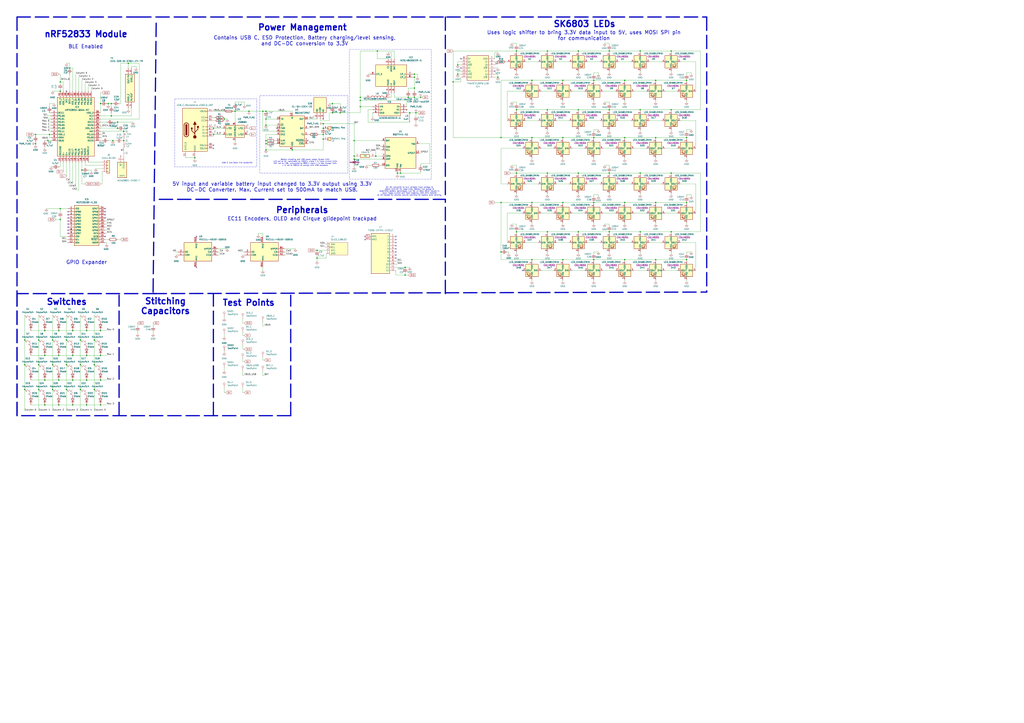
<source format=kicad_sch>
(kicad_sch (version 20231120) (generator "eeschema") (generator_version "8.0")
  (paper "A1")
  (lib_symbols
    (symbol "Battery_Management:BQ24072RGT"
      (property "Reference" "U" (at -8.89 13.97 0))
      (property "Value" "BQ24072RGT" (at 16.51 13.97 0))
      (symbol "BQ24072RGT_1_1"
        (pin passive line (at 12.7 -2.54 180) (length 2.54) (name "TS") (number "1"))
        (pin power_out line (at 12.7 10.16 180) (length 2.54) (name "OUT") (number "10"))
        (pin passive line (at 12.7 10.16 180) (length 2.54) hide (name "OUT") (number "11"))
        (pin passive line (at -12.7 -7.62 0) (length 2.54) (name "ILIM") (number "12"))
        (pin power_in line (at 0 15.24 270) (length 2.54) (name "IN") (number "13"))
        (pin input line (at -12.7 2.54 0) (length 2.54) (name "TMR") (number "14"))
        (pin input line (at -12.7 10.16 0) (length 2.54) (name "TD") (number "15"))
        (pin passive line (at -12.7 -10.16 0) (length 2.54) (name "ISET") (number "16"))
        (pin passive line (at 0 -15.24 90) (length 2.54) hide (name "VSS") (number "17"))
        (pin power_out line (at 12.7 2.54 180) (length 2.54) (name "BAT") (number "2"))
        (pin passive line (at 12.7 2.54 180) (length 2.54) hide (name "BAT") (number "3"))
        (pin input line (at -12.7 5.08 0) (length 2.54) (name "~{CE}") (number "4"))
        (pin input line (at -12.7 -2.54 0) (length 2.54) (name "EN2") (number "5"))
        (pin input line (at -12.7 0 0) (length 2.54) (name "EN1") (number "6"))
        (pin open_collector line (at 12.7 -7.62 180) (length 2.54) (name "~{PGOOD}") (number "7"))
        (pin power_in line (at 0 -15.24 90) (length 2.54) (name "VSS") (number "8"))
        (pin open_collector line (at 12.7 -10.16 180) (length 2.54) (name "~{CHG}") (number "9"))
      )
    )
    (symbol "Battery_Management:BQ27441-G1"
      (property "Reference" "U" (at -5.08 15.875 0))
      (property "Value" "BQ27441-G1" (at -5.08 13.97 0))
      (symbol "BQ27441-G1_1_1"
        (pin bidirectional line (at -15.24 5.08 0) (length 2.54) (name "SDA") (number "1"))
        (pin input line (at -15.24 -10.16 0) (length 2.54) (name "BIN") (number "10"))
        (pin no_connect line (at 10.16 -2.54 180) (length 2.54) hide (name "NC") (number "11"))
        (pin output line (at 15.24 0 180) (length 2.54) (name "GPOUT") (number "12"))
        (pin power_in line (at -2.54 -15.24 90) (length 2.54) (name "PAD") (number "13"))
        (pin input line (at -15.24 2.54 0) (length 2.54) (name "SCL") (number "2"))
        (pin power_in line (at 0 -15.24 90) (length 2.54) (name "V_{SS}") (number "3"))
        (pin no_connect line (at 10.16 -7.62 180) (length 2.54) hide (name "NC") (number "4"))
        (pin power_out line (at 15.24 7.62 180) (length 2.54) (name "V_{DD}") (number "5"))
        (pin power_in line (at -15.24 10.16 0) (length 2.54) (name "BAT") (number "6"))
        (pin input line (at -15.24 -2.54 0) (length 2.54) (name "SRN") (number "7"))
        (pin input line (at -15.24 -5.08 0) (length 2.54) (name "SRP") (number "8"))
        (pin no_connect line (at 10.16 -5.08 180) (length 2.54) hide (name "NC") (number "9"))
      )
    )
    (symbol "Connector:TestPoint" (pin_numbers hide) (pin_names (offset 0.762) hide)
      (property "Reference" "TP" (at 0 6.858 0))
      (property "Value" "TestPoint" (at 0 5.08 0))
      (symbol "TestPoint_1_1"
        (pin passive line (at 0 0 90) (length 2.54) (name "1") (number "1"))
      )
    )
    (symbol "Connector:USB_C_Receptacle_USB2.0_16P" (pin_names (offset 1.016))
      (property "Reference" "J" (at 0 22.225 0))
      (property "Value" "USB_C_Receptacle_USB2.0_16P" (at 0 19.685 0))
      (symbol "USB_C_Receptacle_USB2.0_16P_1_1"
        (pin passive line (at 0 -22.86 90) (length 5.08) (name "GND") (number "A1"))
        (pin passive line (at 0 -22.86 90) (length 5.08) hide (name "GND") (number "A12"))
        (pin passive line (at 15.24 15.24 180) (length 5.08) (name "VBUS") (number "A4"))
        (pin bidirectional line (at 15.24 10.16 180) (length 5.08) (name "CC1") (number "A5"))
        (pin bidirectional line (at 15.24 -2.54 180) (length 5.08) (name "D+") (number "A6"))
        (pin bidirectional line (at 15.24 2.54 180) (length 5.08) (name "D-") (number "A7"))
        (pin bidirectional line (at 15.24 -12.7 180) (length 5.08) (name "SBU1") (number "A8"))
        (pin passive line (at 15.24 15.24 180) (length 5.08) hide (name "VBUS") (number "A9"))
        (pin passive line (at 0 -22.86 90) (length 5.08) hide (name "GND") (number "B1"))
        (pin passive line (at 0 -22.86 90) (length 5.08) hide (name "GND") (number "B12"))
        (pin passive line (at 15.24 15.24 180) (length 5.08) hide (name "VBUS") (number "B4"))
        (pin bidirectional line (at 15.24 7.62 180) (length 5.08) (name "CC2") (number "B5"))
        (pin bidirectional line (at 15.24 -5.08 180) (length 5.08) (name "D+") (number "B6"))
        (pin bidirectional line (at 15.24 0 180) (length 5.08) (name "D-") (number "B7"))
        (pin bidirectional line (at 15.24 -15.24 180) (length 5.08) (name "SBU2") (number "B8"))
        (pin passive line (at 15.24 15.24 180) (length 5.08) hide (name "VBUS") (number "B9"))
        (pin passive line (at -7.62 -22.86 90) (length 5.08) (name "SHIELD") (number "S1"))
      )
    )
    (symbol "Connector_Generic:Conn_01x01" (pin_names (offset 1.016) hide)
      (property "Reference" "J" (at 0 2.54 0))
      (property "Value" "Conn_01x01" (at 0 -2.54 0))
      (symbol "Conn_01x01_1_1"
        (pin passive line (at -5.08 0 0) (length 3.81) (name "Pin_1") (number "1"))
      )
    )
    (symbol "Connector_Generic:Conn_01x04" (pin_names (offset 1.016) hide)
      (property "Reference" "J" (at 0 5.08 0))
      (property "Value" "Conn_01x04" (at 0 -7.62 0))
      (symbol "Conn_01x04_1_1"
        (pin passive line (at -5.08 2.54 0) (length 3.81) (name "Pin_1") (number "1"))
        (pin passive line (at -5.08 0 0) (length 3.81) (name "Pin_2") (number "2"))
        (pin passive line (at -5.08 -2.54 0) (length 3.81) (name "Pin_3") (number "3"))
        (pin passive line (at -5.08 -5.08 0) (length 3.81) (name "Pin_4") (number "4"))
      )
    )
    (symbol "Device:C_Small" (pin_numbers hide) (pin_names (offset 0.254) hide)
      (property "Reference" "C" (at 0.254 1.778 0))
      (property "Value" "C_Small" (at 0.254 -2.032 0))
      (symbol "C_Small_1_1"
        (pin passive line (at 0 2.54 270) (length 2.032) (name "~") (number "1"))
        (pin passive line (at 0 -2.54 90) (length 2.032) (name "~") (number "2"))
      )
    )
    (symbol "Device:Fuse" (pin_numbers hide) (pin_names (offset 0))
      (property "Reference" "F" (at 2.032 0 90))
      (property "Value" "Fuse" (at -1.905 0 90))
      (symbol "Fuse_1_1"
        (pin passive line (at 0 3.81 270) (length 1.27) (name "~") (number "1"))
        (pin passive line (at 0 -3.81 90) (length 1.27) (name "~") (number "2"))
      )
    )
    (symbol "Device:L" (pin_numbers hide) (pin_names (offset 1.016) hide)
      (property "Reference" "L" (at -1.27 0 90))
      (property "Value" "L" (at 1.905 0 90))
      (symbol "L_1_1"
        (pin passive line (at 0 3.81 270) (length 1.27) (name "1") (number "1"))
        (pin passive line (at 0 -3.81 90) (length 1.27) (name "2") (number "2"))
      )
    )
    (symbol "Device:L_Small" (pin_numbers hide) (pin_names (offset 0.254) hide)
      (property "Reference" "L" (at 0.762 1.016 0))
      (property "Value" "L_Small" (at 0.762 -1.016 0))
      (symbol "L_Small_1_1"
        (pin passive line (at 0 2.54 270) (length 0.508) (name "~") (number "1"))
        (pin passive line (at 0 -2.54 90) (length 0.508) (name "~") (number "2"))
      )
    )
    (symbol "Device:R" (pin_numbers hide) (pin_names (offset 0))
      (property "Reference" "R" (at 2.032 0 90))
      (property "Value" "R" (at 0 0 90))
      (symbol "R_1_1"
        (pin passive line (at 0 3.81 270) (length 1.27) (name "~") (number "1"))
        (pin passive line (at 0 -3.81 90) (length 1.27) (name "~") (number "2"))
      )
    )
    (symbol "Power_Protection:USB6B1"
      (property "Reference" "U" (at 6.35 6.35 0))
      (property "Value" "USB6B1" (at 5.08 -6.35 0))
      (symbol "USB6B1_1_1"
        (pin passive line (at 0 7.62 270) (length 2.54) hide (name "VBUS") (number "1"))
        (pin passive line (at -10.16 2.54 0) (length 2.54) (name "I/O1") (number "2"))
        (pin passive line (at -10.16 -2.54 0) (length 2.54) (name "I/O2") (number "3"))
        (pin passive line (at 0 -7.62 90) (length 2.54) hide (name "GND") (number "4"))
        (pin passive line (at 0 -7.62 90) (length 2.54) (name "GND") (number "5"))
        (pin passive line (at 10.16 -2.54 180) (length 2.54) (name "I/O2") (number "6"))
        (pin passive line (at 10.16 2.54 180) (length 2.54) (name "I/O1") (number "7"))
        (pin passive line (at 0 7.62 270) (length 2.54) (name "VBUS") (number "8"))
      )
    )
    (symbol "SamacSys_Parts:74AHCT125PW,118"
      (property "Reference" "IC" (at 24.13 7.62 0))
      (property "Value" "74AHCT125PW,118" (at 24.13 5.08 0))
      (symbol "74AHCT125PW,118_1_1"
        (pin passive line (at 0 0 0) (length 5.08) (name "1~{OE}") (number "1"))
        (pin passive line (at 27.94 -10.16 180) (length 5.08) (name "3~{OE}") (number "10"))
        (pin passive line (at 27.94 -7.62 180) (length 5.08) (name "4Y") (number "11"))
        (pin passive line (at 27.94 -5.08 180) (length 5.08) (name "4A") (number "12"))
        (pin passive line (at 27.94 -2.54 180) (length 5.08) (name "4~{OE}") (number "13"))
        (pin passive line (at 27.94 0 180) (length 5.08) (name "VCC") (number "14"))
        (pin passive line (at 0 -2.54 0) (length 5.08) (name "1A") (number "2"))
        (pin passive line (at 0 -5.08 0) (length 5.08) (name "1Y") (number "3"))
        (pin passive line (at 0 -7.62 0) (length 5.08) (name "2~{OE}") (number "4"))
        (pin passive line (at 0 -10.16 0) (length 5.08) (name "2A") (number "5"))
        (pin passive line (at 0 -12.7 0) (length 5.08) (name "2Y") (number "6"))
        (pin passive line (at 0 -15.24 0) (length 5.08) (name "GND") (number "7"))
        (pin passive line (at 27.94 -15.24 180) (length 5.08) (name "3Y") (number "8"))
        (pin passive line (at 27.94 -12.7 180) (length 5.08) (name "3A") (number "9"))
      )
    )
    (symbol "SamacSys_Parts:ACAG0801-2450-T"
      (property "Reference" "ANT" (at 19.05 7.62 0))
      (property "Value" "ACAG0801-2450-T" (at 19.05 5.08 0))
      (symbol "ACAG0801-2450-T_1_1"
        (pin input line (at 0 0 0) (length 5.08) (name "FEED") (number "1"))
        (pin no_connect line (at 0 -2.54 0) (length 5.08) (name "NC") (number "2"))
      )
    )
    (symbol "SamacSys_Parts:CL-SA-12C4-22"
      (property "Reference" "S" (at 19.05 7.62 0))
      (property "Value" "CL-SA-12C4-22" (at 19.05 5.08 0))
      (symbol "CL-SA-12C4-22_1_1"
        (pin passive line (at 0 -2.54 0) (length 5.08) (name "COM") (number "1"))
        (pin passive line (at 0 -5.08 0) (length 5.08) (name "NO") (number "2"))
        (pin no_connect line (at 0 0 0) (length 5.08) (name "NC") (number "3"))
      )
    )
    (symbol "SamacSys_Parts:ECS-320-8-37B2-JTY-TR"
      (property "Reference" "Y" (at 29.21 7.62 0))
      (property "Value" "ECS-320-8-37B2-JTY-TR" (at 29.21 5.08 0))
      (symbol "ECS-320-8-37B2-JTY-TR_1_1"
        (pin passive line (at 0 -2.54 0) (length 5.08) (name "IN/OUT") (number "1"))
        (pin passive line (at 33.02 -2.54 180) (length 5.08) (name "GND_1") (number "2"))
        (pin passive line (at 33.02 0 180) (length 5.08) (name "OUT/IN") (number "3"))
        (pin passive line (at 0 0 0) (length 5.08) (name "GND_2") (number "4"))
      )
    )
    (symbol "SamacSys_Parts:F32Q-1A7H1-11012"
      (property "Reference" "J" (at 21.59 7.62 0))
      (property "Value" "F32Q-1A7H1-11012" (at 21.59 5.08 0))
      (symbol "F32Q-1A7H1-11012_1_1"
        (pin passive line (at 25.4 0 180) (length 5.08) (name "1") (number "1"))
        (pin passive line (at 25.4 -22.86 180) (length 5.08) (name "10") (number "10"))
        (pin passive line (at 25.4 -25.4 180) (length 5.08) (name "11") (number "11"))
        (pin passive line (at 25.4 -27.94 180) (length 5.08) (name "12") (number "12"))
        (pin passive line (at 25.4 -2.54 180) (length 5.08) (name "2") (number "2"))
        (pin passive line (at 25.4 -5.08 180) (length 5.08) (name "3") (number "3"))
        (pin passive line (at 25.4 -7.62 180) (length 5.08) (name "4") (number "4"))
        (pin passive line (at 25.4 -10.16 180) (length 5.08) (name "5") (number "5"))
        (pin passive line (at 25.4 -12.7 180) (length 5.08) (name "6") (number "6"))
        (pin passive line (at 25.4 -15.24 180) (length 5.08) (name "7") (number "7"))
        (pin passive line (at 25.4 -17.78 180) (length 5.08) (name "8") (number "8"))
        (pin passive line (at 25.4 -20.32 180) (length 5.08) (name "9") (number "9"))
        (pin passive line (at 0 0 0) (length 5.08) (name "MP1") (number "MP1"))
        (pin passive line (at 0 -2.54 0) (length 5.08) (name "MP2") (number "MP2"))
      )
    )
    (symbol "SamacSys_Parts:MCHK1608T1R0MKN" (pin_names hide)
      (property "Reference" "L" (at 16.51 6.35 0))
      (property "Value" "MCHK1608T1R0MKN" (at 16.51 3.81 0))
      (symbol "MCHK1608T1R0MKN_1_1"
        (pin passive line (at 0 0 0) (length 5.08) (name "1") (number "1"))
        (pin passive line (at 20.32 0 180) (length 5.08) (name "2") (number "2"))
      )
    )
    (symbol "SamacSys_Parts:MCP23018T-E_SS"
      (property "Reference" "IC" (at 26.67 7.62 0))
      (property "Value" "MCP23018T-E_SS" (at 26.67 5.08 0))
      (symbol "MCP23018T-E_SS_1_1"
        (pin passive line (at 0 0 0) (length 5.08) (name "VSS") (number "1"))
        (pin passive line (at 0 -22.86 0) (length 5.08) (name "VDD") (number "10"))
        (pin passive line (at 0 -25.4 0) (length 5.08) (name "SCL") (number "11"))
        (pin passive line (at 0 -27.94 0) (length 5.08) (name "SDA") (number "12"))
        (pin passive line (at 30.48 -27.94 180) (length 5.08) (name "ADDR") (number "13"))
        (pin passive line (at 30.48 -25.4 180) (length 5.08) (name "~{RESET}") (number "14"))
        (pin passive line (at 30.48 -22.86 180) (length 5.08) (name "INTB") (number "15"))
        (pin passive line (at 30.48 -20.32 180) (length 5.08) (name "INTA") (number "16"))
        (pin passive line (at 30.48 -17.78 180) (length 5.08) (name "GPA0") (number "17"))
        (pin passive line (at 30.48 -15.24 180) (length 5.08) (name "GPA1") (number "18"))
        (pin passive line (at 30.48 -12.7 180) (length 5.08) (name "GPA2") (number "19"))
        (pin passive line (at 0 -2.54 0) (length 5.08) (name "GPB0") (number "2"))
        (pin passive line (at 30.48 -10.16 180) (length 5.08) (name "GPA3") (number "20"))
        (pin passive line (at 30.48 -7.62 180) (length 5.08) (name "GPA4") (number "21"))
        (pin passive line (at 30.48 -5.08 180) (length 5.08) (name "GPA5") (number "22"))
        (pin passive line (at 30.48 -2.54 180) (length 5.08) (name "GPA6") (number "23"))
        (pin passive line (at 30.48 0 180) (length 5.08) (name "GPA7") (number "24"))
        (pin passive line (at 0 -5.08 0) (length 5.08) (name "GPB1") (number "3"))
        (pin passive line (at 0 -7.62 0) (length 5.08) (name "GPB2") (number "4"))
        (pin passive line (at 0 -10.16 0) (length 5.08) (name "GPB3") (number "5"))
        (pin passive line (at 0 -12.7 0) (length 5.08) (name "GPB4") (number "6"))
        (pin passive line (at 0 -15.24 0) (length 5.08) (name "GPB5") (number "7"))
        (pin passive line (at 0 -17.78 0) (length 5.08) (name "GPB6") (number "8"))
        (pin passive line (at 0 -20.32 0) (length 5.08) (name "GPB7") (number "9"))
      )
    )
    (symbol "SamacSys_Parts:PEC11L-4015F-S0015"
      (property "Reference" "U" (at 21.59 15.24 0))
      (property "Value" "PEC11L-4015F-S0015" (at 21.59 12.7 0))
      (symbol "PEC11L-4015F-S0015_1_1"
        (pin passive line (at 10.16 15.24 270) (length 5.08) (name "COM") (number "1"))
        (pin passive line (at 12.7 15.24 270) (length 5.08) (name "NO") (number "2"))
        (pin passive line (at 10.16 -17.78 90) (length 5.08) (name "CCW") (number "A1"))
        (pin passive line (at 15.24 -17.78 90) (length 5.08) (name "WIPER") (number "B1"))
        (pin passive line (at 12.7 -17.78 90) (length 5.08) (name "CW") (number "C1"))
        (pin passive line (at 0 0 0) (length 5.08) (name "MH1") (number "MH1"))
        (pin passive line (at 25.4 0 180) (length 5.08) (name "MH2") (number "MH2"))
      )
    )
    (symbol "SamacSys_Parts:TLR2ATTD10L0F" (pin_names hide)
      (property "Reference" "R" (at 13.97 6.35 0))
      (property "Value" "TLR2ATTD10L0F" (at 13.97 3.81 0))
      (symbol "TLR2ATTD10L0F_1_1"
        (pin passive line (at 0 0 0) (length 5.08) (name "1") (number "1"))
        (pin passive line (at 17.78 0 180) (length 5.08) (name "2") (number "2"))
      )
    )
    (symbol "SamacSys_Parts:XC9148G50CER-G"
      (property "Reference" "IC" (at 24.13 15.24 0))
      (property "Value" "XC9148G50CER-G" (at 24.13 12.7 0))
      (symbol "XC9148G50CER-G_1_1"
        (pin passive line (at 0 0 0) (length 5.08) (name "BAT") (number "1"))
        (pin passive line (at 0 -2.54 0) (length 5.08) (name "AGND") (number "2"))
        (pin passive line (at 0 -5.08 0) (length 5.08) (name "CE") (number "3"))
        (pin passive line (at 27.94 -5.08 180) (length 5.08) (name "PGND") (number "4"))
        (pin passive line (at 27.94 -2.54 180) (length 5.08) (name "LX") (number "5"))
        (pin passive line (at 27.94 0 180) (length 5.08) (name "VOUT") (number "6"))
        (pin passive line (at 12.7 15.24 270) (length 5.08) (name "EP_1") (number "7"))
        (pin passive line (at 15.24 15.24 270) (length 5.08) (name "EP_2") (number "8"))
        (pin passive line (at 12.7 -20.32 90) (length 5.08) (name "EP_3") (number "9"))
      )
    )
    (symbol "SamacSys_Parts:XC9291B33D1R-G"
      (property "Reference" "IC" (at 24.13 7.62 0))
      (property "Value" "XC9291B33D1R-G" (at 24.13 5.08 0))
      (symbol "XC9291B33D1R-G_1_1"
        (pin passive line (at 0 0 0) (length 5.08) (name "VOUT") (number "1"))
        (pin no_connect line (at 0 -2.54 0) (length 5.08) (name "NC") (number "2"))
        (pin passive line (at 0 -5.08 0) (length 5.08) (name "EN") (number "3"))
        (pin passive line (at 27.94 -5.08 180) (length 5.08) (name "VIN") (number "4"))
        (pin passive line (at 27.94 -2.54 180) (length 5.08) (name "LX") (number "5"))
        (pin passive line (at 27.94 0 180) (length 5.08) (name "GND") (number "6"))
      )
    )
    (symbol "SamacSys_Parts:nRF52833-QDAA-R7"
      (property "Reference" "IC" (at 36.83 17.78 0))
      (property "Value" "nRF52833-QDAA-R7" (at 36.83 15.24 0))
      (symbol "nRF52833-QDAA-R7_1_1"
        (pin passive line (at 0 0 0) (length 5.08) (name "DEC1") (number "1"))
        (pin passive line (at 0 -22.86 0) (length 5.08) (name "VBUS") (number "10"))
        (pin passive line (at 7.62 -40.64 90) (length 5.08) (name "DECUSB") (number "11"))
        (pin passive line (at 10.16 -40.64 90) (length 5.08) (name "D-") (number "12"))
        (pin passive line (at 12.7 -40.64 90) (length 5.08) (name "D+") (number "13"))
        (pin passive line (at 15.24 -40.64 90) (length 5.08) (name "P0.15") (number "14"))
        (pin passive line (at 17.78 -40.64 90) (length 5.08) (name "P0.17") (number "15"))
        (pin passive line (at 20.32 -40.64 90) (length 5.08) (name "P0.18") (number "16"))
        (pin passive line (at 22.86 -40.64 90) (length 5.08) (name "P0.20") (number "17"))
        (pin passive line (at 25.4 -40.64 90) (length 5.08) (name "VDD_2") (number "18"))
        (pin passive line (at 27.94 -40.64 90) (length 5.08) (name "SWDIO") (number "19"))
        (pin passive line (at 0 -2.54 0) (length 5.08) (name "P0.00") (number "2"))
        (pin passive line (at 30.48 -40.64 90) (length 5.08) (name "SWDCLK") (number "20"))
        (pin passive line (at 40.64 -22.86 180) (length 5.08) (name "DEC5") (number "21"))
        (pin passive line (at 40.64 -20.32 180) (length 5.08) (name "P0.09") (number "22"))
        (pin passive line (at 40.64 -17.78 180) (length 5.08) (name "P0.10") (number "23"))
        (pin passive line (at 40.64 -15.24 180) (length 5.08) (name "ANT") (number "24"))
        (pin passive line (at 40.64 -12.7 180) (length 5.08) (name "VSS_PA") (number "25"))
        (pin passive line (at 40.64 -10.16 180) (length 5.08) (name "DEC6") (number "26"))
        (pin passive line (at 40.64 -7.62 180) (length 5.08) (name "DEC3") (number "27"))
        (pin passive line (at 40.64 -5.08 180) (length 5.08) (name "XC1") (number "28"))
        (pin passive line (at 40.64 -2.54 180) (length 5.08) (name "XC2") (number "29"))
        (pin passive line (at 0 -5.08 0) (length 5.08) (name "P0.01") (number "3"))
        (pin passive line (at 40.64 0 180) (length 5.08) (name "VDD_3") (number "30"))
        (pin passive line (at 33.02 17.78 270) (length 5.08) (name "P0.03") (number "31"))
        (pin passive line (at 30.48 17.78 270) (length 5.08) (name "P0.02") (number "32"))
        (pin passive line (at 27.94 17.78 270) (length 5.08) (name "P0.28") (number "33"))
        (pin passive line (at 25.4 17.78 270) (length 5.08) (name "P0.29") (number "34"))
        (pin passive line (at 22.86 17.78 270) (length 5.08) (name "P0.30") (number "35"))
        (pin passive line (at 20.32 17.78 270) (length 5.08) (name "P0.31") (number "36"))
        (pin passive line (at 17.78 17.78 270) (length 5.08) (name "VSS_1") (number "37"))
        (pin passive line (at 15.24 17.78 270) (length 5.08) (name "DEC4") (number "38"))
        (pin passive line (at 12.7 17.78 270) (length 5.08) (name "DCC") (number "39"))
        (pin passive line (at 0 -7.62 0) (length 5.08) (name "P0.04") (number "4"))
        (pin passive line (at 10.16 17.78 270) (length 5.08) (name "VDD_4") (number "40"))
        (pin passive line (at 7.62 17.78 270) (length 5.08) (name "VSS_2") (number "41"))
        (pin passive line (at 0 -10.16 0) (length 5.08) (name "P0.05") (number "5"))
        (pin passive line (at 0 -12.7 0) (length 5.08) (name "P1.09") (number "6"))
        (pin passive line (at 0 -15.24 0) (length 5.08) (name "P0.11") (number "7"))
        (pin passive line (at 0 -17.78 0) (length 5.08) (name "VDD_1") (number "8"))
        (pin passive line (at 0 -20.32 0) (length 5.08) (name "VDDH") (number "9"))
      )
    )
    (symbol "ScottoKeebs:LED_SK6812MINI" (pin_names (offset 0.254))
      (property "Reference" "D" (at 2.032 5.588 0))
      (property "Value" "LED_SK6812MINI" (at 1.27 -5.715 0))
      (property "LCSC" "C5149201" (at 0 0 0))
      (symbol "LED_SK6812MINI_0_0"
        (text "RGB" (at 2.286 -4.191 0) (effects (font (size 0.762 0.762))))
      )
      (symbol "LED_SK6812MINI_1_1"
        (pin power_in line (at 0 7.62 270) (length 2.54) (name "VDD") (number "1"))
        (pin output line (at 7.62 0 180) (length 2.54) (name "DOUT") (number "2"))
        (pin power_in line (at 0 -7.62 90) (length 2.54) (name "VSS") (number "3"))
        (pin input line (at -7.62 0 0) (length 2.54) (name "DIN") (number "4"))
      )
    )
    (symbol "ScottoKeebs:OLED_128x32" (pin_names (offset 1.016))
      (property "Reference" "J" (at 0 -6.35 0))
      (property "Value" "OLED_128x32" (at 0 6.35 0))
      (symbol "OLED_128x32_1_1"
        (pin power_in line (at -2.54 -3.81 0) (length 2.54) (name "GND") (number "1"))
        (pin power_in line (at -2.54 -1.27 0) (length 2.54) (name "VCC") (number "2"))
        (pin input clock (at -2.54 1.27 0) (length 2.54) (name "SCL") (number "3"))
        (pin bidirectional line (at -2.54 3.81 0) (length 2.54) (name "SDA") (number "4"))
      )
    )
    (symbol "ScottoKeebs:Placeholder_Diode" (pin_numbers hide) (pin_names hide)
      (property "Reference" "D" (at 0 2.54 0))
      (property "Value" "Diode" (at 0 -2.54 0))
      (symbol "Placeholder_Diode_1_1"
        (pin passive line (at -3.81 0 0) (length 2.54) (name "K") (number "1"))
        (pin passive line (at 3.81 0 180) (length 2.54) (name "A") (number "2"))
      )
    )
    (symbol "ScottoKeebs:Placeholder_Keyswitch" (pin_numbers hide) (pin_names (offset 1.016) hide)
      (property "Reference" "S" (at 3.048 1.016 0))
      (property "Value" "Keyswitch" (at 0 -3.81 0))
      (symbol "Placeholder_Keyswitch_0_1"
        (pin passive line (at -2.54 2.54 0) (length 0) (name "1") (number "1"))
        (pin passive line (at 2.54 -2.54 180) (length 0) (name "2") (number "2"))
      )
    )
    (symbol "power:GND" (power) (pin_numbers hide) (pin_names (offset 0) hide)
      (property "Value" "GND" (at 0 -3.81 0))
      (symbol "GND_1_1"
        (pin power_in line (at 0 0 270) (length 0) (name "~") (number "1"))
      )
    )
    (symbol "power:PWR_FLAG" (power) (pin_numbers hide) (pin_names (offset 0) hide)
      (property "Value" "PWR_FLAG" (at 0 3.81 0))
      (symbol "PWR_FLAG_0_0"
        (pin power_out line (at 0 0 90) (length 0) (name "~") (number "1"))
      )
    )
  )
  (junction (at 96.52 100.33))
  (junction (at 336.55 92.71))
  (junction (at 500.38 142.24))
  (junction (at 449.58 90.17))
  (junction (at 538.48 166.37))
  (junction (at 563.88 213.36))
  (junction (at 449.58 142.24))
  (junction (at 66.04 320.04))
  (junction (at 49.53 74.93))
  (junction (at 82.55 292.1))
  (junction (at 563.88 113.03))
  (junction (at 424.18 90.17))
  (junction (at 59.69 292.1))
  (junction (at 513.08 113.03))
  (junction (at 88.9 85.09))
  (junction (at 265.43 105.41))
  (junction (at 551.18 90.17))
  (junction (at 340.36 80.01))
  (junction (at 48.26 332.74))
  (junction (at 96.52 105.41))
  (junction (at 538.48 66.04))
  (junction (at 500.38 41.91))
  (junction (at 525.78 41.91))
  (junction (at 411.48 113.03))
  (junction (at 375.92 60.96))
  (junction (at 408.94 63.5))
  (junction (at 59.69 271.78))
  (junction (at 525.78 142.24))
  (junction (at 538.48 113.03))
  (junction (at 551.18 142.24))
  (junction (at 31.75 299.72))
  (junction (at 487.68 113.03))
  (junction (at 20.32 320.04))
  (junction (at 29.21 110.49))
  (junction (at 328.93 142.24))
  (junction (at 71.12 292.1))
  (junction (at 474.98 190.5))
  (junction (at 20.32 279.4))
  (junction (at 91.44 95.25))
  (junction (at 82.55 85.09))
  (junction (at 487.68 213.36))
  (junction (at 424.18 190.5))
  (junction (at 265.43 110.49))
  (junction (at 436.88 166.37))
  (junction (at 265.43 101.6))
  (junction (at 54.61 320.04))
  (junction (at 77.47 320.04))
  (junction (at 20.32 299.72))
  (junction (at 332.74 219.71))
  (junction (at 215.9 91.44))
  (junction (at 240.03 123.19))
  (junction (at 101.6 107.95))
  (junction (at 175.26 110.49))
  (junction (at 91.44 85.09))
  (junction (at 204.47 91.44))
  (junction (at 82.55 312.42))
  (junction (at 67.31 139.7))
  (junction (at 48.26 312.42))
  (junction (at 295.91 87.63))
  (junction (at 332.74 226.06))
  (junction (at 160.02 129.54))
  (junction (at 424.18 142.24))
  (junction (at 48.26 271.78))
  (junction (at 218.44 123.19))
  (junction (at 449.58 41.91))
  (junction (at 462.28 66.04))
  (junction (at 31.75 320.04))
  (junction (at 49.53 171.45))
  (junction (at 218.44 102.87))
  (junction (at 436.88 213.36))
  (junction (at 82.55 332.74))
  (junction (at 43.18 320.04))
  (junction (at 105.41 52.07))
  (junction (at 218.44 97.79))
  (junction (at 462.28 213.36))
  (junction (at 411.48 207.01))
  (junction (at 71.12 271.78))
  (junction (at 36.83 312.42))
  (junction (at 513.08 213.36))
  (junction (at 218.44 115.57))
  (junction (at 372.11 67.31))
  (junction (at 538.48 213.36))
  (junction (at 308.61 128.27))
  (junction (at 563.88 166.37))
  (junction (at 513.08 166.37))
  (junction (at 474.98 90.17))
  (junction (at 43.18 279.4))
  (junction (at 462.28 166.37))
  (junction (at 500.38 190.5))
  (junction (at 48.26 292.1))
  (junction (at 487.68 66.04))
  (junction (at 551.18 190.5))
  (junction (at 31.75 279.4))
  (junction (at 340.36 60.96))
  (junction (at 424.18 41.91))
  (junction (at 341.63 92.71))
  (junction (at 29.21 118.11))
  (junction (at 49.53 180.34))
  (junction (at 260.35 205.74))
  (junction (at 71.12 312.42))
  (junction (at 290.83 115.57))
  (junction (at 77.47 279.4))
  (junction (at 54.61 279.4))
  (junction (at 563.88 66.04))
  (junction (at 66.04 299.72))
  (junction (at 345.44 80.01))
  (junction (at 525.78 90.17))
  (junction (at 39.37 115.57))
  (junction (at 36.83 332.74))
  (junction (at 184.15 97.79))
  (junction (at 273.05 92.71))
  (junction (at 436.88 66.04))
  (junction (at 487.68 166.37))
  (junction (at 449.58 190.5))
  (junction (at 101.6 115.57))
  (junction (at 43.18 299.72))
  (junction (at 295.91 80.01))
  (junction (at 54.61 299.72))
  (junction (at 474.98 41.91))
  (junction (at 290.83 128.27))
  (junction (at 309.88 41.91))
  (junction (at 49.53 67.31))
  (junction (at 218.44 91.44))
  (junction (at 66.04 279.4))
  (junction (at 500.38 90.17))
  (junction (at 260.35 212.09))
  (junction (at 59.69 332.74))
  (junction (at 77.47 299.72))
  (junction (at 513.08 66.04))
  (junction (at 462.28 113.03))
  (junction (at 92.71 115.57))
  (junction (at 57.15 55.88))
  (junction (at 40.64 110.49))
  (junction (at 71.12 332.74))
  (junction (at 279.4 92.71))
  (junction (at 340.36 72.39))
  (junction (at 265.43 114.3))
  (junction (at 551.18 41.91))
  (junction (at 335.28 80.01))
  (junction (at 295.91 82.55))
  (junction (at 290.83 130.81))
  (junction (at 175.26 105.41))
  (junction (at 474.98 142.24))
  (junction (at 273.05 85.09))
  (junction (at 36.83 292.1))
  (junction (at 436.88 113.03))
  (junction (at 375.92 53.34))
  (junction (at 326.39 142.24))
  (junction (at 193.04 91.44))
  (junction (at 411.48 166.37))
  (junction (at 59.69 312.42))
  (junction (at 340.36 63.5))
  (junction (at 218.44 118.11))
  (junction (at 82.55 271.78))
  (junction (at 525.78 190.5))
  (junction (at 36.83 271.78))
  (no_connect (at 161.29 194.31))
  (no_connect (at 325.12 196.85))
  (no_connect (at 86.36 173.99))
  (no_connect (at 86.36 179.07))
  (no_connect (at 55.88 191.77))
  (no_connect (at 161.29 219.71))
  (no_connect (at 86.36 171.45))
  (no_connect (at 227.33 105.41))
  (no_connect (at 429.26 222.25))
  (no_connect (at 86.36 176.53))
  (no_connect (at 252.73 115.57))
  (no_connect (at 325.12 201.93))
  (no_connect (at 325.12 204.47))
  (no_connect (at 325.12 212.09))
  (no_connect (at 55.88 179.07))
  (no_connect (at 55.88 176.53))
  (no_connect (at 86.36 194.31))
  (no_connect (at 378.46 48.26))
  (no_connect (at 406.4 58.42))
  (no_connect (at 55.88 173.99))
  (no_connect (at 175.26 121.92))
  (no_connect (at 55.88 189.23))
  (no_connect (at 55.88 184.15))
  (no_connect (at 325.12 209.55))
  (no_connect (at 55.88 181.61))
  (no_connect (at 299.72 194.31))
  (no_connect (at 175.26 119.38))
  (no_connect (at 378.46 55.88))
  (no_connect (at 325.12 199.39))
  (no_connect (at 299.72 196.85))
  (no_connect (at 325.12 194.31))
  (no_connect (at 55.88 186.69))
  (no_connect (at 54.61 74.93))
  (no_connect (at 325.12 207.01))
  (wire (pts (xy 82.55 113.03) (xy 83.82 113.03)))
  (wire (pts (xy 59.69 55.88) (xy 59.69 74.93)))
  (wire (pts (xy 184.15 274.32) (xy 184.15 276.86)))
  (wire (pts (xy 496.57 135.89) (xy 500.38 135.89)))
  (wire (pts (xy 436.88 113.03) (xy 411.48 113.03)))
  (wire (pts (xy 49.53 194.31) (xy 49.53 180.34)))
  (wire (pts (xy 184.15 318.77) (xy 184.15 322.58)))
  (wire (pts (xy 480.06 175.26) (xy 469.9 175.26)))
  (wire (pts (xy 474.98 90.17) (xy 474.98 91.44)))
  (wire (pts (xy 406.4 43.18) (xy 406.4 48.26)))
  (wire (pts (xy 424.18 41.91) (xy 424.18 43.18)))
  (wire (pts (xy 96.52 100.33) (xy 109.22 100.33)))
  (wire (pts (xy 36.83 332.74) (xy 48.26 332.74)))
  (wire (pts (xy 82.55 292.1) (xy 87.63 292.1)))
  (wire (pts (xy 321.31 76.2) (xy 321.31 80.01)))
  (wire (pts (xy 436.88 166.37) (xy 436.88 167.64)))
  (wire (pts (xy 436.88 130.81) (xy 436.88 129.54)))
  (wire (pts (xy 558.8 199.39) (xy 571.5 199.39)))
  (wire (pts (xy 25.4 312.42) (xy 36.83 312.42)))
  (wire (pts (xy 505.46 74.93) (xy 495.3 74.93)))
  (wire (pts (xy 86.36 191.77) (xy 87.63 191.77)))
  (wire (pts (xy 270.51 92.71) (xy 270.51 99.06)))
  (wire (pts (xy 444.5 121.92) (xy 454.66 121.92)))
  (wire (pts (xy 500.38 135.89) (xy 500.38 137.16)))
  (wire (pts (xy 334.01 92.71) (xy 336.55 92.71)))
  (wire (pts (xy 326.39 143.51) (xy 326.39 142.24)))
  (wire (pts (xy 525.78 41.91) (xy 525.78 43.18)))
  (wire (pts (xy 193.04 83.82) (xy 193.04 85.09)))
  (wire (pts (xy 82.55 110.49) (xy 83.82 110.49)))
  (wire (pts (xy 417.83 207.01) (xy 416.56 207.01)))
  (wire (pts (xy 240.03 123.19) (xy 265.43 123.19)))
  (wire (pts (xy 77.47 299.72) (xy 77.47 320.04)))
  (wire (pts (xy 556.26 121.92) (xy 546.1 121.92)))
  (wire (pts (xy 67.31 151.13) (xy 67.31 139.7)))
  (wire (pts (xy 184.15 96.52) (xy 184.15 97.79)))
  (wire (pts (xy 487.68 59.69) (xy 487.68 60.96)))
  (wire (pts (xy 375.92 53.34) (xy 378.46 53.34)))
  (wire (pts (xy 96.52 196.85) (xy 99.06 196.85)))
  (wire (pts (xy 199.39 209.55) (xy 200.66 209.55)))
  (wire (pts (xy 575.31 142.24) (xy 575.31 190.5)))
  (wire (pts (xy 107.95 54.61) (xy 107.95 55.88)))
  (wire (pts (xy 551.18 41.91) (xy 575.31 41.91)))
  (wire (pts (xy 431.8 99.06) (xy 441.96 99.06)))
  (wire (pts (xy 571.5 199.39) (xy 571.5 222.25)))
  (wire (pts (xy 558.8 50.8) (xy 571.5 50.8)))
  (wire (pts (xy 48.26 312.42) (xy 59.69 312.42)))
  (wire (pts (xy 408.94 55.88) (xy 406.4 55.88)))
  (wire (pts (xy 538.48 231.14) (xy 538.48 229.87)))
  (wire (pts (xy 199.39 207.01) (xy 200.66 207.01)))
  (wire (pts (xy 411.48 207.01) (xy 411.48 213.36)))
  (wire (pts (xy 180.34 207.01) (xy 179.07 207.01)))
  (wire (pts (xy 508 50.8) (xy 518.16 50.8)))
  (wire (pts (xy 52.07 67.31) (xy 52.07 74.93)))
  (wire (pts (xy 513.08 231.14) (xy 513.08 229.87)))
  (wire (pts (xy 57.15 148.59) (xy 57.15 133.35)))
  (wire (pts (xy 533.4 50.8) (xy 543.56 50.8)))
  (wire (pts (xy 525.78 41.91) (xy 551.18 41.91)))
  (wire (pts (xy 332.74 226.06) (xy 325.12 226.06)))
  (wire (pts (xy 318.77 43.18) (xy 321.31 43.18)))
  (wire (pts (xy 27.94 110.49) (xy 29.21 110.49)))
  (wire (pts (xy 353.06 134.62) (xy 353.06 118.11)))
  (wire (pts (xy 424.18 184.15) (xy 424.18 185.42)))
  (wire (pts (xy 571.5 99.06) (xy 571.5 121.92)))
  (wire (pts (xy 295.91 87.63) (xy 295.91 82.55)))
  (wire (pts (xy 487.68 160.02) (xy 487.68 161.29)))
  (wire (pts (xy 212.09 191.77) (xy 212.09 193.04)))
  (wire (pts (xy 82.55 271.78) (xy 87.63 271.78)))
  (wire (pts (xy 290.83 137.16) (xy 290.83 135.89)))
  (wire (pts (xy 215.9 295.91) (xy 217.17 295.91)))
  (wire (pts (xy 39.37 114.3) (xy 39.37 115.57)))
  (wire (pts (xy 88.9 85.09) (xy 91.44 85.09)))
  (wire (pts (xy 525.78 190.5) (xy 525.78 191.77)))
  (wire (pts (xy 567.69 207.01) (xy 563.88 207.01)))
  (wire (pts (xy 290.83 115.57) (xy 290.83 128.27)))
  (wire (pts (xy 101.6 105.41) (xy 101.6 107.95)))
  (wire (pts (xy 462.28 213.36) (xy 462.28 214.63)))
  (wire (pts (xy 273.05 87.63) (xy 273.05 85.09)))
  (wire (pts (xy 491.49 160.02) (xy 487.68 160.02)))
  (wire (pts (xy 424.18 107.95) (xy 424.18 106.68)))
  (wire (pts (xy 563.88 231.14) (xy 563.88 229.87)))
  (wire (pts (xy 563.88 160.02) (xy 563.88 161.29)))
  (polyline (pts (xy 238.76 341.63) (xy 238.76 242.57)) (stroke (width 1) (type dash)))
  (wire (pts (xy 538.48 213.36) (xy 538.48 214.63)))
  (wire (pts (xy 420.37 35.56) (xy 424.18 35.56)))
  (wire (pts (xy 91.44 95.25) (xy 107.95 95.25)))
  (wire (pts (xy 67.31 133.35) (xy 67.31 139.7)))
  (wire (pts (xy 186.69 204.47) (xy 179.07 204.47)))
  (wire (pts (xy 449.58 90.17) (xy 474.98 90.17)))
  (wire (pts (xy 334.01 82.55) (xy 334.01 87.63)))
  (wire (pts (xy 40.64 105.41) (xy 41.91 105.41)))
  (wire (pts (xy 375.92 60.96) (xy 378.46 60.96)))
  (wire (pts (xy 54.61 279.4) (xy 54.61 299.72)))
  (wire (pts (xy 408.94 43.18) (xy 406.4 43.18)))
  (wire (pts (xy 218.44 102.87) (xy 227.33 102.87)))
  (wire (pts (xy 40.64 92.71) (xy 41.91 92.71)))
  (wire (pts (xy 344.17 118.11) (xy 353.06 118.11)))
  (wire (pts (xy 262.89 99.06) (xy 270.51 99.06)))
  (wire (pts (xy 295.91 41.91) (xy 295.91 80.01)))
  (wire (pts (xy 533.4 99.06) (xy 543.56 99.06)))
  (wire (pts (xy 260.35 205.74) (xy 267.97 205.74)))
  (wire (pts (xy 474.98 59.69) (xy 474.98 58.42)))
  (wire (pts (xy 36.83 292.1) (xy 48.26 292.1)))
  (wire (pts (xy 424.18 135.89) (xy 424.18 137.16)))
  (wire (pts (xy 424.18 142.24) (xy 449.58 142.24)))
  (wire (pts (xy 254 118.11) (xy 252.73 118.11)))
  (wire (pts (xy 487.68 207.01) (xy 487.68 208.28)))
  (wire (pts (xy 487.68 166.37) (xy 462.28 166.37)))
  (wire (pts (xy 105.41 52.07) (xy 114.3 52.07)))
  (wire (pts (xy 218.44 118.11) (xy 218.44 123.19)))
  (wire (pts (xy 234.95 207.01) (xy 233.68 207.01)))
  (wire (pts (xy 193.04 91.44) (xy 193.04 100.33)))
  (wire (pts (xy 323.85 80.01) (xy 323.85 76.2)))
  (wire (pts (xy 290.83 101.6) (xy 290.83 115.57)))
  (wire (pts (xy 77.47 279.4) (xy 77.47 299.72)))
  (wire (pts (xy 538.48 83.82) (xy 538.48 82.55)))
  (wire (pts (xy 340.36 63.5) (xy 340.36 60.96)))
  (wire (pts (xy 487.68 213.36) (xy 513.08 213.36)))
  (wire (pts (xy 86.36 199.39) (xy 87.63 199.39)))
  (wire (pts (xy 295.91 87.63) (xy 306.07 87.63)))
  (wire (pts (xy 323.85 80.01) (xy 335.28 80.01)))
  (wire (pts (xy 491.49 106.68) (xy 487.68 106.68)))
  (wire (pts (xy 67.31 66.04) (xy 67.31 74.93)))
  (wire (pts (xy 254 105.41) (xy 252.73 105.41)))
  (wire (pts (xy 86.36 196.85) (xy 88.9 196.85)))
  (wire (pts (xy 551.18 59.69) (xy 551.18 58.42)))
  (wire (pts (xy 87.63 85.09) (xy 88.9 85.09)))
  (wire (pts (xy 43.18 320.04) (xy 43.18 337.82)))
  (wire (pts (xy 321.31 80.01) (xy 320.04 80.01)))
  (wire (pts (xy 525.78 107.95) (xy 525.78 106.68)))
  (wire (pts (xy 66.04 259.08) (xy 66.04 279.4)))
  (wire (pts (xy 62.23 60.96) (xy 62.23 74.93)))
  (wire (pts (xy 530.86 121.92) (xy 520.7 121.92)))
  (wire (pts (xy 525.78 208.28) (xy 525.78 207.01)))
  (wire (pts (xy 43.18 299.72) (xy 43.18 320.04)))
  (wire (pts (xy 240.03 91.44) (xy 240.03 92.71)))
  (wire (pts (xy 340.36 72.39) (xy 340.36 74.93)))
  (wire (pts (xy 215.9 107.95) (xy 227.33 107.95)))
  (wire (pts (xy 487.68 113.03) (xy 462.28 113.03)))
  (wire (pts (xy 500.38 208.28) (xy 500.38 207.01)))
  (polyline (pts (xy 580.39 13.97) (xy 580.39 240.03)) (stroke (width 1) (type dash)))
  (wire (pts (xy 260.35 214.63) (xy 260.35 212.09)))
  (wire (pts (xy 218.44 110.49) (xy 218.44 115.57)))
  (wire (pts (xy 49.53 67.31) (xy 52.07 67.31)))
  (wire (pts (xy 82.55 100.33) (xy 87.63 100.33)))
  (wire (pts (xy 411.48 213.36) (xy 436.88 213.36)))
  (polyline (pts (xy 13.97 13.97) (xy 13.97 241.3)) (stroke (width 1) (type dash)))
  (wire (pts (xy 302.26 100.33) (xy 336.55 100.33)))
  (wire (pts (xy 563.88 207.01) (xy 563.88 208.28)))
  (wire (pts (xy 113.03 273.05) (xy 113.03 274.32)))
  (wire (pts (xy 491.49 207.01) (xy 487.68 207.01)))
  (wire (pts (xy 449.58 142.24) (xy 474.98 142.24)))
  (wire (pts (xy 40.64 85.09) (xy 40.64 87.63)))
  (wire (pts (xy 525.78 142.24) (xy 551.18 142.24)))
  (wire (pts (xy 513.08 213.36) (xy 513.08 214.63)))
  (wire (pts (xy 215.9 219.71) (xy 215.9 222.25)))
  (wire (pts (xy 513.08 113.03) (xy 513.08 114.3)))
  (wire (pts (xy 175.26 105.41) (xy 175.26 106.68)))
  (wire (pts (xy 74.93 139.7) (xy 72.39 139.7)))
  (wire (pts (xy 530.86 74.93) (xy 520.7 74.93)))
  (polyline (pts (xy 130.81 163.83) (xy 365.76 163.83)) (stroke (width 1) (type dash)))
  (wire (pts (xy 82.55 104.14) (xy 82.55 102.87)))
  (wire (pts (xy 372.11 41.91) (xy 424.18 41.91)))
  (wire (pts (xy 500.38 190.5) (xy 525.78 190.5)))
  (wire (pts (xy 563.88 166.37) (xy 538.48 166.37)))
  (wire (pts (xy 49.53 180.34) (xy 49.53 179.07)))
  (wire (pts (xy 279.4 85.09) (xy 279.4 87.63)))
  (wire (pts (xy 54.61 320.04) (xy 54.61 337.82)))
  (wire (pts (xy 340.36 63.5) (xy 339.09 63.5)))
  (wire (pts (xy 78.74 138.43) (xy 83.82 138.43)))
  (wire (pts (xy 375.92 58.42) (xy 378.46 58.42)))
  (wire (pts (xy 449.58 41.91) (xy 449.58 43.18)))
  (wire (pts (xy 449.58 41.91) (xy 474.98 41.91)))
  (wire (pts (xy 49.53 67.31) (xy 49.53 68.58)))
  (wire (pts (xy 500.38 142.24) (xy 525.78 142.24)))
  (wire (pts (xy 556.26 222.25) (xy 546.1 222.25)))
  (wire (pts (xy 266.7 203.2) (xy 267.97 203.2)))
  (wire (pts (xy 462.28 166.37) (xy 462.28 167.64)))
  (wire (pts (xy 563.88 184.15) (xy 563.88 182.88)))
  (wire (pts (xy 487.68 83.82) (xy 487.68 82.55)))
  (wire (pts (xy 500.38 160.02) (xy 500.38 158.75)))
  (wire (pts (xy 500.38 59.69) (xy 500.38 58.42)))
  (wire (pts (xy 184.15 302.26) (xy 184.15 304.8)))
  (wire (pts (xy 218.44 115.57) (xy 218.44 118.11)))
  (wire (pts (xy 215.9 191.77) (xy 212.09 191.77)))
  (wire (pts (xy 563.88 213.36) (xy 563.88 214.63)))
  (wire (pts (xy 290.83 130.81) (xy 313.69 130.81)))
  (wire (pts (xy 88.9 115.57) (xy 92.71 115.57)))
  (wire (pts (xy 372.11 67.31) (xy 372.11 113.03)))
  (wire (pts (xy 332.74 219.71) (xy 336.55 219.71)))
  (wire (pts (xy 226.06 115.57) (xy 227.33 115.57)))
  (wire (pts (xy 326.39 140.97) (xy 326.39 142.24)))
  (wire (pts (xy 567.69 59.69) (xy 567.69 60.96)))
  (wire (pts (xy 295.91 82.55) (xy 334.01 82.55)))
  (wire (pts (xy 530.86 222.25) (xy 520.7 222.25)))
  (wire (pts (xy 182.88 110.49) (xy 175.26 110.49)))
  (wire (pts (xy 25.4 332.74) (xy 36.83 332.74)))
  (wire (pts (xy 259.08 205.74) (xy 260.35 205.74)))
  (wire (pts (xy 551.18 142.24) (xy 551.18 143.51)))
  (wire (pts (xy 204.47 91.44) (xy 215.9 91.44)))
  (wire (pts (xy 199.39 265.43) (xy 200.66 265.43)))
  (wire (pts (xy 345.44 140.97) (xy 345.44 142.24)))
  (wire (pts (xy 474.98 190.5) (xy 500.38 190.5)))
  (wire (pts (xy 436.88 184.15) (xy 436.88 182.88)))
  (wire (pts (xy 31.75 320.04) (xy 31.75 337.82)))
  (wire (pts (xy 482.6 50.8) (xy 492.76 50.8)))
  (wire (pts (xy 462.28 166.37) (xy 436.88 166.37)))
  (wire (pts (xy 575.31 41.91) (xy 575.31 90.17)))
  (wire (pts (xy 111.76 54.61) (xy 111.76 55.88)))
  (wire (pts (xy 199.39 261.62) (xy 199.39 265.43)))
  (wire (pts (xy 538.48 113.03) (xy 538.48 114.3)))
  (wire (pts (xy 538.48 166.37) (xy 513.08 166.37)))
  (wire (pts (xy 49.53 133.35) (xy 49.53 137.16)))
  (wire (pts (xy 29.21 111.76) (xy 29.21 110.49)))
  (wire (pts (xy 31.75 299.72) (xy 31.75 320.04)))
  (wire (pts (xy 436.88 66.04) (xy 411.48 66.04)))
  (wire (pts (xy 199.39 287.02) (xy 200.66 287.02)))
  (wire (pts (xy 411.48 166.37) (xy 411.48 207.01)))
  (wire (pts (xy 551.18 142.24) (xy 575.31 142.24)))
  (wire (pts (xy 411.48 151.13) (xy 416.56 151.13)))
  (wire (pts (xy 372.11 41.91) (xy 372.11 67.31)))
  (wire (pts (xy 424.18 142.24) (xy 424.18 143.51)))
  (wire (pts (xy 500.38 142.24) (xy 500.38 143.51)))
  (wire (pts (xy 101.6 115.57) (xy 101.6 116.84)))
  (wire (pts (xy 325.12 217.17) (xy 326.39 217.17)))
  (wire (pts (xy 215.9 194.31) (xy 215.9 191.77)))
  (wire (pts (xy 474.98 160.02) (xy 474.98 158.75)))
  (wire (pts (xy 313.69 120.65) (xy 312.42 120.65)))
  (wire (pts (xy 20.32 279.4) (xy 20.32 299.72)))
  (wire (pts (xy 335.28 72.39) (xy 340.36 72.39)))
  (wire (pts (xy 295.91 41.91) (xy 309.88 41.91)))
  (wire (pts (xy 199.39 283.21) (xy 199.39 287.02)))
  (wire (pts (xy 20.32 299.72) (xy 20.32 320.04)))
  (wire (pts (xy 500.38 35.56) (xy 500.38 36.83)))
  (wire (pts (xy 411.48 121.92) (xy 411.48 151.13)))
  (wire (pts (xy 496.57 35.56) (xy 500.38 35.56)))
  (wire (pts (xy 82.55 76.2) (xy 83.82 76.2)))
  (wire (pts (xy 457.2 50.8) (xy 467.36 50.8)))
  (wire (pts (xy 533.4 199.39) (xy 543.56 199.39)))
  (wire (pts (xy 218.44 91.44) (xy 240.03 91.44)))
  (wire (pts (xy 525.78 142.24) (xy 525.78 143.51)))
  (wire (pts (xy 71.12 332.74) (xy 82.55 332.74)))
  (wire (pts (xy 31.75 259.08) (xy 31.75 279.4)))
  (wire (pts (xy 551.18 208.28) (xy 551.18 207.01)))
  (wire (pts (xy 267.97 208.28) (xy 267.97 212.09)))
  (wire (pts (xy 551.18 190.5) (xy 551.18 191.77)))
  (polyline (pts (xy 125.73 241.3) (xy 580.39 240.03)) (stroke (width 1) (type dash)))
  (wire (pts (xy 82.55 107.95) (xy 101.6 107.95)))
  (wire (pts (xy 86.36 189.23) (xy 87.63 189.23)))
  (wire (pts (xy 474.98 107.95) (xy 474.98 106.68)))
  (wire (pts (xy 341.63 92.71) (xy 342.9 92.71)))
  (wire (pts (xy 551.18 90.17) (xy 551.18 91.44)))
  (wire (pts (xy 82.55 115.57) (xy 83.82 115.57)))
  (wire (pts (xy 144.78 209.55) (xy 146.05 209.55)))
  (wire (pts (xy 474.98 208.28) (xy 474.98 207.01)))
  (wire (pts (xy 556.26 74.93) (xy 546.1 74.93)))
  (wire (pts (xy 341.63 95.25) (xy 341.63 92.71)))
  (wire (pts (xy 335.28 72.39) (xy 335.28 74.93)))
  (wire (pts (xy 62.23 153.67) (xy 62.23 133.35)))
  (wire (pts (xy 273.05 92.71) (xy 279.4 92.71)))
  (wire (pts (xy 41.91 113.03) (xy 40.64 113.03)))
  (wire (pts (xy 48.26 271.78) (xy 59.69 271.78)))
  (wire (pts (xy 332.74 226.06) (xy 335.28 226.06)))
  (wire (pts (xy 40.64 100.33) (xy 41.91 100.33)))
  (wire (pts (xy 335.28 80.01) (xy 340.36 80.01)))
  (wire (pts (xy 417.83 208.28) (xy 417.83 207.01)))
  (wire (pts (xy 199.39 294.64) (xy 199.39 297.18)))
  (wire (pts (xy 290.83 130.81) (xy 290.83 128.27)))
  (wire (pts (xy 279.4 92.71) (xy 295.91 92.71)))
  (wire (pts (xy 436.88 83.82) (xy 436.88 82.55)))
  (wire (pts (xy 101.6 107.95) (xy 101.6 109.22)))
  (wire (pts (xy 199.39 322.58) (xy 200.66 322.58)))
  (wire (pts (xy 500.38 107.95) (xy 500.38 106.68)))
  (wire (pts (xy 480.06 222.25) (xy 469.9 222.25)))
  (wire (pts (xy 69.85 133.35) (xy 69.85 135.89)))
  (wire (pts (xy 508 199.39) (xy 518.16 199.39)))
  (wire (pts (xy 563.88 66.04) (xy 563.88 67.31)))
  (wire (pts (xy 82.55 104.14) (xy 83.82 104.14)))
  (wire (pts (xy 71.12 292.1) (xy 82.55 292.1)))
  (wire (pts (xy 457.2 151.13) (xy 467.36 151.13)))
  (wire (pts (xy 260.35 212.09) (xy 260.35 210.82)))
  (wire (pts (xy 500.38 83.82) (xy 500.38 85.09)))
  (wire (pts (xy 551.18 160.02) (xy 551.18 158.75)))
  (wire (pts (xy 29.21 119.38) (xy 29.21 118.11)))
  (wire (pts (xy 419.1 142.24) (xy 424.18 142.24)))
  (wire (pts (xy 411.48 166.37) (xy 436.88 166.37)))
  (wire (pts (xy 184.15 97.79) (xy 184.15 99.06)))
  (wire (pts (xy 487.68 66.04) (xy 487.68 67.31)))
  (wire (pts (xy 66.04 320.04) (xy 66.04 337.82)))
  (wire (pts (xy 234.95 209.55) (xy 233.68 209.55)))
  (wire (pts (xy 96.52 100.33) (xy 96.52 105.41)))
  (wire (pts (xy 571.5 50.8) (xy 571.5 74.93)))
  (polyline (pts (xy 365.76 13.97) (xy 365.76 163.83)) (stroke (width 1) (type dash)))
  (wire (pts (xy 567.69 160.02) (xy 567.69 161.29)))
  (polyline (pts (xy 128.27 19.05) (xy 125.73 241.3)) (stroke (width 1) (type dash)))
  (wire (pts (xy 99.06 85.09) (xy 97.79 85.09)))
  (wire (pts (xy 462.28 231.14) (xy 462.28 229.87)))
  (wire (pts (xy 54.61 52.07) (xy 57.15 52.07)))
  (wire (pts (xy 215.9 293.37) (xy 215.9 295.91)))
  (wire (pts (xy 82.55 97.79) (xy 114.3 97.79)))
  (wire (pts (xy 558.8 151.13) (xy 571.5 151.13)))
  (polyline (pts (xy 367.03 13.97) (xy 580.39 13.97)) (stroke (width 1) (type dash)))
  (wire (pts (xy 462.28 113.03) (xy 436.88 113.03)))
  (wire (pts (xy 82.55 85.09) (xy 82.55 92.71)))
  (wire (pts (xy 184.15 322.58) (xy 185.42 322.58)))
  (wire (pts (xy 321.31 43.18) (xy 321.31 48.26)))
  (wire (pts (xy 57.15 60.96) (xy 57.15 74.93)))
  (wire (pts (xy 345.44 134.62) (xy 353.06 134.62)))
  (wire (pts (xy 91.44 92.71) (xy 91.44 95.25)))
  (wire (pts (xy 31.75 279.4) (xy 31.75 299.72)))
  (wire (pts (xy 176.53 99.06) (xy 175.26 99.06)))
  (wire (pts (xy 43.18 259.08) (xy 43.18 279.4)))
  (wire (pts (xy 406.4 60.96) (xy 408.94 60.96)))
  (wire (pts (xy 101.6 114.3) (xy 101.6 115.57)))
  (wire (pts (xy 505.46 175.26) (xy 495.3 175.26)))
  (wire (pts (xy 309.88 48.26) (xy 318.77 48.26)))
  (wire (pts (xy 436.88 213.36) (xy 436.88 214.63)))
  (wire (pts (xy 262.89 97.79) (xy 262.89 99.06)))
  (wire (pts (xy 36.83 271.78) (xy 48.26 271.78)))
  (wire (pts (xy 487.68 106.68) (xy 487.68 107.95)))
  (wire (pts (xy 20.32 320.04) (xy 20.32 337.82)))
  (wire (pts (xy 175.26 110.49) (xy 175.26 111.76)))
  (wire (pts (xy 48.26 332.74) (xy 59.69 332.74)))
  (wire (pts (xy 431.8 50.8) (xy 441.96 50.8)))
  (wire (pts (xy 500.38 41.91) (xy 525.78 41.91)))
  (wire (pts (xy 563.88 166.37) (xy 563.88 167.64)))
  (wire (pts (xy 563.88 106.68) (xy 563.88 107.95)))
  (wire (pts (xy 420.37 135.89) (xy 424.18 135.89)))
  (wire (pts (xy 340.36 80.01) (xy 345.44 80.01)))
  (wire (pts (xy 200.66 83.82) (xy 193.04 83.82)))
  (wire (pts (xy 40.64 102.87) (xy 41.91 102.87)))
  (wire (pts (xy 302.26 90.17) (xy 306.07 90.17)))
  (wire (pts (xy 424.18 90.17) (xy 449.58 90.17)))
  (wire (pts (xy 538.48 184.15) (xy 538.48 182.88)))
  (polyline (pts (xy 365.76 241.3) (xy 365.76 163.83)) (stroke (width 1) (type dash)))
  (wire (pts (xy 265.43 101.6) (xy 290.83 101.6)))
  (wire (pts (xy 556.26 175.26) (xy 546.1 175.26)))
  (wire (pts (xy 538.48 66.04) (xy 513.08 66.04)))
  (wire (pts (xy 55.88 194.31) (xy 49.53 194.31)))
  (wire (pts (xy 563.88 59.69) (xy 563.88 60.96)))
  (wire (pts (xy 242.57 204.47) (xy 233.68 204.47)))
  (wire (pts (xy 487.68 213.36) (xy 487.68 214.63)))
  (wire (pts (xy 375.92 50.8) (xy 375.92 53.34)))
  (wire (pts (xy 199.39 318.77) (xy 199.39 322.58)))
  (wire (pts (xy 113.03 265.43) (xy 113.03 267.97)))
  (wire (pts (xy 474.98 190.5) (xy 474.98 191.77)))
  (wire (pts (xy 40.64 110.49) (xy 41.91 110.49)))
  (wire (pts (xy 415.29 50.8) (xy 416.56 50.8)))
  (wire (pts (xy 491.49 59.69) (xy 487.68 59.69)))
  (wire (pts (xy 454.66 74.93) (xy 444.5 74.93)))
  (wire (pts (xy 36.83 115.57) (xy 39.37 115.57)))
  (wire (pts (xy 48.26 60.96) (xy 49.53 60.96)))
  (wire (pts (xy 436.88 113.03) (xy 436.88 114.3)))
  (wire (pts (xy 125.73 265.43) (xy 125.73 267.97)))
  (wire (pts (xy 49.53 137.16) (xy 48.26 137.16)))
  (wire (pts (xy 525.78 160.02) (xy 525.78 158.75)))
  (wire (pts (xy 290.83 115.57) (xy 313.69 115.57)))
  (wire (pts (xy 59.69 312.42) (xy 71.12 312.42)))
  (wire (pts (xy 74.93 73.66) (xy 74.93 74.93)))
  (wire (pts (xy 341.63 100.33) (xy 341.63 101.6)))
  (wire (pts (xy 323.85 48.26) (xy 323.85 41.91)))
  (wire (pts (xy 525.78 90.17) (xy 551.18 90.17)))
  (wire (pts (xy 152.4 129.54) (xy 160.02 129.54)))
  (wire (pts (xy 462.28 130.81) (xy 462.28 129.54)))
  (wire (pts (xy 457.2 99.06) (xy 467.36 99.06)))
  (wire (pts (xy 87.63 199.39) (xy 87.63 200.66)))
  (wire (pts (xy 513.08 213.36) (xy 538.48 213.36)))
  (wire (pts (xy 54.61 199.39) (xy 55.88 199.39)))
  (wire (pts (xy 64.77 156.21) (xy 64.77 133.35)))
  (wire (pts (xy 175.26 109.22) (xy 175.26 110.49)))
  (wire (pts (xy 57.15 52.07) (xy 57.15 55.88)))
  (wire (pts (xy 59.69 271.78) (xy 71.12 271.78)))
  (wire (pts (xy 424.18 35.56) (xy 424.18 36.83)))
  (wire (pts (xy 538.48 166.37) (xy 538.48 167.64)))
  (wire (pts (xy 480.06 121.92) (xy 469.9 121.92)))
  (wire (pts (xy 474.98 142.24) (xy 474.98 143.51)))
  (wire (pts (xy 45.72 180.34) (xy 49.53 180.34)))
  (wire (pts (xy 43.18 279.4) (xy 43.18 299.72)))
  (wire (pts (xy 295.91 80.01) (xy 295.91 82.55)))
  (wire (pts (xy 457.2 199.39) (xy 467.36 199.39)))
  (wire (pts (xy 406.4 63.5) (xy 408.94 63.5)))
  (wire (pts (xy 36.83 312.42) (xy 48.26 312.42)))
  (wire (pts (xy 82.55 312.42) (xy 87.63 312.42)))
  (wire (pts (xy 29.21 110.49) (xy 40.64 110.49)))
  (wire (pts (xy 180.34 209.55) (xy 179.07 209.55)))
  (wire (pts (xy 340.36 60.96) (xy 342.9 60.96)))
  (wire (pts (xy 49.53 60.96) (xy 49.53 67.31)))
  (wire (pts (xy 44.45 85.09) (xy 40.64 85.09)))
  (wire (pts (xy 462.28 66.04) (xy 436.88 66.04)))
  (wire (pts (xy 99.06 52.07) (xy 99.06 85.09)))
  (wire (pts (xy 344.17 125.73) (xy 345.44 125.73)))
  (polyline (pts (xy 13.97 13.97) (xy 113.03 13.97)) (stroke (width 1) (type dash)))
  (wire (pts (xy 496.57 184.15) (xy 500.38 184.15)))
  (wire (pts (xy 105.41 88.9) (xy 105.41 90.17)))
  (wire (pts (xy 77.47 259.08) (xy 77.47 279.4)))
  (wire (pts (xy 48.26 292.1) (xy 59.69 292.1)))
  (wire (pts (xy 69.85 151.13) (xy 67.31 151.13)))
  (wire (pts (xy 59.69 151.13) (xy 59.69 133.35)))
  (wire (pts (xy 345.44 135.89) (xy 345.44 134.62)))
  (wire (pts (xy 71.12 312.42) (xy 82.55 312.42)))
  (wire (pts (xy 182.88 105.41) (xy 175.26 105.41)))
  (wire (pts (xy 266.7 200.66) (xy 267.97 200.66)))
  (wire (pts (xy 571.5 151.13) (xy 571.5 175.26)))
  (wire (pts (xy 328.93 142.24) (xy 345.44 142.24)))
  (wire (pts (xy 462.28 213.36) (xy 487.68 213.36)))
  (wire (pts (xy 424.18 59.69) (xy 424.18 58.42)))
  (wire (pts (xy 176.53 96.52) (xy 175.26 96.52)))
  (wire (pts (xy 64.77 63.5) (xy 64.77 74.93)))
  (wire (pts (xy 54.61 299.72) (xy 54.61 320.04)))
  (wire (pts (xy 88.9 85.09) (xy 88.9 86.36)))
  (wire (pts (xy 424.18 90.17) (xy 424.18 91.44)))
  (wire (pts (xy 184.15 260.35) (xy 184.15 261.62)))
  (wire (pts (xy 496.57 83.82) (xy 500.38 83.82)))
  (wire (pts (xy 309.88 41.91) (xy 323.85 41.91)))
  (wire (pts (xy 309.88 41.91) (xy 309.88 48.26)))
  (wire (pts (xy 513.08 83.82) (xy 513.08 82.55)))
  (wire (pts (xy 325.12 226.06) (xy 325.12 222.25)))
  (wire (pts (xy 218.44 96.52) (xy 218.44 97.79)))
  (wire (pts (xy 474.98 90.17) (xy 500.38 90.17)))
  (wire (pts (xy 199.39 273.05) (xy 199.39 275.59)))
  (wire (pts (xy 480.06 74.93) (xy 469.9 74.93)))
  (wire (pts (xy 270.51 85.09) (xy 273.05 85.09)))
  (wire (pts (xy 454.66 175.26) (xy 444.5 175.26)))
  (wire (pts (xy 306.07 92.71) (xy 306.07 96.52)))
  (wire (pts (xy 66.04 299.72) (xy 66.04 320.04)))
  (wire (pts (xy 204.47 110.49) (xy 203.2 110.49)))
  (wire (pts (xy 474.98 41.91) (xy 474.98 43.18)))
  (wire (pts (xy 462.28 184.15) (xy 462.28 182.88)))
  (wire (pts (xy 482.6 199.39) (xy 492.76 199.39)))
  (wire (pts (xy 326.39 214.63) (xy 325.12 214.63)))
  (wire (pts (xy 107.95 95.25) (xy 107.95 88.9)))
  (wire (pts (xy 267.97 212.09) (xy 260.35 212.09)))
  (wire (pts (xy 218.44 97.79) (xy 218.44 102.87)))
  (wire (pts (xy 462.28 113.03) (xy 462.28 114.3)))
  (wire (pts (xy 482.6 151.13) (xy 492.76 151.13)))
  (wire (pts (xy 295.91 87.63) (xy 295.91 92.71)))
  (wire (pts (xy 215.9 304.8) (xy 215.9 308.61)))
  (wire (pts (xy 406.4 50.8) (xy 407.67 50.8)))
  (wire (pts (xy 54.61 133.35) (xy 54.61 144.78)))
  (wire (pts (xy 424.18 41.91) (xy 449.58 41.91)))
  (wire (pts (xy 424.18 160.02) (xy 424.18 158.75)))
  (polyline (pts (xy 128.27 241.3) (xy 13.97 241.3)) (stroke (width 1) (type dash)))
  (wire (pts (xy 302.26 100.33) (xy 302.26 90.17)))
  (wire (pts (xy 92.71 85.09) (xy 91.44 85.09)))
  (wire (pts (xy 82.55 151.13) (xy 83.82 151.13)))
  (wire (pts (xy 513.08 166.37) (xy 487.68 166.37)))
  (wire (pts (xy 487.68 231.14) (xy 487.68 229.87)))
  (wire (pts (xy 513.08 166.37) (xy 513.08 167.64)))
  (wire (pts (xy 144.78 207.01) (xy 146.05 207.01)))
  (wire (pts (xy 340.36 60.96) (xy 339.09 60.96)))
  (wire (pts (xy 299.72 80.01) (xy 295.91 80.01)))
  (wire (pts (xy 563.88 113.03) (xy 563.88 114.3)))
  (wire (pts (xy 66.04 279.4) (xy 66.04 299.72)))
  (polyline (pts (xy 113.03 13.97) (xy 365.76 13.97)) (stroke (width 1) (type dash)))
  (wire (pts (xy 308.61 128.27) (xy 308.61 124.46)))
  (wire (pts (xy 40.64 107.95) (xy 41.91 107.95)))
  (wire (pts (xy 487.68 113.03) (xy 487.68 114.3)))
  (wire (pts (xy 54.61 259.08) (xy 54.61 279.4)))
  (wire (pts (xy 82.55 105.41) (xy 96.52 105.41)))
  (wire (pts (xy 462.28 83.82) (xy 462.28 82.55)))
  (wire (pts (xy 500.38 41.91) (xy 500.38 43.18)))
  (wire (pts (xy 420.37 184.15) (xy 424.18 184.15)))
  (wire (pts (xy 346.71 80.01) (xy 345.44 80.01)))
  (wire (pts (xy 500.38 184.15) (xy 500.38 185.42)))
  (wire (pts (xy 184.15 288.29) (xy 184.15 289.56)))
  (wire (pts (xy 254 110.49) (xy 252.73 110.49)))
  (wire (pts (xy 563.88 113.03) (xy 538.48 113.03)))
  (wire (pts (xy 325.12 219.71) (xy 332.74 219.71)))
  (wire (pts (xy 436.88 66.04) (xy 436.88 67.31)))
  (wire (pts (xy 416.56 74.93) (xy 416.56 99.06)))
  (wire (pts (xy 424.18 83.82) (xy 424.18 85.09)))
  (wire (pts (xy 71.12 271.78) (xy 82.55 271.78)))
  (wire (pts (xy 487.68 166.37) (xy 487.68 167.64)))
  (wire (pts (xy 513.08 113.03) (xy 538.48 113.03)))
  (wire (pts (xy 449.58 208.28) (xy 449.58 207.01)))
  (wire (pts (xy 505.46 121.92) (xy 495.3 121.92)))
  (wire (pts (xy 39.37 97.79) (xy 41.91 97.79)))
  (wire (pts (xy 101.6 115.57) (xy 100.33 115.57)))
  (wire (pts (xy 107.95 54.61) (xy 111.76 54.61)))
  (wire (pts (xy 193.04 116.84) (xy 193.04 115.57)))
  (wire (pts (xy 424.18 208.28) (xy 424.18 207.01)))
  (wire (pts (xy 86.36 184.15) (xy 87.63 184.15)))
  (wire (pts (xy 575.31 190.5) (xy 551.18 190.5)))
  (wire (pts (xy 86.36 186.69) (xy 87.63 186.69)))
  (wire (pts (xy 563.88 130.81) (xy 563.88 129.54)))
  (polyline (pts (xy 13.97 341.63) (xy 13.97 241.3)) (stroke (width 1) (type dash)))
  (wire (pts (xy 40.64 113.03) (xy 40.64 110.49)))
  (wire (pts (xy 474.98 142.24) (xy 500.38 142.24)))
  (wire (pts (xy 105.41 52.07) (xy 105.41 55.88)))
  (wire (pts (xy 416.56 74.93) (xy 429.26 74.93)))
  (wire (pts (xy 491.49 160.02) (xy 491.49 161.29)))
  (wire (pts (xy 49.53 171.45) (xy 55.88 171.45)))
  (wire (pts (xy 54.61 196.85) (xy 55.88 196.85)))
  (wire (pts (xy 101.6 121.92) (xy 101.6 128.27)))
  (wire (pts (xy 69.85 68.58) (xy 69.85 74.93)))
  (wire (pts (xy 525.78 59.69) (xy 525.78 58.42)))
  (wire (pts (xy 375.92 50.8) (xy 378.46 50.8)))
  (wire (pts (xy 200.66 83.82) (xy 200.66 86.36)))
  (wire (pts (xy 308.61 128.27) (xy 313.69 128.27)))
  (wire (pts (xy 449.58 142.24) (xy 449.58 143.51)))
  (wire (pts (xy 551.18 41.91) (xy 551.18 43.18)))
  (wire (pts (xy 199.39 275.59) (xy 200.66 275.59)))
  (wire (pts (xy 487.68 184.15) (xy 487.68 182.88)))
  (wire (pts (xy 218.44 123.19) (xy 240.03 123.19)))
  (wire (pts (xy 36.83 121.92) (xy 36.83 120.65)))
  (wire (pts (xy 41.91 137.16) (xy 43.18 137.16)))
  (wire (pts (xy 436.88 231.14) (xy 436.88 229.87)))
  (wire (pts (xy 449.58 160.02) (xy 449.58 158.75)))
  (wire (pts (xy 105.41 52.07) (xy 99.06 52.07)))
  (wire (pts (xy 449.58 190.5) (xy 449.58 191.77)))
  (wire (pts (xy 82.55 332.74) (xy 87.63 332.74)))
  (wire (pts (xy 175.26 104.14) (xy 175.26 105.41)))
  (wire (pts (xy 186.69 97.79) (xy 184.15 97.79)))
  (wire (pts (xy 416.56 175.26) (xy 416.56 199.39)))
  (wire (pts (xy 378.46 67.31) (xy 378.46 63.5)))
  (wire (pts (xy 429.26 121.92) (xy 411.48 121.92)))
  (wire (pts (xy 567.69 59.69) (xy 563.88 59.69)))
  (wire (pts (xy 487.68 66.04) (xy 462.28 66.04)))
  (wire (pts (xy 444.5 222.25) (xy 454.66 222.25)))
  (wire (pts (xy 563.88 66.04) (xy 538.48 66.04)))
  (wire (pts (xy 340.36 63.5) (xy 340.36 72.39)))
  (wire (pts (xy 372.11 67.31) (xy 378.46 67.31)))
  (wire (pts (xy 69.85 135.89) (xy 83.82 135.89)))
  (wire (pts (xy 513.08 130.81) (xy 513.08 129.54)))
  (wire (pts (xy 328.93 140.97) (xy 328.93 142.24)))
  (wire (pts (xy 252.73 97.79) (xy 260.35 97.79)))
  (polyline (pts (xy 97.79 341.63) (xy 97.79 242.57)) (stroke (width 1) (type dash)))
  (wire (pts (xy 408.94 60.96) (xy 408.94 63.5)))
  (wire (pts (xy 25.4 292.1) (xy 36.83 292.1)))
  (wire (pts (xy 193.04 91.44) (xy 204.47 91.44)))
  (wire (pts (xy 77.47 320.04) (xy 77.47 337.82)))
  (wire (pts (xy 505.46 222.25) (xy 495.3 222.25)))
  (wire (pts (xy 530.86 175.26) (xy 520.7 175.26)))
  (wire (pts (xy 449.58 107.95) (xy 449.58 106.68)))
  (wire (pts (xy 411.48 66.04) (xy 411.48 113.03)))
  (wire (pts (xy 265.43 110.49) (xy 261.62 110.49)))
  (wire (pts (xy 199.39 308.61) (xy 200.66 308.61)))
  (wire (pts (xy 424.18 190.5) (xy 424.18 191.77)))
  (wire (pts (xy 406.4 166.37) (xy 411.48 166.37)))
  (wire (pts (xy 25.4 271.78) (xy 36.83 271.78)))
  (wire (pts (xy 193.04 90.17) (xy 193.04 91.44)))
  (wire (pts (xy 300.99 135.89) (xy 304.8 135.89)))
  (wire (pts (xy 487.68 113.03) (xy 513.08 113.03)))
  (wire (pts (xy 215.9 91.44) (xy 218.44 91.44)))
  (wire (pts (xy 74.93 140.97) (xy 74.93 139.7)))
  (polyline (pts (xy 175.26 341.63) (xy 175.26 241.3)) (stroke (width 1) (type dash)))
  (wire (pts (xy 420.37 83.82) (xy 424.18 83.82)))
  (wire (pts (xy 525.78 190.5) (xy 551.18 190.5)))
  (wire (pts (xy 449.58 59.69) (xy 449.58 58.42)))
  (wire (pts (xy 215.9 308.61) (xy 217.17 308.61)))
  (wire (pts (xy 49.53 173.99) (xy 49.53 171.45)))
  (wire (pts (xy 82.55 76.2) (xy 82.55 85.09)))
  (wire (pts (xy 372.11 113.03) (xy 411.48 113.03)))
  (polyline (pts (xy 13.97 341.63) (xy 13.97 241.3)) (stroke (width 1) (type dash)))
  (wire (pts (xy 92.71 100.33) (xy 96.52 100.33)))
  (wire (pts (xy 215.9 264.16) (xy 215.9 267.97)))
  (polyline (pts (xy 238.76 341.63) (xy 13.97 341.63)) (stroke (width 1) (type dash)))
  (wire (pts (xy 436.88 213.36) (xy 462.28 213.36)))
  (wire (pts (xy 558.8 99.06) (xy 571.5 99.06)))
  (wire (pts (xy 525.78 90.17) (xy 525.78 91.44)))
  (wire (pts (xy 39.37 115.57) (xy 41.91 115.57)))
  (wire (pts (xy 431.8 151.13) (xy 441.96 151.13)))
  (wire (pts (xy 567.69 106.68) (xy 563.88 106.68)))
  (wire (pts (xy 125.73 273.05) (xy 125.73 274.32)))
  (wire (pts (xy 575.31 90.17) (xy 551.18 90.17)))
  (wire (pts (xy 218.44 110.49) (xy 227.33 110.49)))
  (wire (pts (xy 538.48 130.81) (xy 538.48 129.54)))
  (wire (pts (xy 226.06 118.11) (xy 227.33 118.11)))
  (wire (pts (xy 449.58 190.5) (xy 474.98 190.5)))
  (wire (pts (xy 57.15 55.88) (xy 59.69 55.88)))
  (wire (pts (xy 474.98 41.91) (xy 500.38 41.91)))
  (wire (pts (xy 487.68 130.81) (xy 487.68 129.54)))
  (wire (pts (xy 513.08 184.15) (xy 513.08 182.88)))
  (wire (pts (xy 563.88 213.36) (xy 538.48 213.36)))
  (wire (pts (xy 563.88 83.82) (xy 563.88 82.55)))
  (wire (pts (xy 424.18 190.5) (xy 449.58 190.5)))
  (wire (pts (xy 52.07 133.35) (xy 52.07 140.97)))
  (wire (pts (xy 431.8 199.39) (xy 441.96 199.39)))
  (wire (pts (xy 416.56 175.26) (xy 429.26 175.26)))
  (wire (pts (xy 342.9 60.96) (xy 342.9 63.5)))
  (wire (pts (xy 72.39 71.12) (xy 72.39 74.93)))
  (wire (pts (xy 273.05 85.09) (xy 279.4 85.09)))
  (wire (pts (xy 551.18 107.95) (xy 551.18 106.68)))
  (wire (pts (xy 20.32 259.08) (xy 20.32 279.4)))
  (wire (pts (xy 215.9 267.97) (xy 217.17 267.97)))
  (wire (pts (xy 199.39 297.18) (xy 200.66 297.18)))
  (wire (pts (xy 538.48 66.04) (xy 538.48 67.31)))
  (wire (pts (xy 160.02 130.81) (xy 160.02 129.54)))
  (wire (pts (xy 175.26 91.44) (xy 184.15 91.44)))
  (wire (pts (xy 449.58 90.17) (xy 449.58 91.44)))
  (wire (pts (xy 375.92 58.42) (xy 375.92 60.96)))
  (wire (pts (xy 43.18 74.93) (xy 49.53 74.93)))
  (wire (pts (xy 567.69 160.02) (xy 563.88 160.02)))
  (wire (pts (xy 114.3 52.07) (xy 114.3 97.79)))
  (wire (pts (xy 215.9 91.44) (xy 215.9 107.95)))
  (wire (pts (xy 482.6 99.06) (xy 492.76 99.06)))
  (wire (pts (xy 312.42 135.89) (xy 313.69 135.89)))
  (wire (pts (xy 72.39 133.35) (xy 83.82 133.35)))
  (wire (pts (xy 82.55 95.25) (xy 91.44 95.25)))
  (wire (pts (xy 313.69 123.19) (xy 312.42 123.19)))
  (wire (pts (xy 91.44 85.09) (xy 91.44 87.63)))
  (wire (pts (xy 500.38 90.17) (xy 525.78 90.17)))
  (wire (pts (xy 533.4 151.13) (xy 543.56 151.13)))
  (wire (pts (xy 204.47 105.41) (xy 203.2 105.41)))
  (wire (pts (xy 491.49 59.69) (xy 491.49 60.96)))
  (wire (pts (xy 462.28 66.04) (xy 462.28 67.31)))
  (wire (pts (xy 191.77 91.44) (xy 193.04 91.44)))
  (wire (pts (xy 500.38 90.17) (xy 500.38 91.44)))
  (wire (pts (xy 513.08 66.04) (xy 513.08 67.31)))
  (wire (pts (xy 49.53 73.66) (xy 49.53 74.93)))
  (wire (pts (xy 332.74 224.79) (xy 332.74 226.06)))
  (wire (pts (xy 38.1 171.45) (xy 49.53 171.45)))
  (wire (pts (xy 83.82 151.13) (xy 83.82 140.97)))
  (wire (pts (xy 59.69 332.74) (xy 71.12 332.74)))
  (wire (pts (xy 59.69 292.1) (xy 71.12 292.1)))
  (wire (pts (xy 199.39 304.8) (xy 199.39 308.61)))
  (wire (pts (xy 265.43 110.49) (xy 265.43 114.3)))
  (wire (pts (xy 39.37 95.25) (xy 41.91 95.25)))
  (wire (pts (xy 302.26 60.96) (xy 303.53 60.96)))
  (wire (pts (xy 265.43 105.41) (xy 265.43 101.6)))
  (wire (pts (xy 270.51 92.71) (xy 273.05 92.71)))
  (wire (pts (xy 86.36 181.61) (xy 87.63 181.61)))
  (wire (pts (xy 500.38 190.5) (xy 500.38 191.77)))
  (wire (pts (xy 92.71 115.57) (xy 95.25 115.57)))
  (wire (pts (xy 508 99.06) (xy 518.16 99.06)))
  (wire (pts (xy 227.33 97.79) (xy 218.44 97.79)))
  (wire (pts (xy 336.55 92.71) (xy 341.63 92.71)))
  (wire (pts (xy 29.21 118.11) (xy 29.21 116.84)))
  (wire (pts (xy 265.43 114.3) (xy 265.43 123.19)))
  (wire (pts (xy 508 151.13) (xy 518.16 151.13)))
  (wire (pts (xy 63.5 156.21) (xy 64.77 156.21)))
  (wire (pts (xy 513.08 66.04) (xy 487.68 66.04)))
  (wire (pts (xy 328.93 142.24) (xy 326.39 142.24)))
  (rectangle (start 213.36 78.74) (end 285.75 142.24) (stroke (width 0) (type dash)))
  (rectangle (start 143.51 81.28) (end 210.82 137.16) (stroke (width 0) (type dash)))
  (rectangle (start 287.02 40.64) (end 354.33 147.32) (stroke (width 0) (type dash)))
  (text "Test Points" (at 204.216 248.92 0) (effects (font (size 5 5) (thickness 1) (bold yes))))
  (text "SK6803 LEDs" (at 480.06 19.812 0) (effects (font (size 5 5) (thickness 1) (bold yes))))
  (text "nRF52833 Module" (at 70.612 28.194 0) (effects (font (size 5 5) (thickness 1) (bold yes))))
  (text "GPIO Expander\n" (at 71.12 215.646 0) (effects (font (size 3 3) (thickness 0.375))))
  (text "BLE Enabled\n" (at 70.358 38.354 0) (effects (font (size 3 3) (thickness 0.375))))
  (text "DC-DC converter to turn variable input voltage to\nstable 3.3V/5V for load/LEDs. Battery fuel guage to\ndetermine battery percentage. 1uH for LX Step-Down results in\nlower ripple current and more stability. 10m Ohm resistor\nat 1% needed for precise columb counting for battery level sensing." (at 336.296 157.226 0) (effects (font (size 1 1) (thickness 0.125))))
  (text "Power Management" (at 248.412 22.606 0) (effects (font (size 5 5) (thickness 1) (bold yes))))
  (text "Battery charging and USB power stage. Output 3.3V.\nILIM set to 3k, calculated by 1550/x where x is input current limit.\nISET set to 1.8k, calculated by 890/x where x is fast charge limit.\nx is set to 500mA to comply with USB standard." (at 250.698 133.604 0) (effects (font (size 1 1) (thickness 0.125))))
  (text "USB-C and Data-line protection" (at 194.818 133.858 0) (effects (font (size 1 1) (thickness 0.125))))
  (text "Peripherals\n" (at 248.158 172.72 0) (effects (font (size 5 5) (thickness 1) (bold yes))))
  (text "Switches\n" (at 54.864 248.158 0) (effects (font (size 5 5) (thickness 1) (bold yes))))
  (text "EC11 Encoders, OLED and Cirque glidepoint trackpad\n" (at 248.158 179.832 0) (effects (font (size 3 3) (thickness 0.375))))
  (text "5V input and variable battery input changed to 3.3V output using 3.3V\nDC-DC Converter. Max. Current set to 500mA to match USB." (at 223.52 153.67 0) (effects (font (size 3 3) (thickness 0.375))))
  (text "Contains USB C, ESD Protection, Battery charging/level sensing,\nand DC-DC conversion to 3.3V\n" (at 250.19 33.528 0) (effects (font (size 3 3) (thickness 0.375))))
  (text "Uses logic shifter to bring 3.3V data input to 5V, uses MOSI SPI pin\nfor communication\n" (at 479.552 29.21 0) (effects (font (size 3 3) (thickness 0.375))))
  (text "Stitching\nCapacitors" (at 135.89 251.714 0) (effects (font (size 5 5) (thickness 1) (bold yes))))
  (label "CW" (at 57.15 148.59 180))
  (label "Row 0" (at 40.64 100.33 180))
  (label "CW" (at 180.34 207.01 0))
  (label "NO" (at 144.78 207.01 180))
  (label "D_N" (at 177.8 105.41 0))
  (label "Row 0" (at 87.63 271.78 0))
  (label "GPOUT" (at 345.44 125.73 0))
  (label "Column 4" (at 72.39 71.12 0))
  (label "CHG" (at 254 118.11 0))
  (label "Column 1" (at 64.77 63.5 0))
  (label "SCL" (at 54.61 196.85 180))
  (label "SDA" (at 266.7 200.66 180))
  (label "Row 3" (at 87.63 332.74 0))
  (label "SDA" (at 39.37 97.79 180))
  (label "CCW" (at 180.34 209.55 0))
  (label "Column 1" (at 31.75 337.82 0))
  (label "2A" (at 406.4 53.34 0))
  (label "SDA" (at 312.42 120.65 180))
  (label "CW2" (at 234.95 207.01 0))
  (label "Row 1" (at 40.64 102.87 180))
  (label "CCW2" (at 62.23 153.67 180))
  (label "CCW2" (at 234.95 209.55 0))
  (label "Column 3" (at 54.61 337.82 0))
  (label "NO2" (at 199.39 207.01 180))
  (label "SCL" (at 266.7 203.2 180))
  (label "SCL" (at 326.39 214.63 0))
  (label "Column 2" (at 67.31 66.04 0))
  (label "Row 2" (at 87.63 312.42 0))
  (label "Column 4" (at 66.04 337.82 0))
  (label "2A" (at 83.82 110.49 0))
  (label "Row 3" (at 40.64 107.95 180))
  (label "Column 5" (at 77.47 337.82 0))
  (label "INTA" (at 83.82 113.03 0))
  (label "Column 5" (at 74.93 73.66 0))
  (label "GPOUT" (at 87.63 181.61 0))
  (label "CHG" (at 87.63 184.15 0))
  (label "Column 0" (at 20.32 337.82 0))
  (label "SDA" (at 326.39 217.17 0))
  (label "BAT_SRN" (at 254 105.41 0))
  (label "OUT" (at 254 97.79 0))
  (label "VBUS" (at 39.37 114.3 180))
  (label "D_P" (at 177.8 110.49 0))
  (label "CCW" (at 59.69 151.13 180))
  (label "DEC4_6" (at 83.82 104.14 0))
  (label "INTA" (at 87.63 191.77 0))
  (label "RF" (at 101.6 124.46 180))
  (label "BAT" (at 217.17 308.61 0))
  (label "VBUS" (at 228.6 91.44 0))
  (label "VBUS" (at 217.17 267.97 0))
  (label "Row 2" (at 40.64 105.41 180))
  (label "SCL" (at 39.37 95.25 180))
  (label "VBUS_USB" (at 200.66 308.61 0))
  (label "BAT" (at 290.83 101.6 0))
  (label "VBUS_USB" (at 175.26 91.44 0))
  (label "Column 2" (at 43.18 337.82 0))
  (label "CW2" (at 63.5 156.21 180))
  (label "Row 1" (at 87.63 292.1 0))
  (label "NO2" (at 87.63 186.69 0))
  (label "Column 0" (at 62.23 60.96 0))
  (label "Column 3" (at 69.85 68.58 0))
  (label "SDA" (at 54.61 199.39 180))
  (label "DEC4_6" (at 57.15 66.04 180))
  (label "BAT_SRN" (at 308.61 124.46 180))
  (label "SCL" (at 312.42 123.19 180))
  (label "NO" (at 87.63 189.23 0))
  (global_label "3V3" (shape input) (at 48.26 60.96 180) (property "Intersheetrefs" "${INTERSHEET_REFS}" (effects (hide yes))))
  (global_label "5V" (shape input) (at 125.73 265.43 0) (property "Intersheetrefs" "${INTERSHEET_REFS}" (effects (hide yes))))
  (global_label "3V3" (shape input) (at 83.82 76.2 0) (property "Intersheetrefs" "${INTERSHEET_REFS}" (effects (hide yes))))
  (global_label "3V3" (shape input) (at 200.66 287.02 0) (property "Intersheetrefs" "${INTERSHEET_REFS}" (effects (hide yes))))
  (global_label "5V" (shape input) (at 372.11 41.91 180) (property "Intersheetrefs" "${INTERSHEET_REFS}" (effects (hide yes))))
  (global_label "5V" (shape input) (at 113.03 265.43 0) (property "Intersheetrefs" "${INTERSHEET_REFS}" (effects (hide yes))))
  (global_label "5V" (shape input) (at 200.66 275.59 0) (property "Intersheetrefs" "${INTERSHEET_REFS}" (effects (hide yes))))
  (global_label "3V3" (shape input) (at 342.9 92.71 0) (property "Intersheetrefs" "${INTERSHEET_REFS}" (effects (hide yes))))
  (global_label "3V3" (shape input) (at 99.06 196.85 0) (property "Intersheetrefs" "${INTERSHEET_REFS}" (effects (hide yes))))
  (global_label "D+" (shape input) (at 54.61 144.78 180) (property "Intersheetrefs" "${INTERSHEET_REFS}" (effects (hide yes))))
  (global_label "5V" (shape input) (at 185.42 322.58 0) (property "Intersheetrefs" "${INTERSHEET_REFS}" (effects (hide yes))))
  (global_label "5V" (shape input) (at 217.17 295.91 0) (property "Intersheetrefs" "${INTERSHEET_REFS}" (effects (hide yes))))
  (global_label "5V" (shape input) (at 200.66 297.18 0) (property "Intersheetrefs" "${INTERSHEET_REFS}" (effects (hide yes))))
  (global_label "5V" (shape input) (at 200.66 322.58 0) (property "Intersheetrefs" "${INTERSHEET_REFS}" (effects (hide yes))))
  (global_label "3V3" (shape input) (at 200.66 265.43 0) (property "Intersheetrefs" "${INTERSHEET_REFS}" (effects (hide yes))))
  (global_label "3V3" (shape input) (at 27.94 110.49 180) (property "Intersheetrefs" "${INTERSHEET_REFS}" (effects (hide yes))))
  (global_label "D-" (shape input) (at 52.07 140.97 180) (property "Intersheetrefs" "${INTERSHEET_REFS}" (effects (hide yes))))
  (global_label "3V3" (shape input) (at 45.72 180.34 180) (property "Intersheetrefs" "${INTERSHEET_REFS}" (effects (hide yes))))
  (global_label "5V" (shape input) (at 406.4 166.37 180) (property "Intersheetrefs" "${INTERSHEET_REFS}" (effects (hide yes))))
  (global_label "5V" (shape input) (at 346.71 80.01 0) (property "Intersheetrefs" "${INTERSHEET_REFS}" (effects (hide yes))))
  (global_label "D+" (shape input) (at 204.47 110.49 0) (property "Intersheetrefs" "${INTERSHEET_REFS}" (effects (hide yes))))
  (global_label "3V3" (shape input) (at 82.55 151.13 180) (property "Intersheetrefs" "${INTERSHEET_REFS}" (effects (hide yes))))
  (global_label "3V3" (shape input) (at 69.85 151.13 0) (property "Intersheetrefs" "${INTERSHEET_REFS}" (effects (hide yes))))
  (global_label "3V3" (shape input) (at 259.08 205.74 180) (property "Intersheetrefs" "${INTERSHEET_REFS}" (effects (hide yes))))
  (global_label "3V3" (shape input) (at 335.28 226.06 0) (property "Intersheetrefs" "${INTERSHEET_REFS}" (effects (hide yes))))
  (global_label "5V" (shape input) (at 419.1 142.24 180) (property "Intersheetrefs" "${INTERSHEET_REFS}" (effects (hide yes))))
  (global_label "D-" (shape input) (at 204.47 105.41 0) (property "Intersheetrefs" "${INTERSHEET_REFS}" (effects (hide yes))))
  (netclass_flag "" (length 2.54) (shape round) (at 203.2 110.49 0) (property "Netclass" "USB_DiffPair" (effects (hide yes))))
  (netclass_flag "" (length 2.54) (shape round) (at 203.2 105.41 0) (property "Netclass" "USB_DiffPair" (effects (hide yes))))
  (netclass_flag "" (length 2.54) (shape diamond) (at 101.6 125.73 270) (property "Netclass" "ANT" (effects (hide yes))))
  (netclass_flag "" (length 2.54) (shape round) (at 176.53 105.41 0) (property "Netclass" "USB_DiffPair" (effects (hide yes))))
  (netclass_flag "" (length 2.54) (shape round) (at 176.53 110.49 0) (property "Netclass" "USB_DiffPair" (effects (hide yes))))
  (netclass_flag "" (length 2.54) (shape diamond) (at 101.6 115.57 270) (property "Netclass" "ANT" (effects (hide yes))))
  (netclass_flag "" (length 2.54) (shape diamond) (at 101.6 107.95 270) (property "Netclass" "ANT" (effects (hide yes))))
  (symbol (lib_id "power:GND") (at 218.44 123.19 0) (unit 1)
    (property "Reference" "#PWR018" (effects (hide yes)))
    (property "Value" "GND" (at 218.44 128.27 0))
    (property "Description" "Power symbol creates a global label with name \"GND\" , ground" (effects (hide yes)))
  )
  (symbol (lib_id "power:GND") (at 525.78 59.69 0) (unit 1)
    (property "Reference" "#PWR053" (effects (hide yes)))
    (property "Value" "GND" (at 525.78 63.754 0))
    (property "Description" "Power symbol creates a global label with name \"GND\" , ground" (effects (hide yes)))
  )
  (symbol (lib_id "Connector_Generic:Conn_01x01") (at 270.51 105.41 0) (unit 1)
    (property "Reference" "J2" (at 274.32 106.934 0) (effects (justify right)))
    (property "Value" "Battery Pos" (at 283.464 104.902 0) (effects (justify right)))
    (property "Footprint" "Connector_Wire:SolderWire-2.5sqmm_1x01_D2.4mm_OD3.6mm" (effects (hide yes)))
    (property "Description" "Generic connector, single row, 01x01, script generated (kicad-library-utils/schlib/autogen/connector/)" (effects (hide yes)))
  )
  (symbol (lib_id "ScottoKeebs:LED_SK6812MINI") (at 551.18 50.8 0) (unit 1)
    (property "Reference" "D6" (at 562.102 48.514 0))
    (property "Value" "LED_SK6812MINI" (at 562.102 43.942 0))
    (property "Footprint" "ScottoKeebs_Components:LED_SK6812MINI" (effects (hide yes)))
    (property "Datasheet" "https://cdn-shop.adafruit.com/product-files/2686/SK6812MINI_REV.01-1-2.pdf" (effects (hide yes)))
    (property "Description" "RGB LED with integrated controller" (effects (hide yes)))
    (property "LCSC" "C5149201" (at 562.102 46.482 0))
  )
  (symbol (lib_id "ScottoKeebs:LED_SK6812MINI") (at 525.78 99.06 0) (unit 1)
    (property "Reference" "D17" (at 536.702 96.774 0))
    (property "Value" "LED_SK6812MINI" (at 536.702 92.202 0))
    (property "Footprint" "ScottoKeebs_Components:LED_SK6812MINI" (effects (hide yes)))
    (property "Datasheet" "https://cdn-shop.adafruit.com/product-files/2686/SK6812MINI_REV.01-1-2.pdf" (effects (hide yes)))
    (property "Description" "RGB LED with integrated controller" (effects (hide yes)))
    (property "LCSC" "C5149201" (at 536.702 94.742 0))
  )
  (symbol (lib_id "power:GND") (at 563.88 130.81 0) (mirror y) (unit 1)
    (property "Reference" "#PWR062" (effects (hide yes)))
    (property "Value" "GND" (at 563.88 134.874 0))
    (property "Description" "Power symbol creates a global label with name \"GND\" , ground" (effects (hide yes)))
  )
  (symbol (lib_id "ScottoKeebs:LED_SK6812MINI") (at 474.98 50.8 0) (unit 1)
    (property "Reference" "D3" (at 485.902 48.514 0))
    (property "Value" "LED_SK6812MINI" (at 485.902 43.942 0))
    (property "Footprint" "ScottoKeebs_Components:LED_SK6812MINI" (effects (hide yes)))
    (property "Datasheet" "https://cdn-shop.adafruit.com/product-files/2686/SK6812MINI_REV.01-1-2.pdf" (effects (hide yes)))
    (property "Description" "RGB LED with integrated controller" (effects (hide yes)))
    (property "LCSC" "C5149201" (at 485.902 46.482 0))
  )
  (symbol (lib_id "power:GND") (at 424.18 208.28 0) (unit 1)
    (property "Reference" "#PWR080" (effects (hide yes)))
    (property "Value" "GND" (at 424.18 212.344 0))
    (property "Description" "Power symbol creates a global label with name \"GND\" , ground" (effects (hide yes)))
  )
  (symbol (lib_id "power:PWR_FLAG") (at 204.47 91.44 180) (unit 1)
    (property "Reference" "#FLG04" (effects (hide yes)))
    (property "Value" "PWR_FLAG" (at 204.47 96.52 0))
    (property "Description" "Special symbol for telling ERC where power comes from" (effects (hide yes)))
  )
  (symbol (lib_id "ScottoKeebs:Placeholder_Keyswitch") (at 45.72 281.94 0) (unit 1)
    (property "Reference" "S9" (at 45.72 274.32 0))
    (property "Value" "Keyswitch" (at 45.72 276.86 0))
    (property "Footprint" "ScottoKeebs_Hotswap:Hotswap_Choc_V1V2_Plated_1.00u" (effects (hide yes)))
    (property "Description" "Push button switch, normally open, two pins, 45° tilted" (effects (hide yes)))
  )
  (symbol (lib_id "power:GND") (at 184.15 261.62 0) (unit 1)
    (property "Reference" "#PWR067" (effects (hide yes)))
    (property "Value" "GND" (at 184.15 266.7 0))
    (property "Description" "Power symbol creates a global label with name \"GND\" , ground" (effects (hide yes)))
  )
  (symbol (lib_id "Device:C_Small") (at 265.43 107.95 0) (unit 1)
    (property "Reference" "C17" (at 271.018 108.204 0) (effects (justify right)))
    (property "Value" "4.7uF" (at 272.288 109.982 0) (effects (justify right)))
    (property "Footprint" "ScottoKeebs_Components:Capacitor_0603" (effects (hide yes)))
    (property "Description" "Unpolarized capacitor, small symbol" (effects (hide yes)))
  )
  (symbol (lib_id "power:GND") (at 341.63 101.6 0) (unit 1)
    (property "Reference" "#PWR023" (effects (hide yes)))
    (property "Value" "GND" (effects (hide yes)))
    (property "Description" "Power symbol creates a global label with name \"GND\" , ground" (effects (hide yes)))
  )
  (symbol (lib_id "power:GND") (at 215.9 222.25 0) (unit 1)
    (property "Reference" "#PWR0112" (effects (hide yes)))
    (property "Value" "GND" (at 215.9 226.314 0))
    (property "Description" "Power symbol creates a global label with name \"GND\" , ground" (effects (hide yes)))
  )
  (symbol (lib_id "ScottoKeebs:LED_SK6812MINI") (at 500.38 151.13 0) (unit 1)
    (property "Reference" "D28" (at 511.302 148.844 0))
    (property "Value" "LED_SK6812MINI" (at 511.302 144.272 0))
    (property "Footprint" "ScottoKeebs_Components:LED_SK6812MINI" (effects (hide yes)))
    (property "Datasheet" "https://cdn-shop.adafruit.com/product-files/2686/SK6812MINI_REV.01-1-2.pdf" (effects (hide yes)))
    (property "Description" "RGB LED with integrated controller" (effects (hide yes)))
    (property "LCSC" "C5149201" (at 511.302 146.812 0))
  )
  (symbol (lib_id "power:GND") (at 105.41 90.17 0) (unit 1)
    (property "Reference" "#PWR075" (effects (hide yes)))
    (property "Value" "GND" (at 102.108 92.456 0))
    (property "Description" "Power symbol creates a global label with name \"GND\" , ground" (effects (hide yes)))
  )
  (symbol (lib_id "power:GND") (at 186.69 204.47 0) (unit 1)
    (property "Reference" "#PWR026" (effects (hide yes)))
    (property "Value" "GND" (at 186.69 203.2 0))
    (property "Description" "Power symbol creates a global label with name \"GND\" , ground" (effects (hide yes)))
  )
  (symbol (lib_id "power:GND") (at 474.98 208.28 0) (unit 1)
    (property "Reference" "#PWR088" (effects (hide yes)))
    (property "Value" "GND" (at 474.98 212.344 0))
    (property "Description" "Power symbol creates a global label with name \"GND\" , ground" (effects (hide yes)))
  )
  (symbol (lib_id "ScottoKeebs:Placeholder_Keyswitch") (at 57.15 322.58 0) (unit 1)
    (property "Reference" "S21" (at 57.15 314.96 0))
    (property "Value" "Keyswitch" (at 57.15 317.5 0))
    (property "Footprint" "ScottoKeebs_Hotswap:Hotswap_Choc_V1V2_Plated_1.00u" (effects (hide yes)))
    (property "Description" "Push button switch, normally open, two pins, 45° tilted" (effects (hide yes)))
  )
  (symbol (lib_id "Connector:TestPoint") (at 215.9 264.16 0) (unit 1)
    (property "Reference" "VBUS_1" (at 218.44 259.5879 0) (effects (justify left)))
    (property "Value" "TestPoint" (at 218.44 262.1279 0) (effects (justify left)))
    (property "Footprint" "TestPoint:TestPoint_Pad_D1.5mm" (effects (hide yes)))
    (property "Description" "test point" (effects (hide yes)))
  )
  (symbol (lib_id "power:GND") (at 551.18 160.02 0) (unit 1)
    (property "Reference" "#PWR0103" (effects (hide yes)))
    (property "Value" "GND" (at 551.18 164.084 0))
    (property "Description" "Power symbol creates a global label with name \"GND\" , ground" (effects (hide yes)))
  )
  (symbol (lib_id "power:GND") (at 449.58 59.69 0) (unit 1)
    (property "Reference" "#PWR037" (effects (hide yes)))
    (property "Value" "GND" (at 449.58 63.754 0))
    (property "Description" "Power symbol creates a global label with name \"GND\" , ground" (effects (hide yes)))
  )
  (symbol (lib_id "Device:C_Small") (at 345.44 138.43 0) (mirror y) (unit 1)
    (property "Reference" "C22" (at 347.218 137.16 0) (effects (justify right)))
    (property "Value" "470nF" (at 347.472 139.7 0) (effects (justify right)))
    (property "Footprint" "ScottoKeebs_Components:Capacitor_0603" (effects (hide yes)))
    (property "Description" "Unpolarized capacitor, small symbol" (effects (hide yes)))
  )
  (symbol (lib_id "power:GND") (at 302.26 60.96 0) (unit 1)
    (property "Reference" "#PWR070" (effects (hide yes)))
    (property "Value" "GND" (at 302.26 66.04 0))
    (property "Description" "Power symbol creates a global label with name \"GND\" , ground" (effects (hide yes)))
  )
  (symbol (lib_id "ScottoKeebs:Placeholder_Keyswitch") (at 45.72 261.62 0) (unit 1)
    (property "Reference" "S3" (at 45.72 254 0))
    (property "Value" "Keyswitch" (at 45.72 256.54 0))
    (property "Footprint" "ScottoKeebs_Hotswap:Hotswap_Choc_V1V2_Plated_1.00u" (effects (hide yes)))
    (property "Description" "Push button switch, normally open, two pins, 45° tilted" (effects (hide yes)))
  )
  (symbol (lib_id "Device:C_Small") (at 335.28 77.47 0) (mirror x) (unit 1)
    (property "Reference" "C26" (at 338.328 83.312 0) (effects (justify right)))
    (property "Value" "10uF-lowESR" (at 338.582 81.534 0) (effects (justify right)))
    (property "Footprint" "ScottoKeebs_Components:Capacitor_0603" (effects (hide yes)))
    (property "Description" "Unpolarized capacitor, small symbol" (effects (hide yes)))
  )
  (symbol (lib_id "ScottoKeebs:LED_SK6812MINI") (at 525.78 151.13 0) (unit 1)
    (property "Reference" "D29" (at 536.702 148.844 0))
    (property "Value" "LED_SK6812MINI" (at 536.702 144.272 0))
    (property "Footprint" "ScottoKeebs_Components:LED_SK6812MINI" (effects (hide yes)))
    (property "Datasheet" "https://cdn-shop.adafruit.com/product-files/2686/SK6812MINI_REV.01-1-2.pdf" (effects (hide yes)))
    (property "Description" "RGB LED with integrated controller" (effects (hide yes)))
    (property "LCSC" "C5149201" (at 536.702 146.812 0))
  )
  (symbol (lib_id "power:GND") (at 92.71 115.57 0) (unit 1)
    (property "Reference" "#PWR08" (effects (hide yes)))
    (property "Value" "GND" (at 94.742 119.126 0) (effects (justify right)))
    (property "Description" "Power symbol creates a global label with name \"GND\" , ground" (effects (hide yes)))
  )
  (symbol (lib_id "ScottoKeebs:LED_SK6812MINI") (at 474.98 99.06 0) (unit 1)
    (property "Reference" "D15" (at 485.902 96.774 0))
    (property "Value" "LED_SK6812MINI" (at 485.902 92.202 0))
    (property "Footprint" "ScottoKeebs_Components:LED_SK6812MINI" (effects (hide yes)))
    (property "Datasheet" "https://cdn-shop.adafruit.com/product-files/2686/SK6812MINI_REV.01-1-2.pdf" (effects (hide yes)))
    (property "Description" "RGB LED with integrated controller" (effects (hide yes)))
    (property "LCSC" "C5149201" (at 485.902 94.742 0))
  )
  (symbol (lib_id "ScottoKeebs:Placeholder_Keyswitch") (at 68.58 322.58 0) (unit 1)
    (property "Reference" "S22" (at 68.58 314.96 0))
    (property "Value" "Keyswitch" (at 68.58 317.5 0))
    (property "Footprint" "ScottoKeebs_Hotswap:Hotswap_Choc_V1V2_Plated_1.00u" (effects (hide yes)))
    (property "Description" "Push button switch, normally open, two pins, 45° tilted" (effects (hide yes)))
  )
  (symbol (lib_id "Device:R") (at 180.34 99.06 90) (unit 1)
    (property "Reference" "R2" (at 180.34 101.346 90))
    (property "Value" "5k1" (at 180.34 99.06 90))
    (property "Footprint" "Resistor_SMD:R_0603_1608Metric" (effects (hide yes)))
    (property "Description" "Resistor" (effects (hide yes)))
  )
  (symbol (lib_id "Device:C_Small") (at 424.18 87.63 0) (mirror x) (unit 1)
    (property "Reference" "C28" (at 430.022 87.884 0) (effects (justify right)))
    (property "Value" "100nF" (at 432.054 85.598 0) (effects (justify right)))
    (property "Footprint" "ScottoKeebs_Components:Capacitor_0603" (effects (hide yes)))
    (property "Description" "Unpolarized capacitor, small symbol" (effects (hide yes)))
  )
  (symbol (lib_id "power:GND") (at 420.37 35.56 0) (unit 1)
    (property "Reference" "#PWR028" (effects (hide yes)))
    (property "Value" "GND" (at 419.862 39.116 0))
    (property "Description" "Power symbol creates a global label with name \"GND\" , ground" (effects (hide yes)))
  )
  (symbol (lib_id "ScottoKeebs:Placeholder_Diode") (at 82.55 308.61 90) (unit 1)
    (property "Reference" "Di19" (at 83.312 302.768 90) (effects (justify right)))
    (property "Value" "Diode" (at 83.312 305.308 90) (effects (justify right)))
    (property "Footprint" "ScottoKeebs_Components:Diode_SOD-123" (effects (hide yes)))
    (property "Description" "1N4148 (DO-35) or 1N4148W (SOD-123)" (effects (hide yes)))
    (property "Sim.Device" "D" (effects (hide yes)))
    (property "Sim.Pins" "1=K 2=A" (effects (hide yes)))
  )
  (symbol (lib_id "Device:C_Small") (at 500.38 87.63 0) (mirror x) (unit 1)
    (property "Reference" "C32" (at 506.222 87.884 0) (effects (justify right)))
    (property "Value" "100nF" (at 508.254 85.598 0) (effects (justify right)))
    (property "Footprint" "ScottoKeebs_Components:Capacitor_0603" (effects (hide yes)))
    (property "Description" "Unpolarized capacitor, small symbol" (effects (hide yes)))
  )
  (symbol (lib_id "power:GND") (at 199.39 209.55 0) (unit 1)
    (property "Reference" "#PWR020" (effects (hide yes)))
    (property "Value" "GND" (at 199.39 214.63 0))
    (property "Description" "Power symbol creates a global label with name \"GND\" , ground" (effects (hide yes)))
  )
  (symbol (lib_id "ScottoKeebs:Placeholder_Diode") (at 71.12 267.97 90) (unit 1)
    (property "Reference" "Di2" (at 71.882 262.128 90) (effects (justify right)))
    (property "Value" "Diode" (at 71.882 264.668 90) (effects (justify right)))
    (property "Footprint" "ScottoKeebs_Components:Diode_SOD-123" (effects (hide yes)))
    (property "Description" "1N4148 (DO-35) or 1N4148W (SOD-123)" (effects (hide yes)))
    (property "Sim.Device" "D" (effects (hide yes)))
    (property "Sim.Pins" "1=K 2=A" (effects (hide yes)))
  )
  (symbol (lib_id "Connector:TestPoint") (at 199.39 304.8 0) (unit 1)
    (property "Reference" "VBUS_USB1" (at 201.93 300.2279 0) (effects (justify left)))
    (property "Value" "TestPoint" (at 201.93 302.7679 0) (effects (justify left)))
    (property "Footprint" "TestPoint:TestPoint_Pad_D1.5mm" (effects (hide yes)))
    (property "Description" "test point" (effects (hide yes)))
  )
  (symbol (lib_id "SamacSys_Parts:ECS-320-8-37B2-JTY-TR") (at 105.41 88.9 90) (unit 1)
    (property "Reference" "Y1" (at 90.678 47.752 90) (effects (justify right)))
    (property "Value" "ECS-320-8-37B2-JTY-TR" (at 90.678 50.292 90) (effects (justify right)))
    (property "Footprint" "ECS320837B2JTYTR" (effects (hide yes)))
    (property "Datasheet" "https://ecsxtal.com/store/pdf/ECX-1637B2.pdf" (effects (hide yes)))
    (property "Description" "Crystals 32.000 MHz 8 pF ECX-1637B2 +/-20/20ppm -30 - +85C +/-2 ppm Aging 2016 4-SMD RoHS" (effects (hide yes)))
    (property "Height" "0.5" (effects (hide yes)))
    (property "Mouser Part Number" "520-320-8-37B2-JTYTR" (effects (hide yes)))
    (property "Mouser Price/Stock" "https://www.mouser.co.uk/ProductDetail/ECS/ECS-320-8-37B2-JTY-TR?qs=P%2FxahI%252BVehnUFJCYWkpySQ%3D%3D" (effects (hide yes)))
    (property "Manufacturer_Name" "ECS" (effects (hide yes)))
    (property "Manufacturer_Part_Number" "ECS-320-8-37B2-JTY-TR" (effects (hide yes)))
  )
  (symbol (lib_id "ScottoKeebs:LED_SK6812MINI") (at 525.78 199.39 0) (unit 1)
    (property "Reference" "D41" (at 536.702 197.104 0))
    (property "Value" "LED_SK6812MINI" (at 536.702 192.532 0))
    (property "Footprint" "ScottoKeebs_Components:LED_SK6812MINI" (effects (hide yes)))
    (property "Datasheet" "https://cdn-shop.adafruit.com/product-files/2686/SK6812MINI_REV.01-1-2.pdf" (effects (hide yes)))
    (property "Description" "RGB LED with integrated controller" (effects (hide yes)))
    (property "LCSC" "C5149201" (at 536.702 195.072 0))
  )
  (symbol (lib_id "ScottoKeebs:Placeholder_Diode") (at 36.83 267.97 90) (unit 1)
    (property "Reference" "Di7" (at 37.592 262.128 90) (effects (justify right)))
    (property "Value" "Diode" (at 37.592 264.668 90) (effects (justify right)))
    (property "Footprint" "ScottoKeebs_Components:Diode_SOD-123" (effects (hide yes)))
    (property "Description" "1N4148 (DO-35) or 1N4148W (SOD-123)" (effects (hide yes)))
    (property "Sim.Device" "D" (effects (hide yes)))
    (property "Sim.Pins" "1=K 2=A" (effects (hide yes)))
  )
  (symbol (lib_id "ScottoKeebs:LED_SK6812MINI") (at 424.18 199.39 0) (unit 1)
    (property "Reference" "D37" (at 435.102 197.104 0))
    (property "Value" "LED_SK6812MINI" (at 435.102 192.532 0))
    (property "Footprint" "ScottoKeebs_Components:LED_SK6812MINI" (effects (hide yes)))
    (property "Datasheet" "https://cdn-shop.adafruit.com/product-files/2686/SK6812MINI_REV.01-1-2.pdf" (effects (hide yes)))
    (property "Description" "RGB LED with integrated controller" (effects (hide yes)))
    (property "LCSC" "C5149201" (at 435.102 195.072 0))
  )
  (symbol (lib_id "Device:C_Small") (at 290.83 133.35 0) (unit 1)
    (property "Reference" "C18" (at 294.894 131.826 0) (effects (justify right)))
    (property "Value" "1uF" (at 294.894 135.128 0) (effects (justify right)))
    (property "Footprint" "ScottoKeebs_Components:Capacitor_0603" (effects (hide yes)))
    (property "Description" "Unpolarized capacitor, small symbol" (effects (hide yes)))
    (property "Notes" "Place close to gauge" (at 291.084 133.35 0) (effects (font (size 0.5 0.5))))
  )
  (symbol (lib_id "power:GND") (at 513.08 184.15 0) (mirror y) (unit 1)
    (property "Reference" "#PWR097" (effects (hide yes)))
    (property "Value" "GND" (at 513.08 188.214 0))
    (property "Description" "Power symbol creates a global label with name \"GND\" , ground" (effects (hide yes)))
  )
  (symbol (lib_id "ScottoKeebs:LED_SK6812MINI") (at 513.08 222.25 0) (mirror y) (unit 1)
    (property "Reference" "D45" (at 502.158 219.964 0))
    (property "Value" "LED_SK6812MINI" (at 502.158 215.392 0))
    (property "Footprint" "ScottoKeebs_Components:LED_SK6812MINI" (effects (hide yes)))
    (property "Datasheet" "https://cdn-shop.adafruit.com/product-files/2686/SK6812MINI_REV.01-1-2.pdf" (effects (hide yes)))
    (property "Description" "RGB LED with integrated controller" (effects (hide yes)))
    (property "LCSC" "C5149201" (at 502.158 217.932 0))
  )
  (symbol (lib_id "ScottoKeebs:LED_SK6812MINI") (at 551.18 151.13 0) (unit 1)
    (property "Reference" "D30" (at 562.102 148.844 0))
    (property "Value" "LED_SK6812MINI" (at 562.102 144.272 0))
    (property "Footprint" "ScottoKeebs_Components:LED_SK6812MINI" (effects (hide yes)))
    (property "Datasheet" "https://cdn-shop.adafruit.com/product-files/2686/SK6812MINI_REV.01-1-2.pdf" (effects (hide yes)))
    (property "Description" "RGB LED with integrated controller" (effects (hide yes)))
    (property "LCSC" "C5149201" (at 562.102 146.812 0))
  )
  (symbol (lib_id "Device:C_Small") (at 40.64 90.17 0) (mirror y) (unit 1)
    (property "Reference" "C3" (at 35.941 91.313 0))
    (property "Value" "100nF" (at 35.941 88.773 0))
    (property "Footprint" "ScottoKeebs_Components:Capacitor_0603" (effects (hide yes)))
    (property "Description" "Unpolarized capacitor, small symbol" (effects (hide yes)))
  )
  (symbol (lib_id "power:GND") (at 306.07 96.52 0) (unit 1)
    (property "Reference" "#PWR021" (effects (hide yes)))
    (property "Value" "GND" (at 309.372 98.806 0))
    (property "Description" "Power symbol creates a global label with name \"GND\" , ground" (effects (hide yes)))
  )
  (symbol (lib_id "ScottoKeebs:Placeholder_Keyswitch") (at 57.15 302.26 0) (unit 1)
    (property "Reference" "S16" (at 57.15 294.64 0))
    (property "Value" "Keyswitch" (at 57.15 297.18 0))
    (property "Footprint" "ScottoKeebs_Hotswap:Hotswap_Choc_V1V2_Plated_1.00u" (effects (hide yes)))
    (property "Description" "Push button switch, normally open, two pins, 45° tilted" (effects (hide yes)))
  )
  (symbol (lib_id "power:GND") (at 551.18 59.69 0) (unit 1)
    (property "Reference" "#PWR057" (effects (hide yes)))
    (property "Value" "GND" (at 551.18 63.754 0))
    (property "Description" "Power symbol creates a global label with name \"GND\" , ground" (effects (hide yes)))
  )
  (symbol (lib_id "ScottoKeebs:Placeholder_Keyswitch") (at 22.86 281.94 0) (unit 1)
    (property "Reference" "S7" (at 22.86 274.32 0))
    (property "Value" "Keyswitch" (at 22.86 276.86 0))
    (property "Footprint" "ScottoKeebs_Hotswap:Hotswap_Choc_V1V2_Plated_1.00u" (effects (hide yes)))
    (property "Description" "Push button switch, normally open, two pins, 45° tilted" (effects (hide yes)))
  )
  (symbol (lib_id "Connector:TestPoint") (at 199.39 273.05 0) (unit 1)
    (property "Reference" "5V_1" (at 201.93 268.4779 0) (effects (justify left)))
    (property "Value" "TestPoint" (at 201.93 271.0179 0) (effects (justify left)))
    (property "Footprint" "TestPoint:TestPoint_Pad_D1.5mm" (effects (hide yes)))
    (property "Description" "test point" (effects (hide yes)))
  )
  (symbol (lib_id "power:GND") (at 318.77 76.2 0) (mirror y) (unit 1)
    (property "Reference" "#PWR030" (effects (hide yes)))
    (property "Value" "GND" (at 315.976 76.454 0))
    (property "Description" "Power symbol creates a global label with name \"GND\" , ground" (effects (hide yes)))
  )
  (symbol (lib_id "Device:C_Small") (at 86.36 115.57 90) (unit 1)
    (property "Reference" "C11" (at 83.566 117.348 90))
    (property "Value" "820pF" (at 83.058 119.634 90))
    (property "Footprint" "ScottoKeebs_Components:Capacitor_0603" (effects (hide yes)))
    (property "Description" "Unpolarized capacitor, small symbol" (effects (hide yes)))
  )
  (symbol (lib_id "Power_Protection:USB6B1") (at 193.04 107.95 0) (unit 1)
    (property "Reference" "U3" (at 195.2341 97.79 0) (effects (justify left)))
    (property "Value" "USB6B1" (at 195.2341 100.33 0) (effects (justify left)))
    (property "Footprint" "Package_SO:SOIC-8_3.9x4.9mm_P1.27mm" (effects (hide yes)))
    (property "Datasheet" "http://www.st.com/content/ccc/resource/technical/document/datasheet/3e/ec/b2/54/b2/76/47/90/CD00001361.pdf/files/CD00001361.pdf/jcr:content/translations/en.CD00001361.pdf" (effects (hide yes)))
    (property "Description" "5V Data line protection" (effects (hide yes)))
  )
  (symbol (lib_id "ScottoKeebs:LED_SK6812MINI") (at 500.38 99.06 0) (unit 1)
    (property "Reference" "D16" (at 511.302 96.774 0))
    (property "Value" "LED_SK6812MINI" (at 511.302 92.202 0))
    (property "Footprint" "ScottoKeebs_Components:LED_SK6812MINI" (effects (hide yes)))
    (property "Datasheet" "https://cdn-shop.adafruit.com/product-files/2686/SK6812MINI_REV.01-1-2.pdf" (effects (hide yes)))
    (property "Description" "RGB LED with integrated controller" (effects (hide yes)))
    (property "LCSC" "C5149201" (at 511.302 94.742 0))
  )
  (symbol (lib_id "power:GND") (at 449.58 107.95 0) (unit 1)
    (property "Reference" "#PWR038" (effects (hide yes)))
    (property "Value" "GND" (at 449.58 112.014 0))
    (property "Description" "Power symbol creates a global label with name \"GND\" , ground" (effects (hide yes)))
  )
  (symbol (lib_id "power:GND") (at 300.99 135.89 0) (unit 1)
    (property "Reference" "#PWR024" (effects (hide yes)))
    (property "Value" "GND" (at 297.18 137.16 0))
    (property "Description" "Power symbol creates a global label with name \"GND\" , ground" (effects (hide yes)))
  )
  (symbol (lib_id "power:GND") (at 212.09 193.04 0) (unit 1)
    (property "Reference" "#PWR0110" (effects (hide yes)))
    (property "Value" "GND" (at 212.09 197.104 0))
    (property "Description" "Power symbol creates a global label with name \"GND\" , ground" (effects (hide yes)))
  )
  (symbol (lib_id "Device:C_Small") (at 279.4 90.17 0) (mirror x) (unit 1)
    (property "Reference" "C10" (at 283.718 91.694 0) (effects (justify right)))
    (property "Value" "4.7uF" (at 284.734 88.392 0) (effects (justify right)))
    (property "Footprint" "ScottoKeebs_Components:Capacitor_0603" (effects (hide yes)))
    (property "Description" "Unpolarized capacitor, small symbol" (effects (hide yes)))
  )
  (symbol (lib_id "Device:C_Small") (at 36.83 118.11 180) (unit 1)
    (property "Reference" "C2" (at 40.894 117.094 0))
    (property "Value" "4.7uF" (at 40.894 119.634 0))
    (property "Footprint" "ScottoKeebs_Components:Capacitor_0603" (effects (hide yes)))
    (property "Description" "Unpolarized capacitor, small symbol" (effects (hide yes)))
  )
  (symbol (lib_id "ScottoKeebs:Placeholder_Diode") (at 48.26 267.97 90) (unit 1)
    (property "Reference" "Di8" (at 49.022 262.128 90) (effects (justify right)))
    (property "Value" "Diode" (at 49.022 264.668 90) (effects (justify right)))
    (property "Footprint" "ScottoKeebs_Components:Diode_SOD-123" (effects (hide yes)))
    (property "Description" "1N4148 (DO-35) or 1N4148W (SOD-123)" (effects (hide yes)))
    (property "Sim.Device" "D" (effects (hide yes)))
    (property "Sim.Pins" "1=K 2=A" (effects (hide yes)))
  )
  (symbol (lib_id "power:GND") (at 462.28 83.82 0) (mirror y) (unit 1)
    (property "Reference" "#PWR039" (effects (hide yes)))
    (property "Value" "GND" (at 462.28 87.884 0))
    (property "Description" "Power symbol creates a global label with name \"GND\" , ground" (effects (hide yes)))
  )
  (symbol (lib_id "ScottoKeebs:LED_SK6812MINI") (at 513.08 121.92 0) (mirror y) (unit 1)
    (property "Reference" "D21" (at 502.158 119.634 0))
    (property "Value" "LED_SK6812MINI" (at 502.158 115.062 0))
    (property "Footprint" "ScottoKeebs_Components:LED_SK6812MINI" (effects (hide yes)))
    (property "Datasheet" "https://cdn-shop.adafruit.com/product-files/2686/SK6812MINI_REV.01-1-2.pdf" (effects (hide yes)))
    (property "Description" "RGB LED with integrated controller" (effects (hide yes)))
    (property "LCSC" "C5149201" (at 502.158 117.602 0))
  )
  (symbol (lib_id "Device:C_Small") (at 500.38 187.96 0) (mirror x) (unit 1)
    (property "Reference" "C42" (at 506.222 188.214 0) (effects (justify right)))
    (property "Value" "100nF" (at 508.254 185.928 0) (effects (justify right)))
    (property "Footprint" "ScottoKeebs_Components:Capacitor_0603" (effects (hide yes)))
    (property "Description" "Unpolarized capacitor, small symbol" (effects (hide yes)))
  )
  (symbol (lib_id "ScottoKeebs:Placeholder_Keyswitch") (at 34.29 302.26 0) (unit 1)
    (property "Reference" "S14" (at 34.29 294.64 0))
    (property "Value" "Keyswitch" (at 34.29 297.18 0))
    (property "Footprint" "ScottoKeebs_Hotswap:Hotswap_Choc_V1V2_Plated_1.00u" (effects (hide yes)))
    (property "Description" "Push button switch, normally open, two pins, 45° tilted" (effects (hide yes)))
  )
  (symbol (lib_id "power:GND") (at 563.88 231.14 0) (mirror y) (unit 1)
    (property "Reference" "#PWR0106" (effects (hide yes)))
    (property "Value" "GND" (at 563.88 235.204 0))
    (property "Description" "Power symbol creates a global label with name \"GND\" , ground" (effects (hide yes)))
  )
  (symbol (lib_id "Device:C_Small") (at 414.02 207.01 90) (unit 1)
    (property "Reference" "C45" (at 412.496 201.93 90) (effects (justify right)))
    (property "Value" "100nF" (at 412.496 203.962 90) (effects (justify right)))
    (property "Footprint" "ScottoKeebs_Components:Capacitor_0603" (effects (hide yes)))
    (property "Description" "Unpolarized capacitor, small symbol" (effects (hide yes)))
  )
  (symbol (lib_id "power:GND") (at 336.55 219.71 0) (unit 1)
    (property "Reference" "#PWR069" (effects (hide yes)))
    (property "Value" "GND" (at 338.582 223.52 0) (effects (justify right)))
    (property "Description" "Power symbol creates a global label with name \"GND\" , ground" (effects (hide yes)))
  )
  (symbol (lib_id "power:PWR_FLAG") (at 29.21 118.11 90) (unit 1)
    (property "Reference" "#FLG05" (effects (hide yes)))
    (property "Value" "PWR_FLAG" (at 25.4 118.1099 90) (effects (justify left)))
    (property "Description" "Special symbol for telling ERC where power comes from" (effects (hide yes)))
  )
  (symbol (lib_id "ScottoKeebs:Placeholder_Keyswitch") (at 68.58 261.62 0) (unit 1)
    (property "Reference" "S5" (at 68.58 254 0))
    (property "Value" "Keyswitch" (at 68.58 256.54 0))
    (property "Footprint" "ScottoKeebs_Hotswap:Hotswap_Choc_V1V2_Plated_1.00u" (effects (hide yes)))
    (property "Description" "Push button switch, normally open, two pins, 45° tilted" (effects (hide yes)))
  )
  (symbol (lib_id "Device:L_Small") (at 101.6 119.38 0) (mirror x) (unit 1)
    (property "Reference" "L2" (at 104.902 120.142 0))
    (property "Value" "2.2nH" (at 105.41 118.11 0))
    (property "Footprint" "Inductor_SMD:L_0603_1608Metric" (effects (hide yes)))
    (property "Description" "Inductor, small symbol" (effects (hide yes)))
  )
  (symbol (lib_id "ScottoKeebs:Placeholder_Keyswitch") (at 68.58 281.94 0) (unit 1)
    (property "Reference" "S11" (at 68.58 274.32 0))
    (property "Value" "Keyswitch" (at 68.58 276.86 0))
    (property "Footprint" "ScottoKeebs_Hotswap:Hotswap_Choc_V1V2_Plated_1.00u" (effects (hide yes)))
    (property "Description" "Push button switch, normally open, two pins, 45° tilted" (effects (hide yes)))
  )
  (symbol (lib_id "power:GND") (at 424.18 107.95 0) (unit 1)
    (property "Reference" "#PWR034" (effects (hide yes)))
    (property "Value" "GND" (at 424.18 112.014 0))
    (property "Description" "Power symbol creates a global label with name \"GND\" , ground" (effects (hide yes)))
  )
  (symbol (lib_id "SamacSys_Parts:XC9291B33D1R-G") (at 334.01 92.71 180) (unit 1)
    (property "Reference" "IC6" (at 319.786 83.82 0))
    (property "Value" "XC9291B33D1R-G" (at 320.294 97.028 0))
    (property "Footprint" "SamacSys_Parts:XC9290A07E1RG" (effects (hide yes)))
    (property "Datasheet" "https://product.torexsemi.com/system/files/series/XC9291.pdf" (effects (hide yes)))
    (property "Description" "HiSAT-COT  Control Extremely Small 600mA Step-Down DC/DC Converters" (effects (hide yes)))
    (property "Height" "0.3" (effects (hide yes)))
    (property "Manufacturer_Name" "Torex" (effects (hide yes)))
    (property "Manufacturer_Part_Number" "XC9291B33D1R-G" (effects (hide yes)))
  )
  (symbol (lib_id "power:GND") (at 496.57 135.89 0) (unit 1)
    (property "Reference" "#PWR093" (effects (hide yes)))
    (property "Value" "GND" (at 496.316 139.954 0))
    (property "Description" "Power symbol creates a global label with name \"GND\" , ground" (effects (hide yes)))
  )
  (symbol (lib_id "ScottoKeebs:LED_SK6812MINI") (at 436.88 175.26 0) (mirror y) (unit 1)
    (property "Reference" "D36" (at 425.958 172.974 0))
    (property "Value" "LED_SK6812MINI" (at 425.958 168.402 0))
    (property "Footprint" "ScottoKeebs_Components:LED_SK6812MINI" (effects (hide yes)))
    (property "Datasheet" "https://cdn-shop.adafruit.com/product-files/2686/SK6812MINI_REV.01-1-2.pdf" (effects (hide yes)))
    (property "Description" "RGB LED with integrated controller" (effects (hide yes)))
    (property "LCSC" "C5149201" (at 425.958 170.942 0))
  )
  (symbol (lib_id "ScottoKeebs:Placeholder_Diode") (at 59.69 308.61 90) (unit 1)
    (property "Reference" "Di18" (at 60.452 302.768 90) (effects (justify right)))
    (property "Value" "Diode" (at 60.452 305.308 90) (effects (justify right)))
    (property "Footprint" "ScottoKeebs_Components:Diode_SOD-123" (effects (hide yes)))
    (property "Description" "1N4148 (DO-35) or 1N4148W (SOD-123)" (effects (hide yes)))
    (property "Sim.Device" "D" (effects (hide yes)))
    (property "Sim.Pins" "1=K 2=A" (effects (hide yes)))
  )
  (symbol (lib_id "ScottoKeebs:Placeholder_Diode") (at 82.55 328.93 90) (unit 1)
    (property "Reference" "Di23" (at 83.312 323.088 90) (effects (justify right)))
    (property "Value" "Diode" (at 83.312 325.628 90) (effects (justify right)))
    (property "Footprint" "ScottoKeebs_Components:Diode_SOD-123" (effects (hide yes)))
    (property "Description" "1N4148 (DO-35) or 1N4148W (SOD-123)" (effects (hide yes)))
    (property "Sim.Device" "D" (effects (hide yes)))
    (property "Sim.Pins" "1=K 2=A" (effects (hide yes)))
  )
  (symbol (lib_id "Connector_Generic:Conn_01x01") (at 270.51 114.3 0) (unit 1)
    (property "Reference" "J3" (at 274.574 115.824 0) (effects (justify right)))
    (property "Value" "Battery Neg" (at 283.718 113.792 0) (effects (justify right)))
    (property "Footprint" "Connector_Wire:SolderWire-2.5sqmm_1x01_D2.4mm_OD3.6mm" (effects (hide yes)))
    (property "Description" "Generic connector, single row, 01x01, script generated (kicad-library-utils/schlib/autogen/connector/)" (effects (hide yes)))
  )
  (symbol (lib_id "power:GND") (at 538.48 130.81 0) (mirror y) (unit 1)
    (property "Reference" "#PWR056" (effects (hide yes)))
    (property "Value" "GND" (at 538.48 134.874 0))
    (property "Description" "Power symbol creates a global label with name \"GND\" , ground" (effects (hide yes)))
  )
  (symbol (lib_id "power:GND") (at 87.63 200.66 0) (unit 1)
    (property "Reference" "#PWR064" (effects (hide yes)))
    (property "Value" "GND" (at 87.122 204.724 0))
    (property "Description" "Power symbol creates a global label with name \"GND\" , ground" (effects (hide yes)))
  )
  (symbol (lib_id "power:GND") (at 567.69 207.01 0) (mirror y) (unit 1)
    (property "Reference" "#PWR0108" (effects (hide yes)))
    (property "Value" "GND" (at 567.69 211.328 0))
    (property "Description" "Power symbol creates a global label with name \"GND\" , ground" (effects (hide yes)))
  )
  (symbol (lib_id "power:GND") (at 487.68 231.14 0) (mirror y) (unit 1)
    (property "Reference" "#PWR090" (effects (hide yes)))
    (property "Value" "GND" (at 487.68 235.204 0))
    (property "Description" "Power symbol creates a global label with name \"GND\" , ground" (effects (hide yes)))
  )
  (symbol (lib_id "power:GND") (at 474.98 107.95 0) (unit 1)
    (property "Reference" "#PWR042" (effects (hide yes)))
    (property "Value" "GND" (at 474.98 112.014 0))
    (property "Description" "Power symbol creates a global label with name \"GND\" , ground" (effects (hide yes)))
  )
  (symbol (lib_id "ScottoKeebs:LED_SK6812MINI") (at 487.68 175.26 0) (mirror y) (unit 1)
    (property "Reference" "D34" (at 476.758 172.974 0))
    (property "Value" "LED_SK6812MINI" (at 476.758 168.402 0))
    (property "Footprint" "ScottoKeebs_Components:LED_SK6812MINI" (effects (hide yes)))
    (property "Datasheet" "https://cdn-shop.adafruit.com/product-files/2686/SK6812MINI_REV.01-1-2.pdf" (effects (hide yes)))
    (property "Description" "RGB LED with integrated controller" (effects (hide yes)))
    (property "LCSC" "C5149201" (at 476.758 170.942 0))
  )
  (symbol (lib_id "power:GND") (at 326.39 143.51 0) (unit 1)
    (property "Reference" "#PWR0116" (effects (hide yes)))
    (property "Value" "GND" (at 330.454 145.288 0))
    (property "Description" "Power symbol creates a global label with name \"GND\" , ground" (effects (hide yes)))
  )
  (symbol (lib_id "power:PWR_FLAG") (at 341.63 92.71 0) (unit 1)
    (property "Reference" "#FLG02" (effects (hide yes)))
    (property "Value" "PWR_FLAG" (at 341.63 87.63 0))
    (property "Description" "Special symbol for telling ERC where power comes from" (effects (hide yes)))
  )
  (symbol (lib_id "power:GND") (at 408.94 43.18 0) (unit 1)
    (property "Reference" "#PWR013" (effects (hide yes)))
    (property "Value" "GND" (at 409.194 46.482 0))
    (property "Description" "Power symbol creates a global label with name \"GND\" , ground" (effects (hide yes)))
  )
  (symbol (lib_id "power:GND") (at 462.28 184.15 0) (mirror y) (unit 1)
    (property "Reference" "#PWR085" (effects (hide yes)))
    (property "Value" "GND" (at 462.28 188.214 0))
    (property "Description" "Power symbol creates a global label with name \"GND\" , ground" (effects (hide yes)))
  )
  (symbol (lib_id "power:PWR_FLAG") (at 345.44 80.01 0) (unit 1)
    (property "Reference" "#FLG01" (effects (hide yes)))
    (property "Value" "PWR_FLAG" (at 348.488 75.692 0))
    (property "Description" "Special symbol for telling ERC where power comes from" (effects (hide yes)))
  )
  (symbol (lib_id "Device:C_Small") (at 500.38 39.37 0) (mirror x) (unit 1)
    (property "Reference" "C31" (at 506.222 39.624 0) (effects (justify right)))
    (property "Value" "100nF" (at 508.254 37.338 0) (effects (justify right)))
    (property "Footprint" "ScottoKeebs_Components:Capacitor_0603" (effects (hide yes)))
    (property "Description" "Unpolarized capacitor, small symbol" (effects (hide yes)))
  )
  (symbol (lib_id "ScottoKeebs:LED_SK6812MINI") (at 449.58 199.39 0) (unit 1)
    (property "Reference" "D38" (at 460.502 197.104 0))
    (property "Value" "LED_SK6812MINI" (at 460.502 192.532 0))
    (property "Footprint" "ScottoKeebs_Components:LED_SK6812MINI" (effects (hide yes)))
    (property "Datasheet" "https://cdn-shop.adafruit.com/product-files/2686/SK6812MINI_REV.01-1-2.pdf" (effects (hide yes)))
    (property "Description" "RGB LED with integrated controller" (effects (hide yes)))
    (property "LCSC" "C5149201" (at 460.502 195.072 0))
  )
  (symbol (lib_id "power:GND") (at 487.68 130.81 0) (mirror y) (unit 1)
    (property "Reference" "#PWR046" (effects (hide yes)))
    (property "Value" "GND" (at 487.68 134.874 0))
    (property "Description" "Power symbol creates a global label with name \"GND\" , ground" (effects (hide yes)))
  )
  (symbol (lib_id "Device:C_Small") (at 260.35 208.28 0) (unit 1)
    (property "Reference" "C9" (at 264.668 207.01 0) (effects (justify right)))
    (property "Value" "4.7uF" (at 266.446 210.058 0) (effects (justify right)))
    (property "Footprint" "ScottoKeebs_Components:Capacitor_0603" (effects (hide yes)))
    (property "Description" "Unpolarized capacitor, small symbol" (effects (hide yes)))
  )
  (symbol (lib_id "ScottoKeebs:LED_SK6812MINI") (at 487.68 222.25 0) (mirror y) (unit 1)
    (property "Reference" "D46" (at 476.758 219.964 0))
    (property "Value" "LED_SK6812MINI" (at 476.758 215.392 0))
    (property "Footprint" "ScottoKeebs_Components:LED_SK6812MINI" (effects (hide yes)))
    (property "Datasheet" "https://cdn-shop.adafruit.com/product-files/2686/SK6812MINI_REV.01-1-2.pdf" (effects (hide yes)))
    (property "Description" "RGB LED with integrated controller" (effects (hide yes)))
    (property "LCSC" "C5149201" (at 476.758 217.932 0))
  )
  (symbol (lib_id "ScottoKeebs:LED_SK6812MINI") (at 424.18 151.13 0) (unit 1)
    (property "Reference" "D25" (at 435.102 148.844 0))
    (property "Value" "LED_SK6812MINI" (at 435.102 144.272 0))
    (property "Footprint" "ScottoKeebs_Components:LED_SK6812MINI" (effects (hide yes)))
    (property "Datasheet" "https://cdn-shop.adafruit.com/product-files/2686/SK6812MINI_REV.01-1-2.pdf" (effects (hide yes)))
    (property "Description" "RGB LED with integrated controller" (effects (hide yes)))
    (property "LCSC" "C5149201" (at 435.102 146.812 0))
  )
  (symbol (lib_id "ScottoKeebs:LED_SK6812MINI") (at 500.38 199.39 0) (unit 1)
    (property "Reference" "D40" (at 511.302 197.104 0))
    (property "Value" "LED_SK6812MINI" (at 511.302 192.532 0))
    (property "Footprint" "ScottoKeebs_Components:LED_SK6812MINI" (effects (hide yes)))
    (property "Datasheet" "https://cdn-shop.adafruit.com/product-files/2686/SK6812MINI_REV.01-1-2.pdf" (effects (hide yes)))
    (property "Description" "RGB LED with integrated controller" (effects (hide yes)))
    (property "LCSC" "C5149201" (at 511.302 195.072 0))
  )
  (symbol (lib_id "Device:C_Small") (at 487.68 163.83 180) (unit 1)
    (property "Reference" "C38" (at 481.838 164.084 0) (effects (justify right)))
    (property "Value" "100nF" (at 479.806 161.798 0) (effects (justify right)))
    (property "Footprint" "ScottoKeebs_Components:Capacitor_0603" (effects (hide yes)))
    (property "Description" "Unpolarized capacitor, small symbol" (effects (hide yes)))
  )
  (symbol (lib_id "ScottoKeebs:Placeholder_Diode") (at 36.83 308.61 90) (unit 1)
    (property "Reference" "Di16" (at 37.592 302.768 90) (effects (justify right)))
    (property "Value" "Diode" (at 37.592 305.308 90) (effects (justify right)))
    (property "Footprint" "ScottoKeebs_Components:Diode_SOD-123" (effects (hide yes)))
    (property "Description" "1N4148 (DO-35) or 1N4148W (SOD-123)" (effects (hide yes)))
    (property "Sim.Device" "D" (effects (hide yes)))
    (property "Sim.Pins" "1=K 2=A" (effects (hide yes)))
  )
  (symbol (lib_id "ScottoKeebs:LED_SK6812MINI") (at 538.48 121.92 0) (mirror y) (unit 1)
    (property "Reference" "D20" (at 527.558 119.634 0))
    (property "Value" "LED_SK6812MINI" (at 527.558 115.062 0))
    (property "Footprint" "ScottoKeebs_Components:LED_SK6812MINI" (effects (hide yes)))
    (property "Datasheet" "https://cdn-shop.adafruit.com/product-files/2686/SK6812MINI_REV.01-1-2.pdf" (effects (hide yes)))
    (property "Description" "RGB LED with integrated controller" (effects (hide yes)))
    (property "LCSC" "C5149201" (at 527.558 117.602 0))
  )
  (symbol (lib_id "ScottoKeebs:LED_SK6812MINI") (at 436.88 121.92 0) (mirror y) (unit 1)
    (property "Reference" "D24" (at 425.958 119.634 0))
    (property "Value" "LED_SK6812MINI" (at 425.958 115.062 0))
    (property "Footprint" "ScottoKeebs_Components:LED_SK6812MINI" (effects (hide yes)))
    (property "Datasheet" "https://cdn-shop.adafruit.com/product-files/2686/SK6812MINI_REV.01-1-2.pdf" (effects (hide yes)))
    (property "Description" "RGB LED with integrated controller" (effects (hide yes)))
    (property "LCSC" "C5149201" (at 425.958 117.602 0))
  )
  (symbol (lib_id "power:GND") (at 551.18 208.28 0) (unit 1)
    (property "Reference" "#PWR0104" (effects (hide yes)))
    (property "Value" "GND" (at 551.18 212.344 0))
    (property "Description" "Power symbol creates a global label with name \"GND\" , ground" (effects (hide yes)))
  )
  (symbol (lib_id "ScottoKeebs:Placeholder_Keyswitch") (at 22.86 261.62 0) (unit 1)
    (property "Reference" "S1" (at 22.86 254 0))
    (property "Value" "Keyswitch" (at 22.86 256.54 0))
    (property "Footprint" "ScottoKeebs_Hotswap:Hotswap_Choc_V1V2_Plated_1.00u" (effects (hide yes)))
    (property "Description" "Push button switch, normally open, two pins, 45° tilted" (effects (hide yes)))
  )
  (symbol (lib_id "power:GND") (at 551.18 107.95 0) (unit 1)
    (property "Reference" "#PWR058" (effects (hide yes)))
    (property "Value" "GND" (at 551.18 112.014 0))
    (property "Description" "Power symbol creates a global label with name \"GND\" , ground" (effects (hide yes)))
  )
  (symbol (lib_id "Connector:TestPoint") (at 184.15 302.26 0) (unit 1)
    (property "Reference" "GND4" (at 186.69 297.6879 0) (effects (justify left)))
    (property "Value" "TestPoint" (at 186.69 300.2279 0) (effects (justify left)))
    (property "Footprint" "TestPoint:TestPoint_Pad_D1.5mm" (effects (hide yes)))
    (property "Description" "test point" (effects (hide yes)))
  )
  (symbol (lib_id "ScottoKeebs:Placeholder_Keyswitch") (at 22.86 322.58 0) (unit 1)
    (property "Reference" "S19" (at 22.86 314.96 0))
    (property "Value" "Keyswitch" (at 22.86 317.5 0))
    (property "Footprint" "ScottoKeebs_Hotswap:Hotswap_Choc_V1V2_Plated_1.00u" (effects (hide yes)))
    (property "Description" "Push button switch, normally open, two pins, 45° tilted" (effects (hide yes)))
  )
  (symbol (lib_id "Device:C_Small") (at 218.44 93.98 180) (unit 1)
    (property "Reference" "C23" (at 218.694 96.266 0) (effects (justify right)))
    (property "Value" "4.7uF" (at 218.694 92.456 0) (effects (justify right)))
    (property "Footprint" "ScottoKeebs_Components:Capacitor_0603" (effects (hide yes)))
    (property "Description" "Unpolarized capacitor, small symbol" (effects (hide yes)))
  )
  (symbol (lib_id "power:GND") (at 193.04 116.84 0) (unit 1)
    (property "Reference" "#PWR017" (effects (hide yes)))
    (property "Value" "GND" (at 193.04 121.92 0))
    (property "Description" "Power symbol creates a global label with name \"GND\" , ground" (effects (hide yes)))
  )
  (symbol (lib_id "ScottoKeebs:Placeholder_Diode") (at 82.55 288.29 90) (unit 1)
    (property "Reference" "Di15" (at 83.312 282.448 90) (effects (justify right)))
    (property "Value" "Diode" (at 83.312 284.988 90) (effects (justify right)))
    (property "Footprint" "ScottoKeebs_Components:Diode_SOD-123" (effects (hide yes)))
    (property "Description" "1N4148 (DO-35) or 1N4148W (SOD-123)" (effects (hide yes)))
    (property "Sim.Device" "D" (effects (hide yes)))
    (property "Sim.Pins" "1=K 2=A" (effects (hide yes)))
  )
  (symbol (lib_id "Device:R") (at 308.61 135.89 90) (unit 1)
    (property "Reference" "R7" (at 308.356 133.858 90))
    (property "Value" "10k" (at 308.356 137.922 90))
    (property "Footprint" "Resistor_SMD:R_0603_1608Metric" (effects (hide yes)))
    (property "Description" "Resistor" (effects (hide yes)))
  )
  (symbol (lib_id "power:GND") (at 487.68 184.15 0) (mirror y) (unit 1)
    (property "Reference" "#PWR089" (effects (hide yes)))
    (property "Value" "GND" (at 487.68 188.214 0))
    (property "Description" "Power symbol creates a global label with name \"GND\" , ground" (effects (hide yes)))
  )
  (symbol (lib_id "Device:C_Small") (at 91.44 90.17 0) (mirror x) (unit 1)
    (property "Reference" "C14" (at 95.504 88.392 0))
    (property "Value" "12pF" (at 95.504 90.932 0))
    (property "Footprint" "ScottoKeebs_Components:Capacitor_0603" (effects (hide yes)))
    (property "Description" "Unpolarized capacitor, small symbol" (effects (hide yes)))
  )
  (symbol (lib_id "ScottoKeebs:Placeholder_Diode") (at 36.83 288.29 90) (unit 1)
    (property "Reference" "Di12" (at 37.592 282.448 90) (effects (justify right)))
    (property "Value" "Diode" (at 37.592 284.988 90) (effects (justify right)))
    (property "Footprint" "ScottoKeebs_Components:Diode_SOD-123" (effects (hide yes)))
    (property "Description" "1N4148 (DO-35) or 1N4148W (SOD-123)" (effects (hide yes)))
    (property "Sim.Device" "D" (effects (hide yes)))
    (property "Sim.Pins" "1=K 2=A" (effects (hide yes)))
  )
  (symbol (lib_id "power:GND") (at 74.93 140.97 0) (unit 1)
    (property "Reference" "#PWR07" (effects (hide yes)))
    (property "Value" "GND" (at 76.962 144.78 0) (effects (justify right)))
    (property "Description" "Power symbol creates a global label with name \"GND\" , ground" (effects (hide yes)))
  )
  (symbol (lib_id "power:GND") (at 462.28 231.14 0) (mirror y) (unit 1)
    (property "Reference" "#PWR086" (effects (hide yes)))
    (property "Value" "GND" (at 462.28 235.204 0))
    (property "Description" "Power symbol creates a global label with name \"GND\" , ground" (effects (hide yes)))
  )
  (symbol (lib_id "ScottoKeebs:Placeholder_Keyswitch") (at 80.01 261.62 0) (unit 1)
    (property "Reference" "S6" (at 80.01 254 0))
    (property "Value" "Keyswitch" (at 80.01 256.54 0))
    (property "Footprint" "ScottoKeebs_Hotswap:Hotswap_Choc_V1V2_Plated_1.00u" (effects (hide yes)))
    (property "Description" "Push button switch, normally open, two pins, 45° tilted" (effects (hide yes)))
  )
  (symbol (lib_id "power:GND") (at 408.94 55.88 0) (unit 1)
    (property "Reference" "#PWR014" (effects (hide yes)))
    (property "Value" "GND" (at 408.94 59.944 0))
    (property "Description" "Power symbol creates a global label with name \"GND\" , ground" (effects (hide yes)))
  )
  (symbol (lib_id "ScottoKeebs:LED_SK6812MINI") (at 424.18 99.06 0) (unit 1)
    (property "Reference" "D13" (at 435.102 96.774 0))
    (property "Value" "LED_SK6812MINI" (at 435.102 92.202 0))
    (property "Footprint" "ScottoKeebs_Components:LED_SK6812MINI" (effects (hide yes)))
    (property "Datasheet" "https://cdn-shop.adafruit.com/product-files/2686/SK6812MINI_REV.01-1-2.pdf" (effects (hide yes)))
    (property "Description" "RGB LED with integrated controller" (effects (hide yes)))
    (property "LCSC" "C5149201" (at 435.102 94.742 0))
  )
  (symbol (lib_id "Connector:TestPoint") (at 184.15 318.77 0) (unit 1)
    (property "Reference" "5V_4" (at 186.69 314.1979 0) (effects (justify left)))
    (property "Value" "TestPoint" (at 186.69 316.7379 0) (effects (justify left)))
    (property "Footprint" "TestPoint:TestPoint_Pad_D1.5mm" (effects (hide yes)))
    (property "Description" "test point" (effects (hide yes)))
  )
  (symbol (lib_id "power:GND") (at 513.08 130.81 0) (mirror y) (unit 1)
    (property "Reference" "#PWR052" (effects (hide yes)))
    (property "Value" "GND" (at 513.08 134.874 0))
    (property "Description" "Power symbol creates a global label with name \"GND\" , ground" (effects (hide yes)))
  )
  (symbol (lib_id "power:GND") (at 525.78 208.28 0) (unit 1)
    (property "Reference" "#PWR0100" (effects (hide yes)))
    (property "Value" "GND" (at 525.78 212.344 0))
    (property "Description" "Power symbol creates a global label with name \"GND\" , ground" (effects (hide yes)))
  )
  (symbol (lib_id "power:GND") (at 491.49 207.01 0) (mirror y) (unit 1)
    (property "Reference" "#PWR092" (effects (hide yes)))
    (property "Value" "GND" (at 491.49 211.328 0))
    (property "Description" "Power symbol creates a global label with name \"GND\" , ground" (effects (hide yes)))
  )
  (symbol (lib_id "SamacSys_Parts:PEC11L-4015F-S0015") (at 215.9 219.71 90) (unit 1)
    (property "Reference" "U6" (at 218.0941 194.31 90) (effects (justify right)))
    (property "Value" "PEC11L-4015F-S0015" (at 218.0941 196.85 90) (effects (justify right)))
    (property "Footprint" "SamacSys_Parts:PEC11L4015FS0015" (effects (hide yes)))
    (property "Datasheet" "https://www.bourns.com/PDFs/pec11l.pdf" (effects (hide yes)))
    (property "Description" "Rotary Encoder Mechanical 15 Quadrature (Incremental) Vertical 	 6mm Dia Flatted End" (effects (hide yes)))
    (property "Height" "20" (effects (hide yes)))
    (property "Mouser Part Number" "652-PEC11L4015FS0015" (effects (hide yes)))
    (property "Mouser Price/Stock" "https://www.mouser.co.uk/ProductDetail/Bourns/PEC11L-4015F-S0015?qs=Zq5ylnUbLm7G6EFrj3V7Lw%3D%3D" (effects (hide yes)))
    (property "Manufacturer_Name" "Bourns" (effects (hide yes)))
    (property "Manufacturer_Part_Number" "PEC11L-4015F-S0015" (effects (hide yes)))
  )
  (symbol (lib_id "power:GND") (at 420.37 83.82 0) (unit 1)
    (property "Reference" "#PWR033" (effects (hide yes)))
    (property "Value" "GND" (at 420.116 87.63 0))
    (property "Description" "Power symbol creates a global label with name \"GND\" , ground" (effects (hide yes)))
  )
  (symbol (lib_id "Device:L") (at 336.55 96.52 0) (mirror y) (unit 1)
    (property "Reference" "L3" (at 335.28 95.2499 0) (effects (justify left)))
    (property "Value" "1uH" (at 335.28 97.7899 0) (effects (justify left)))
    (property "Footprint" "Inductor_SMD:L_0603_1608Metric" (effects (hide yes)))
    (property "Description" "Inductor" (effects (hide yes)))
  )
  (symbol (lib_id "ScottoKeebs:Placeholder_Keyswitch") (at 80.01 322.58 0) (unit 1)
    (property "Reference" "S23" (at 80.01 314.96 0))
    (property "Value" "Keyswitch" (at 80.01 317.5 0))
    (property "Footprint" "ScottoKeebs_Hotswap:Hotswap_Choc_V1V2_Plated_1.00u" (effects (hide yes)))
    (property "Description" "Push button switch, normally open, two pins, 45° tilted" (effects (hide yes)))
  )
  (symbol (lib_id "Device:L_Small") (at 101.6 111.76 0) (unit 1)
    (property "Reference" "L1" (at 104.648 112.268 0))
    (property "Value" "4.7nH" (at 104.902 110.236 0))
    (property "Footprint" "Inductor_SMD:L_0603_1608Metric" (effects (hide yes)))
    (property "Description" "Inductor, small symbol" (effects (hide yes)))
  )
  (symbol (lib_id "Connector:TestPoint") (at 184.15 288.29 0) (unit 1)
    (property "Reference" "GND3" (at 186.69 283.7179 0) (effects (justify left)))
    (property "Value" "TestPoint" (at 186.69 286.2579 0) (effects (justify left)))
    (property "Footprint" "TestPoint:TestPoint_Pad_D1.5mm" (effects (hide yes)))
    (property "Description" "test point" (effects (hide yes)))
  )
  (symbol (lib_id "ScottoKeebs:Placeholder_Keyswitch") (at 57.15 281.94 0) (unit 1)
    (property "Reference" "S10" (at 57.15 274.32 0))
    (property "Value" "Keyswitch" (at 57.15 276.86 0))
    (property "Footprint" "ScottoKeebs_Hotswap:Hotswap_Choc_V1V2_Plated_1.00u" (effects (hide yes)))
    (property "Description" "Push button switch, normally open, two pins, 45° tilted" (effects (hide yes)))
  )
  (symbol (lib_id "power:GND") (at 567.69 161.29 0) (mirror y) (unit 1)
    (property "Reference" "#PWR0107" (effects (hide yes)))
    (property "Value" "GND" (at 567.69 165.608 0))
    (property "Description" "Power symbol creates a global label with name \"GND\" , ground" (effects (hide yes)))
  )
  (symbol (lib_id "SamacSys_Parts:ACAG0801-2450-T") (at 101.6 128.27 270) (unit 1)
    (property "Reference" "ANT1" (at 98.044 144.526 90) (effects (justify left)))
    (property "Value" "ACAG0801-2450-T" (at 96.266 148.336 90) (effects (justify left)))
    (property "Footprint" "SamacSys_Parts:ANTC8010X110N" (effects (hide yes)))
    (property "Datasheet" "https://abracon.com/datasheets/ACAG0801-2450-T.pdf" (effects (hide yes)))
    (property "Description" "Abracon SMT Antenna ACAG0801-2450-T, 2450 MHz" (effects (hide yes)))
    (property "Height" "1.1" (effects (hide yes)))
    (property "Mouser Part Number" "815-G0801-2450-T" (effects (hide yes)))
    (property "Mouser Price/Stock" "https://www.mouser.co.uk/ProductDetail/ABRACON/ACAG0801-2450-T?qs=fAHHVMwC%252BbhdHzoIvMh2Og%3D%3D" (effects (hide yes)))
    (property "Manufacturer_Name" "ABRACON" (effects (hide yes)))
    (property "Manufacturer_Part_Number" "ACAG0801-2450-T" (effects (hide yes)))
  )
  (symbol (lib_id "power:GND") (at 186.69 97.79 0) (unit 1)
    (property "Reference" "#PWR015" (effects (hide yes)))
    (property "Value" "GND" (at 186.69 101.854 0))
    (property "Description" "Power symbol creates a global label with name \"GND\" , ground" (effects (hide yes)))
  )
  (symbol (lib_id "power:GND") (at 436.88 231.14 0) (mirror y) (unit 1)
    (property "Reference" "#PWR082" (effects (hide yes)))
    (property "Value" "GND" (at 436.88 235.204 0))
    (property "Description" "Power symbol creates a global label with name \"GND\" , ground" (effects (hide yes)))
  )
  (symbol (lib_id "ScottoKeebs:Placeholder_Keyswitch") (at 68.58 302.26 0) (unit 1)
    (property "Reference" "S17" (at 68.58 294.64 0))
    (property "Value" "Keyswitch" (at 68.58 297.18 0))
    (property "Footprint" "ScottoKeebs_Hotswap:Hotswap_Choc_V1V2_Plated_1.00u" (effects (hide yes)))
    (property "Description" "Push button switch, normally open, two pins, 45° tilted" (effects (hide yes)))
  )
  (symbol (lib_id "power:GND") (at 474.98 160.02 0) (unit 1)
    (property "Reference" "#PWR087" (effects (hide yes)))
    (property "Value" "GND" (at 474.98 164.084 0))
    (property "Description" "Power symbol creates a global label with name \"GND\" , ground" (effects (hide yes)))
  )
  (symbol (lib_id "Device:C_Small") (at 97.79 115.57 270) (mirror x) (unit 1)
    (property "Reference" "C15" (at 97.79 110.744 90))
    (property "Value" "1.2pF" (at 98.298 113.03 90))
    (property "Footprint" "ScottoKeebs_Components:Capacitor_0603" (effects (hide yes)))
    (property "Description" "Unpolarized capacitor, small symbol" (effects (hide yes)))
  )
  (symbol (lib_id "power:GND") (at 474.98 59.69 0) (unit 1)
    (property "Reference" "#PWR041" (effects (hide yes)))
    (property "Value" "GND" (at 474.98 63.754 0))
    (property "Description" "Power symbol creates a global label with name \"GND\" , ground" (effects (hide yes)))
  )
  (symbol (lib_id "power:GND") (at 513.08 231.14 0) (mirror y) (unit 1)
    (property "Reference" "#PWR098" (effects (hide yes)))
    (property "Value" "GND" (at 513.08 235.204 0))
    (property "Description" "Power symbol creates a global label with name \"GND\" , ground" (effects (hide yes)))
  )
  (symbol (lib_id "Connector:TestPoint") (at 199.39 294.64 0) (unit 1)
    (property "Reference" "5V_2" (at 201.93 290.0679 0) (effects (justify left)))
    (property "Value" "TestPoint" (at 201.93 292.6079 0) (effects (justify left)))
    (property "Footprint" "TestPoint:TestPoint_Pad_D1.5mm" (effects (hide yes)))
    (property "Description" "test point" (effects (hide yes)))
  )
  (symbol (lib_id "power:GND") (at 436.88 184.15 0) (mirror y) (unit 1)
    (property "Reference" "#PWR081" (effects (hide yes)))
    (property "Value" "GND" (at 436.88 188.214 0))
    (property "Description" "Power symbol creates a global label with name \"GND\" , ground" (effects (hide yes)))
  )
  (symbol (lib_id "Device:C_Small") (at 563.88 63.5 180) (unit 1)
    (property "Reference" "C33" (at 558.038 63.754 0) (effects (justify right)))
    (property "Value" "100nF" (at 556.006 61.468 0) (effects (justify right)))
    (property "Footprint" "ScottoKeebs_Components:Capacitor_0603" (effects (hide yes)))
    (property "Description" "Unpolarized capacitor, small symbol" (effects (hide yes)))
  )
  (symbol (lib_id "Device:C_Small") (at 563.88 110.49 180) (unit 1)
    (property "Reference" "C34" (at 558.038 110.744 0) (effects (justify right)))
    (property "Value" "10uF" (at 557.276 108.458 0) (effects (justify right)))
    (property "Footprint" "ScottoKeebs_Components:Capacitor_0603" (effects (hide yes)))
    (property "Description" "Unpolarized capacitor, small symbol" (effects (hide yes)))
  )
  (symbol (lib_id "power:GND") (at 260.35 214.63 0) (unit 1)
    (property "Reference" "#PWR022" (effects (hide yes)))
    (property "Value" "GND" (at 260.35 219.71 0))
    (property "Description" "Power symbol creates a global label with name \"GND\" , ground" (effects (hide yes)))
  )
  (symbol (lib_id "Device:C_Small") (at 95.25 85.09 270) (unit 1)
    (property "Reference" "C19" (at 95.504 79.502 90))
    (property "Value" "12pF" (at 96.012 81.788 90))
    (property "Footprint" "ScottoKeebs_Components:Capacitor_0603" (effects (hide yes)))
    (property "Description" "Unpolarized capacitor, small symbol" (effects (hide yes)))
  )
  (symbol (lib_id "power:GND") (at 538.48 231.14 0) (mirror y) (unit 1)
    (property "Reference" "#PWR0102" (effects (hide yes)))
    (property "Value" "GND" (at 538.48 235.204 0))
    (property "Description" "Power symbol creates a global label with name \"GND\" , ground" (effects (hide yes)))
  )
  (symbol (lib_id "ScottoKeebs:Placeholder_Diode") (at 71.12 328.93 90) (unit 1)
    (property "Reference" "Di22" (at 71.882 323.088 90) (effects (justify right)))
    (property "Value" "Diode" (at 71.882 325.628 90) (effects (justify right)))
    (property "Footprint" "ScottoKeebs_Components:Diode_SOD-123" (effects (hide yes)))
    (property "Description" "1N4148 (DO-35) or 1N4148W (SOD-123)" (effects (hide yes)))
    (property "Sim.Device" "D" (effects (hide yes)))
    (property "Sim.Pins" "1=K 2=A" (effects (hide yes)))
  )
  (symbol (lib_id "power:GND") (at 144.78 209.55 0) (unit 1)
    (property "Reference" "#PWR019" (effects (hide yes)))
    (property "Value" "GND" (at 144.78 214.63 0))
    (property "Description" "Power symbol creates a global label with name \"GND\" , ground" (effects (hide yes)))
  )
  (symbol (lib_id "power:GND") (at 500.38 208.28 0) (unit 1)
    (property "Reference" "#PWR096" (effects (hide yes)))
    (property "Value" "GND" (at 500.38 212.344 0))
    (property "Description" "Power symbol creates a global label with name \"GND\" , ground" (effects (hide yes)))
  )
  (symbol (lib_id "Device:C_Small") (at 113.03 270.51 180) (unit 1)
    (property "Reference" "C40" (at 107.188 270.764 0) (effects (justify right)))
    (property "Value" "100nF" (at 105.156 268.478 0) (effects (justify right)))
    (property "Footprint" "ScottoKeebs_Components:Capacitor_0603" (effects (hide yes)))
    (property "Description" "Unpolarized capacitor, small symbol" (effects (hide yes)))
  )
  (symbol (lib_id "power:GND") (at 420.37 184.15 0) (unit 1)
    (property "Reference" "#PWR078" (effects (hide yes)))
    (property "Value" "GND" (at 420.116 187.96 0))
    (property "Description" "Power symbol creates a global label with name \"GND\" , ground" (effects (hide yes)))
  )
  (symbol (lib_id "ScottoKeebs:LED_SK6812MINI") (at 551.18 99.06 0) (unit 1)
    (property "Reference" "D18" (at 562.102 96.774 0))
    (property "Value" "LED_SK6812MINI" (at 562.102 92.202 0))
    (property "Footprint" "ScottoKeebs_Components:LED_SK6812MINI" (effects (hide yes)))
    (property "Datasheet" "https://cdn-shop.adafruit.com/product-files/2686/SK6812MINI_REV.01-1-2.pdf" (effects (hide yes)))
    (property "Description" "RGB LED with integrated controller" (effects (hide yes)))
    (property "LCSC" "C5149201" (at 562.102 94.742 0))
  )
  (symbol (lib_id "power:GND") (at 218.44 102.87 0) (unit 1)
    (property "Reference" "#PWR0113" (effects (hide yes)))
    (property "Value" "GND" (at 218.44 106.68 0))
    (property "Description" "Power symbol creates a global label with name \"GND\" , ground" (effects (hide yes)))
  )
  (symbol (lib_id "ScottoKeebs:Placeholder_Keyswitch") (at 34.29 261.62 0) (unit 1)
    (property "Reference" "S2" (at 34.29 254 0))
    (property "Value" "Keyswitch" (at 34.29 256.54 0))
    (property "Footprint" "ScottoKeebs_Hotswap:Hotswap_Choc_V1V2_Plated_1.00u" (effects (hide yes)))
    (property "Description" "Push button switch, normally open, two pins, 45° tilted" (effects (hide yes)))
  )
  (symbol (lib_id "power:GND") (at 160.02 130.81 0) (unit 1)
    (property "Reference" "#PWR016" (effects (hide yes)))
    (property "Value" "GND" (at 160.02 135.89 0))
    (property "Description" "Power symbol creates a global label with name \"GND\" , ground" (effects (hide yes)))
  )
  (symbol (lib_id "ScottoKeebs:LED_SK6812MINI") (at 424.18 50.8 0) (unit 1)
    (property "Reference" "D1" (at 435.102 48.514 0))
    (property "Value" "LED_SK6812MINI" (at 435.102 43.942 0))
    (property "Footprint" "ScottoKeebs_Components:LED_SK6812MINI" (effects (hide yes)))
    (property "Datasheet" "https://cdn-shop.adafruit.com/product-files/2686/SK6812MINI_REV.01-1-2.pdf" (effects (hide yes)))
    (property "Description" "RGB LED with integrated controller" (effects (hide yes)))
    (property "LCSC" "C5149201" (at 435.102 46.482 0))
  )
  (symbol (lib_id "ScottoKeebs:Placeholder_Diode") (at 59.69 267.97 90) (unit 1)
    (property "Reference" "Di9" (at 60.452 262.128 90) (effects (justify right)))
    (property "Value" "Diode" (at 60.452 264.668 90) (effects (justify right)))
    (property "Footprint" "ScottoKeebs_Components:Diode_SOD-123" (effects (hide yes)))
    (property "Description" "1N4148 (DO-35) or 1N4148W (SOD-123)" (effects (hide yes)))
    (property "Sim.Device" "D" (effects (hide yes)))
    (property "Sim.Pins" "1=K 2=A" (effects (hide yes)))
  )
  (symbol (lib_id "power:GND") (at 113.03 274.32 0) (mirror y) (unit 1)
    (property "Reference" "#PWR074" (effects (hide yes)))
    (property "Value" "GND" (at 113.03 278.384 0))
    (property "Description" "Power symbol creates a global label with name \"GND\" , ground" (effects (hide yes)))
  )
  (symbol (lib_id "ScottoKeebs:LED_SK6812MINI") (at 436.88 222.25 0) (mirror y) (unit 1)
    (property "Reference" "D48" (at 425.958 219.964 0))
    (property "Value" "LED_SK6812MINI" (at 425.958 215.392 0))
    (property "Footprint" "ScottoKeebs_Components:LED_SK6812MINI" (effects (hide yes)))
    (property "Datasheet" "https://cdn-shop.adafruit.com/product-files/2686/SK6812MINI_REV.01-1-2.pdf" (effects (hide yes)))
    (property "Description" "RGB LED with integrated controller" (effects (hide yes)))
    (property "LCSC" "C5149201" (at 425.958 217.932 0))
  )
  (symbol (lib_id "power:GND") (at 54.61 52.07 0) (unit 1)
    (property "Reference" "#PWR06" (effects (hide yes)))
    (property "Value" "GND" (at 54.356 55.88 0))
    (property "Description" "Power symbol creates a global label with name \"GND\" , ground" (effects (hide yes)))
  )
  (symbol (lib_id "power:GND") (at 200.66 86.36 0) (unit 1)
    (property "Reference" "#PWR063" (effects (hide yes)))
    (property "Value" "GND" (at 203.962 86.868 0))
    (property "Description" "Power symbol creates a global label with name \"GND\" , ground" (effects (hide yes)))
  )
  (symbol (lib_id "SamacSys_Parts:XC9148G50CER-G") (at 323.85 48.26 270) (unit 1)
    (property "Reference" "IC2" (at 337.439 47.117 90))
    (property "Value" "XC9148G50CER-G" (at 337.439 49.657 90))
    (property "Footprint" "SamacSys_Parts:XC9147_8_USP-6C" (effects (hide yes)))
    (property "Datasheet" "https://www.torex.co.jp/file/xc9147/xc9147.pdf" (effects (hide yes)))
    (property "Description" "Highly functionality, 1.4A Step-up DC/DC Converters, USP-6C" (effects (hide yes)))
    (property "Height" "0.6" (effects (hide yes)))
    (property "Mouser Part Number" "865-XC9148G50CER-G" (effects (hide yes)))
    (property "Mouser Price/Stock" "https://www.mouser.co.uk/ProductDetail/Torex-Semiconductor/XC9148G50CER-G?qs=Znm5pLBrcAIVdHP1hm3K%2FA%3D%3D" (effects (hide yes)))
    (property "Manufacturer_Name" "Torex" (effects (hide yes)))
    (property "Manufacturer_Part_Number" "XC9148G50CER-G" (effects (hide yes)))
  )
  (symbol (lib_id "Device:C_Small") (at 125.73 270.51 180) (unit 1)
    (property "Reference" "C46" (at 119.888 270.764 0) (effects (justify right)))
    (property "Value" "100nF" (at 117.856 268.478 0) (effects (justify right)))
    (property "Footprint" "ScottoKeebs_Components:Capacitor_0603" (effects (hide yes)))
    (property "Description" "Unpolarized capacitor, small symbol" (effects (hide yes)))
  )
  (symbol (lib_id "ScottoKeebs:Placeholder_Diode") (at 71.12 288.29 90) (unit 1)
    (property "Reference" "Di14" (at 71.882 282.448 90) (effects (justify right)))
    (property "Value" "Diode" (at 71.882 284.988 90) (effects (justify right)))
    (property "Footprint" "ScottoKeebs_Components:Diode_SOD-123" (effects (hide yes)))
    (property "Description" "1N4148 (DO-35) or 1N4148W (SOD-123)" (effects (hide yes)))
    (property "Sim.Device" "D" (effects (hide yes)))
    (property "Sim.Pins" "1=K 2=A" (effects (hide yes)))
  )
  (symbol (lib_id "power:GND") (at 290.83 137.16 0) (unit 1)
    (property "Reference" "#PWR0115" (effects (hide yes)))
    (property "Value" "GND" (at 290.83 140.716 0))
    (property "Description" "Power symbol creates a global label with name \"GND\" , ground" (effects (hide yes)))
  )
  (symbol (lib_id "SamacSys_Parts:CL-SA-12C4-22") (at 265.43 97.79 270) (mirror x) (unit 1)
    (property "Reference" "S26" (at 256.54 85.0899 90) (effects (justify right)))
    (property "Value" "CL-SA-12C4-22" (at 256.54 87.6299 90) (effects (justify right)))
    (property "Footprint" "SamacSys_Parts:CLSA12C422" (effects (hide yes)))
    (property "Datasheet" "https://www.nidec-components.com/e/catalog/switch/cl-sa.pdf" (effects (hide yes)))
    (property "Description" "Slide Switches SPDT, ON-ON Slide, Red Actuator, 500mA @ 12V DC Right Angle PC Terminals, Bulk Packaging" (effects (hide yes)))
    (property "Height" "2.54" (effects (hide yes)))
    (property "Mouser Part Number" "229-CL-SA-12C4-22" (effects (hide yes)))
    (property "Mouser Price/Stock" "https://www.mouser.co.uk/ProductDetail/Nidec-Components/CL-SA-12C4-22?qs=XeJtXLiO41QktpJxvsn9IA%3D%3D" (effects (hide yes)))
    (property "Manufacturer_Name" "Nidec Copal" (effects (hide yes)))
    (property "Manufacturer_Part_Number" "CL-SA-12C4-22" (effects (hide yes)))
  )
  (symbol (lib_id "power:GND") (at 496.57 35.56 0) (unit 1)
    (property "Reference" "#PWR047" (effects (hide yes)))
    (property "Value" "GND" (at 496.316 39.624 0))
    (property "Description" "Power symbol creates a global label with name \"GND\" , ground" (effects (hide yes)))
  )
  (symbol (lib_id "SamacSys_Parts:MCP23018T-E_SS") (at 55.88 171.45 0) (unit 1)
    (property "Reference" "IC5" (at 71.12 163.83 0))
    (property "Value" "MCP23018T-E_SS" (at 71.12 166.37 0))
    (property "Footprint" "SamacSys_Parts:SOP65P780X200-24N" (effects (hide yes)))
    (property "Datasheet" "http://www.microchip.com/mymicrochip/filehandler.aspx?ddocname=en537442" (effects (hide yes)))
    (property "Description" "16-bit I/O Expander I2C interface" (effects (hide yes)))
    (property "Height" "2" (effects (hide yes)))
    (property "Mouser Part Number" "579-MCP23018T-E/SS" (effects (hide yes)))
    (property "Mouser Price/Stock" "https://www.mouser.co.uk/ProductDetail/Microchip-Technology/MCP23018T-E-SS?qs=WqWCsLCZBkqMS5BB6s8yqA%3D%3D" (effects (hide yes)))
    (property "Manufacturer_Name" "Microchip" (effects (hide yes)))
    (property "Manufacturer_Part_Number" "MCP23018T-E/SS" (effects (hide yes)))
  )
  (symbol (lib_id "ScottoKeebs:Placeholder_Keyswitch") (at 22.86 302.26 0) (unit 1)
    (property "Reference" "S13" (at 22.86 294.64 0))
    (property "Value" "Keyswitch" (at 22.86 297.18 0))
    (property "Footprint" "ScottoKeebs_Hotswap:Hotswap_Choc_V1V2_Plated_1.00u" (effects (hide yes)))
    (property "Description" "Push button switch, normally open, two pins, 45° tilted" (effects (hide yes)))
  )
  (symbol (lib_id "power:PWR_FLAG") (at 265.43 101.6 90) (unit 1)
    (property "Reference" "#FLG03" (effects (hide yes)))
    (property "Value" "PWR_FLAG" (at 261.62 101.5999 90) (effects (justify left)))
    (property "Description" "Special symbol for telling ERC where power comes from" (effects (hide yes)))
  )
  (symbol (lib_id "Device:R") (at 222.25 118.11 270) (unit 1)
    (property "Reference" "R4" (at 222.504 120.396 90))
    (property "Value" "1k8" (at 222.504 118.364 90))
    (property "Footprint" "Resistor_SMD:R_0603_1608Metric" (effects (hide yes)))
    (property "Description" "Resistor" (effects (hide yes)))
  )
  (symbol (lib_id "ScottoKeebs:Placeholder_Keyswitch") (at 57.15 261.62 0) (unit 1)
    (property "Reference" "S4" (at 57.15 254 0))
    (property "Value" "Keyswitch" (at 57.15 256.54 0))
    (property "Footprint" "ScottoKeebs_Hotswap:Hotswap_Choc_V1V2_Plated_1.00u" (effects (hide yes)))
    (property "Description" "Push button switch, normally open, two pins, 45° tilted" (effects (hide yes)))
  )
  (symbol (lib_id "ScottoKeebs:LED_SK6812MINI") (at 462.28 175.26 0) (mirror y) (unit 1)
    (property "Reference" "D35" (at 451.358 172.974 0))
    (property "Value" "LED_SK6812MINI" (at 451.358 168.402 0))
    (property "Footprint" "ScottoKeebs_Components:LED_SK6812MINI" (effects (hide yes)))
    (property "Datasheet" "https://cdn-shop.adafruit.com/product-files/2686/SK6812MINI_REV.01-1-2.pdf" (effects (hide yes)))
    (property "Description" "RGB LED with integrated controller" (effects (hide yes)))
    (property "LCSC" "C5149201" (at 451.358 170.942 0))
  )
  (symbol (lib_id "ScottoKeebs:Placeholder_Diode") (at 71.12 308.61 90) (unit 1)
    (property "Reference" "Di5" (at 71.882 302.768 90) (effects (justify right)))
    (property "Value" "Diode" (at 71.882 305.308 90) (effects (justify right)))
    (property "Footprint" "ScottoKeebs_Components:Diode_SOD-123" (effects (hide yes)))
    (property "Description" "1N4148 (DO-35) or 1N4148W (SOD-123)" (effects (hide yes)))
    (property "Sim.Device" "D" (effects (hide yes)))
    (property "Sim.Pins" "1=K 2=A" (effects (hide yes)))
  )
  (symbol (lib_id "power:GND") (at 184.15 304.8 0) (unit 1)
    (property "Reference" "#PWR066" (effects (hide yes)))
    (property "Value" "GND" (at 184.15 309.88 0))
    (property "Description" "Power symbol creates a global label with name \"GND\" , ground" (effects (hide yes)))
  )
  (symbol (lib_id "ScottoKeebs:LED_SK6812MINI") (at 551.18 199.39 0) (unit 1)
    (property "Reference" "D42" (at 562.102 197.104 0))
    (property "Value" "LED_SK6812MINI" (at 562.102 192.532 0))
    (property "Footprint" "ScottoKeebs_Components:LED_SK6812MINI" (effects (hide yes)))
    (property "Datasheet" "https://cdn-shop.adafruit.com/product-files/2686/SK6812MINI_REV.01-1-2.pdf" (effects (hide yes)))
    (property "Description" "RGB LED with integrated controller" (effects (hide yes)))
    (property "LCSC" "C5149201" (at 562.102 195.072 0))
  )
  (symbol (lib_id "ScottoKeebs:Placeholder_Diode") (at 36.83 328.93 90) (unit 1)
    (property "Reference" "Di24" (at 37.592 323.088 90) (effects (justify right)))
    (property "Value" "Diode" (at 37.592 325.628 90) (effects (justify right)))
    (property "Footprint" "ScottoKeebs_Components:Diode_SOD-123" (effects (hide yes)))
    (property "Description" "1N4148 (DO-35) or 1N4148W (SOD-123)" (effects (hide yes)))
    (property "Sim.Device" "D" (effects (hide yes)))
    (property "Sim.Pins" "1=K 2=A" (effects (hide yes)))
  )
  (symbol (lib_id "ScottoKeebs:Placeholder_Diode") (at 48.26 288.29 90) (unit 1)
    (property "Reference" "Di3" (at 49.022 282.448 90) (effects (justify right)))
    (property "Value" "Diode" (at 49.022 284.988 90) (effects (justify right)))
    (property "Footprint" "ScottoKeebs_Components:Diode_SOD-123" (effects (hide yes)))
    (property "Description" "1N4148 (DO-35) or 1N4148W (SOD-123)" (effects (hide yes)))
    (property "Sim.Device" "D" (effects (hide yes)))
    (property "Sim.Pins" "1=K 2=A" (effects (hide yes)))
  )
  (symbol (lib_id "ScottoKeebs:LED_SK6812MINI") (at 538.48 74.93 0) (mirror y) (unit 1)
    (property "Reference" "D8" (at 527.558 72.644 0))
    (property "Value" "LED_SK6812MINI" (at 527.558 68.072 0))
    (property "Footprint" "ScottoKeebs_Components:LED_SK6812MINI" (effects (hide yes)))
    (property "Datasheet" "https://cdn-shop.adafruit.com/product-files/2686/SK6812MINI_REV.01-1-2.pdf" (effects (hide yes)))
    (property "Description" "RGB LED with integrated controller" (effects (hide yes)))
    (property "LCSC" "C5149201" (at 527.558 70.612 0))
  )
  (symbol (lib_id "power:GND") (at 88.9 86.36 0) (unit 1)
    (property "Reference" "#PWR076" (effects (hide yes)))
    (property "Value" "GND" (at 86.614 90.424 0))
    (property "Description" "Power symbol creates a global label with name \"GND\" , ground" (effects (hide yes)))
  )
  (symbol (lib_id "power:GND") (at 449.58 208.28 0) (unit 1)
    (property "Reference" "#PWR084" (effects (hide yes)))
    (property "Value" "GND" (at 449.58 212.344 0))
    (property "Description" "Power symbol creates a global label with name \"GND\" , ground" (effects (hide yes)))
  )
  (symbol (lib_id "ScottoKeebs:LED_SK6812MINI") (at 563.88 121.92 0) (mirror y) (unit 1)
    (property "Reference" "D19" (at 552.958 119.634 0))
    (property "Value" "LED_SK6812MINI" (at 552.958 115.062 0))
    (property "Footprint" "ScottoKeebs_Components:LED_SK6812MINI" (effects (hide yes)))
    (property "Datasheet" "https://cdn-shop.adafruit.com/product-files/2686/SK6812MINI_REV.01-1-2.pdf" (effects (hide yes)))
    (property "Description" "RGB LED with integrated controller" (effects (hide yes)))
    (property "LCSC" "C5149201" (at 552.958 117.602 0))
  )
  (symbol (lib_id "Device:R") (at 257.81 110.49 270) (unit 1)
    (property "Reference" "R5" (at 257.81 112.776 90))
    (property "Value" "10k" (at 257.81 110.49 90))
    (property "Footprint" "Resistor_SMD:R_0603_1608Metric" (effects (hide yes)))
    (property "Description" "Resistor" (effects (hide yes)))
  )
  (symbol (lib_id "SamacSys_Parts:TLR2ATTD10L0F") (at 290.83 128.27 0) (unit 1)
    (property "Reference" "R6" (at 299.974 128.27 0))
    (property "Value" "10m1%" (at 299.974 125.222 0))
    (property "Footprint" "RESC2012X41N" (effects (hide yes)))
    (property "Datasheet" "https://componentsearchengine.com/Datasheets/1/TLR2ATTD10L0F.pdf" (effects (hide yes)))
    (property "Description" "Current Sense Resistors - SMD Metal Plate ChipType 10mOhm 1 Watt 1%" (effects (hide yes)))
    (property "Height" "0.41" (effects (hide yes)))
    (property "Mouser Part Number" "660-TLR2ATTD10L0F" (effects (hide yes)))
    (property "Mouser Price/Stock" "https://www.mouser.co.uk/ProductDetail/KOA-Speer/TLR2ATTD10L0F?qs=4hXxRbBfDXaoJFwtAONbSg%3D%3D" (effects (hide yes)))
    (property "Manufacturer_Name" "KOA Speer" (effects (hide yes)))
    (property "Manufacturer_Part_Number" "TLR2ATTD10L0F" (effects (hide yes)))
  )
  (symbol (lib_id "power:GND") (at 375.92 60.96 0) (unit 1)
    (property "Reference" "#PWR072" (effects (hide yes)))
    (property "Value" "GND" (at 375.92 65.024 0))
    (property "Description" "Power symbol creates a global label with name \"GND\" , ground" (effects (hide yes)))
  )
  (symbol (lib_id "power:GND") (at 29.21 119.38 0) (unit 1)
    (property "Reference" "#PWR01" (effects (hide yes)))
    (property "Value" "GND" (at 31.242 123.19 0) (effects (justify right)))
    (property "Description" "Power symbol creates a global label with name \"GND\" , ground" (effects (hide yes)))
  )
  (symbol (lib_id "power:GND") (at 487.68 83.82 0) (mirror y) (unit 1)
    (property "Reference" "#PWR044" (effects (hide yes)))
    (property "Value" "GND" (at 487.68 87.884 0))
    (property "Description" "Power symbol creates a global label with name \"GND\" , ground" (effects (hide yes)))
  )
  (symbol (lib_id "power:GND") (at 500.38 160.02 0) (unit 1)
    (property "Reference" "#PWR095" (effects (hide yes)))
    (property "Value" "GND" (at 500.38 164.084 0))
    (property "Description" "Power symbol creates a global label with name \"GND\" , ground" (effects (hide yes)))
  )
  (symbol (lib_id "power:GND") (at 538.48 83.82 0) (mirror y) (unit 1)
    (property "Reference" "#PWR055" (effects (hide yes)))
    (property "Value" "GND" (at 538.48 87.884 0))
    (property "Description" "Power symbol creates a global label with name \"GND\" , ground" (effects (hide yes)))
  )
  (symbol (lib_id "ScottoKeebs:LED_SK6812MINI") (at 449.58 50.8 0) (unit 1)
    (property "Reference" "D2" (at 460.502 48.514 0))
    (property "Value" "LED_SK6812MINI" (at 460.502 43.942 0))
    (property "Footprint" "ScottoKeebs_Components:LED_SK6812MINI" (effects (hide yes)))
    (property "Datasheet" "https://cdn-shop.adafruit.com/product-files/2686/SK6812MINI_REV.01-1-2.pdf" (effects (hide yes)))
    (property "Description" "RGB LED with integrated controller" (effects (hide yes)))
    (property "LCSC" "C5149201" (at 460.502 46.482 0))
  )
  (symbol (lib_id "Device:C_Small") (at 193.04 87.63 180) (unit 1)
    (property "Reference" "C24" (at 193.294 89.916 0) (effects (justify right)))
    (property "Value" "4.7uF" (at 193.294 86.106 0) (effects (justify right)))
    (property "Footprint" "ScottoKeebs_Components:Capacitor_0603" (effects (hide yes)))
    (property "Description" "Unpolarized capacitor, small symbol" (effects (hide yes)))
  )
  (symbol (lib_id "power:GND") (at 513.08 83.82 0) (mirror y) (unit 1)
    (property "Reference" "#PWR051" (effects (hide yes)))
    (property "Value" "GND" (at 513.08 87.884 0))
    (property "Description" "Power symbol creates a global label with name \"GND\" , ground" (effects (hide yes)))
  )
  (symbol (lib_id "power:GND") (at 491.49 106.68 0) (mirror y) (unit 1)
    (property "Reference" "#PWR045" (effects (hide yes)))
    (property "Value" "GND" (at 491.49 110.998 0))
    (property "Description" "Power symbol creates a global label with name \"GND\" , ground" (effects (hide yes)))
  )
  (symbol (lib_id "power:GND") (at 111.76 55.88 0) (unit 1)
    (property "Reference" "#PWR09" (effects (hide yes)))
    (property "Value" "GND" (at 111.506 59.69 0))
    (property "Description" "Power symbol creates a global label with name \"GND\" , ground" (effects (hide yes)))
  )
  (symbol (lib_id "power:GND") (at 41.91 137.16 0) (unit 1)
    (property "Reference" "#PWR04" (effects (hide yes)))
    (property "Value" "GND" (at 43.942 140.97 0) (effects (justify right)))
    (property "Description" "Power symbol creates a global label with name \"GND\" , ground" (effects (hide yes)))
  )
  (symbol (lib_id "power:GND") (at 449.58 160.02 0) (unit 1)
    (property "Reference" "#PWR083" (effects (hide yes)))
    (property "Value" "GND" (at 449.58 164.084 0))
    (property "Description" "Power symbol creates a global label with name \"GND\" , ground" (effects (hide yes)))
  )
  (symbol (lib_id "ScottoKeebs:LED_SK6812MINI") (at 538.48 175.26 0) (mirror y) (unit 1)
    (property "Reference" "D32" (at 527.558 172.974 0))
    (property "Value" "LED_SK6812MINI" (at 527.558 168.402 0))
    (property "Footprint" "ScottoKeebs_Components:LED_SK6812MINI" (effects (hide yes)))
    (property "Datasheet" "https://cdn-shop.adafruit.com/product-files/2686/SK6812MINI_REV.01-1-2.pdf" (effects (hide yes)))
    (property "Description" "RGB LED with integrated controller" (effects (hide yes)))
    (property "LCSC" "C5149201" (at 527.558 170.942 0))
  )
  (symbol (lib_id "Device:C_Small") (at 49.53 71.12 0) (mirror y) (unit 1)
    (property "Reference" "C5" (at 43.18 71.1263 90))
    (property "Value" "1uF" (at 45.72 71.1263 90))
    (property "Footprint" "ScottoKeebs_Components:Capacitor_0603" (effects (hide yes)))
    (property "Description" "Unpolarized capacitor, small symbol" (effects (hide yes)))
  )
  (symbol (lib_id "ScottoKeebs:Placeholder_Diode") (at 25.4 308.61 90) (unit 1)
    (property "Reference" "Di4" (at 26.162 302.768 90) (effects (justify right)))
    (property "Value" "Diode" (at 26.162 305.308 90) (effects (justify right)))
    (property "Footprint" "ScottoKeebs_Components:Diode_SOD-123" (effects (hide yes)))
    (property "Description" "1N4148 (DO-35) or 1N4148W (SOD-123)" (effects (hide yes)))
    (property "Sim.Device" "D" (effects (hide yes)))
    (property "Sim.Pins" "1=K 2=A" (effects (hide yes)))
  )
  (symbol (lib_id "Device:C_Small") (at 487.68 63.5 180) (unit 1)
    (property "Reference" "C29" (at 481.838 63.754 0) (effects (justify right)))
    (property "Value" "100nF" (at 479.806 61.468 0) (effects (justify right)))
    (property "Footprint" "ScottoKeebs_Components:Capacitor_0603" (effects (hide yes)))
    (property "Description" "Unpolarized capacitor, small symbol" (effects (hide yes)))
  )
  (symbol (lib_id "ScottoKeebs:LED_SK6812MINI") (at 487.68 121.92 0) (mirror y) (unit 1)
    (property "Reference" "D22" (at 476.758 119.634 0))
    (property "Value" "LED_SK6812MINI" (at 476.758 115.062 0))
    (property "Footprint" "ScottoKeebs_Components:LED_SK6812MINI" (effects (hide yes)))
    (property "Datasheet" "https://cdn-shop.adafruit.com/product-files/2686/SK6812MINI_REV.01-1-2.pdf" (effects (hide yes)))
    (property "Description" "RGB LED with integrated controller" (effects (hide yes)))
    (property "LCSC" "C5149201" (at 476.758 117.602 0))
  )
  (symbol (lib_id "power:GND") (at 318.77 43.18 0) (unit 1)
    (property "Reference" "#PWR032" (effects (hide yes)))
    (property "Value" "GND" (at 318.77 46.99 0))
    (property "Description" "Power symbol creates a global label with name \"GND\" , ground" (effects (hide yes)))
  )
  (symbol (lib_id "ScottoKeebs:LED_SK6812MINI") (at 462.28 121.92 0) (mirror y) (unit 1)
    (property "Reference" "D23" (at 451.358 119.634 0))
    (property "Value" "LED_SK6812MINI" (at 451.358 115.062 0))
    (property "Footprint" "ScottoKeebs_Components:LED_SK6812MINI" (effects (hide yes)))
    (property "Datasheet" "https://cdn-shop.adafruit.com/product-files/2686/SK6812MINI_REV.01-1-2.pdf" (effects (hide yes)))
    (property "Description" "RGB LED with integrated controller" (effects (hide yes)))
    (property "LCSC" "C5149201" (at 451.358 117.602 0))
  )
  (symbol (lib_id "power:GND") (at 563.88 184.15 0) (mirror y) (unit 1)
    (property "Reference" "#PWR0105" (effects (hide yes)))
    (property "Value" "GND" (at 563.88 188.214 0))
    (property "Description" "Power symbol creates a global label with name \"GND\" , ground" (effects (hide yes)))
  )
  (symbol (lib_id "Connector:TestPoint") (at 199.39 261.62 0) (unit 1)
    (property "Reference" "3v3_1" (at 201.93 257.0479 0) (effects (justify left)))
    (property "Value" "TestPoint" (at 201.93 259.5879 0) (effects (justify left)))
    (property "Footprint" "TestPoint:TestPoint_Pad_D1.5mm" (effects (hide yes)))
    (property "Description" "test point" (effects (hide yes)))
  )
  (symbol (lib_id "Connector:TestPoint") (at 184.15 260.35 0) (unit 1)
    (property "Reference" "GND1" (at 186.69 255.7779 0) (effects (justify left)))
    (property "Value" "TestPoint" (at 186.69 258.3179 0) (effects (justify left)))
    (property "Footprint" "TestPoint:TestPoint_Pad_D1.5mm" (effects (hide yes)))
    (property "Description" "test point" (effects (hide yes)))
  )
  (symbol (lib_id "ScottoKeebs:LED_SK6812MINI") (at 513.08 175.26 0) (mirror y) (unit 1)
    (property "Reference" "D33" (at 502.158 172.974 0))
    (property "Value" "LED_SK6812MINI" (at 502.158 168.402 0))
    (property "Footprint" "ScottoKeebs_Components:LED_SK6812MINI" (effects (hide yes)))
    (property "Datasheet" "https://cdn-shop.adafruit.com/product-files/2686/SK6812MINI_REV.01-1-2.pdf" (effects (hide yes)))
    (property "Description" "RGB LED with integrated controller" (effects (hide yes)))
    (property "LCSC" "C5149201" (at 502.158 170.942 0))
  )
  (symbol (lib_id "ScottoKeebs:Placeholder_Diode") (at 48.26 308.61 90) (unit 1)
    (property "Reference" "Di17" (at 49.022 302.768 90) (effects (justify right)))
    (property "Value" "Diode" (at 49.022 305.308 90) (effects (justify right)))
    (property "Footprint" "ScottoKeebs_Components:Diode_SOD-123" (effects (hide yes)))
    (property "Description" "1N4148 (DO-35) or 1N4148W (SOD-123)" (effects (hide yes)))
    (property "Sim.Device" "D" (effects (hide yes)))
    (property "Sim.Pins" "1=K 2=A" (effects (hide yes)))
  )
  (symbol (lib_id "Device:C_Small") (at 487.68 210.82 180) (unit 1)
    (property "Reference" "C39" (at 481.838 211.074 0) (effects (justify right)))
    (property "Value" "100nF" (at 479.806 208.788 0) (effects (justify right)))
    (property "Footprint" "ScottoKeebs_Components:Capacitor_0603" (effects (hide yes)))
    (property "Description" "Unpolarized capacitor, small symbol" (effects (hide yes)))
  )
  (symbol (lib_id "Device:R") (at 411.48 50.8 90) (unit 1)
    (property "Reference" "R10" (at 411.48 48.514 90))
    (property "Value" "500" (at 411.48 50.8 90))
    (property "Footprint" "Resistor_SMD:R_0603_1608Metric" (effects (hide yes)))
    (property "Description" "Resistor" (effects (hide yes)))
  )
  (symbol (lib_id "Battery_Management:BQ27441-G1") (at 328.93 125.73 0) (unit 1)
    (property "Reference" "U1" (at 328.93 107.95 0))
    (property "Value" "BQ27441-G1" (at 328.93 110.49 0))
    (property "Footprint" "Package_SON:Texas_S-PDSO-N12" (effects (hide yes)))
    (property "Datasheet" "http://www.ti.com/lit/ds/symlink/bq27441-g1.pdf" (effects (hide yes)))
    (property "Description" "System Side Li Ion/Polymer Fuel Gauge, PDSON-12" (effects (hide yes)))
  )
  (symbol (lib_id "power:GND") (at 567.69 106.68 0) (mirror y) (unit 1)
    (property "Reference" "#PWR061" (effects (hide yes)))
    (property "Value" "GND" (at 567.69 110.998 0))
    (property "Description" "Power symbol creates a global label with name \"GND\" , ground" (effects (hide yes)))
  )
  (symbol (lib_id "SamacSys_Parts:74AHCT125PW,118") (at 406.4 63.5 180) (unit 1)
    (property "Reference" "IC4" (at 392.43 71.12 0))
    (property "Value" "74AHCT125PW,118" (at 392.43 68.58 0))
    (property "Footprint" "SamacSys_Parts:SOP65P640X110-14N" (effects (hide yes)))
    (property "Datasheet" "https://assets.nexperia.com/documents/data-sheet/74AHC_AHCT125.pdf" (effects (hide yes)))
    (property "Description" "74AHC(T)125 - Quad buffer/line driver; 3-state@en-us" (effects (hide yes)))
    (property "Height" "1.1" (effects (hide yes)))
    (property "Mouser Part Number" "771-AHCT125PW118" (effects (hide yes)))
    (property "Mouser Price/Stock" "https://www.mouser.co.uk/ProductDetail/Nexperia/74AHCT125PW118?qs=P62ublwmbi8MKjsoGpSGkw%3D%3D" (effects (hide yes)))
    (property "Manufacturer_Name" "Nexperia" (effects (hide yes)))
    (property "Manufacturer_Part_Number" "74AHCT125PW,118" (effects (hide yes)))
  )
  (symbol (lib_id "SamacSys_Parts:nRF52833-QDAA-R7") (at 41.91 92.71 0) (unit 1)
    (property "Reference" "IC3" (at 63.246 87.884 0))
    (property "Value" "nRF52833-QDAA-R7" (at 63.246 90.424 0))
    (property "Footprint" "SamacSys_Parts:QFN40P500X500X90-41N-D" (effects (hide yes)))
    (property "Datasheet" "https://infocenter.nordicsemi.com/pdf/nRF52833_PS_v1.3.pdf" (effects (hide yes)))
    (property "Description" "RF System on a Chip - SoC nRF52833-QDAA QFN 40L 5x5" (effects (hide yes)))
    (property "Height" "0.9" (effects (hide yes)))
    (property "Mouser Part Number" "949-NRF52833-QDAA-R7" (effects (hide yes)))
    (property "Mouser Price/Stock" "https://www.mouser.co.uk/ProductDetail/Nordic-Semiconductor/nRF52833-QDAA-R7?qs=xZ%2FP%252Ba9zWqaj2%2F2O%252BTK9dw%3D%3D" (effects (hide yes)))
    (property "Manufacturer_Name" "Nordic Semiconductor" (effects (hide yes)))
    (property "Manufacturer_Part_Number" "nRF52833-QDAA-R7" (effects (hide yes)))
  )
  (symbol (lib_id "ScottoKeebs:LED_SK6812MINI") (at 563.88 175.26 0) (mirror y) (unit 1)
    (property "Reference" "D31" (at 552.958 172.974 0))
    (property "Value" "LED_SK6812MINI" (at 552.958 168.402 0))
    (property "Footprint" "ScottoKeebs_Components:LED_SK6812MINI" (effects (hide yes)))
    (property "Datasheet" "https://cdn-shop.adafruit.com/product-files/2686/SK6812MINI_REV.01-1-2.pdf" (effects (hide yes)))
    (property "Description" "RGB LED with integrated controller" (effects (hide yes)))
    (property "LCSC" "C5149201" (at 552.958 170.942 0))
  )
  (symbol (lib_id "ScottoKeebs:Placeholder_Diode") (at 25.4 288.29 90) (unit 1)
    (property "Reference" "Di11" (at 26.162 282.448 90) (effects (justify right)))
    (property "Value" "Diode" (at 26.162 284.988 90) (effects (justify right)))
    (property "Footprint" "ScottoKeebs_Components:Diode_SOD-123" (effects (hide yes)))
    (property "Description" "1N4148 (DO-35) or 1N4148W (SOD-123)" (effects (hide yes)))
    (property "Sim.Device" "D" (effects (hide yes)))
    (property "Sim.Pins" "1=K 2=A" (effects (hide yes)))
  )
  (symbol (lib_id "power:GND") (at 462.28 130.81 0) (mirror y) (unit 1)
    (property "Reference" "#PWR040" (effects (hide yes)))
    (property "Value" "GND" (at 462.28 134.874 0))
    (property "Description" "Power symbol creates a global label with name \"GND\" , ground" (effects (hide yes)))
  )
  (symbol (lib_id "Connector:TestPoint") (at 215.9 304.8 0) (unit 1)
    (property "Reference" "BAT_1" (at 218.44 300.2279 0) (effects (justify left)))
    (property "Value" "TestPoint" (at 218.44 302.7679 0) (effects (justify left)))
    (property "Footprint" "TestPoint:TestPoint_Pad_D1.5mm" (effects (hide yes)))
    (property "Description" "test point" (effects (hide yes)))
  )
  (symbol (lib_id "ScottoKeebs:LED_SK6812MINI") (at 462.28 222.25 0) (mirror y) (unit 1)
    (property "Reference" "D47" (at 451.358 219.964 0))
    (property "Value" "LED_SK6812MINI" (at 451.358 215.392 0))
    (property "Footprint" "ScottoKeebs_Components:LED_SK6812MINI" (effects (hide yes)))
    (property "Datasheet" "https://cdn-shop.adafruit.com/product-files/2686/SK6812MINI_REV.01-1-2.pdf" (effects (hide yes)))
    (property "Description" "RGB LED with integrated controller" (effects (hide yes)))
    (property "LCSC" "C5149201" (at 451.358 217.932 0))
  )
  (symbol (lib_id "Device:C_Small") (at 57.15 58.42 0) (mirror y) (unit 1)
    (property "Reference" "C6" (at 55.118 57.912 0) (effects (justify left)))
    (property "Value" "1uF" (at 55.88 59.69 0) (effects (justify left)))
    (property "Footprint" "ScottoKeebs_Components:Capacitor_0603" (effects (hide yes)))
    (property "Description" "Unpolarized capacitor, small symbol" (effects (hide yes)))
  )
  (symbol (lib_id "SamacSys_Parts:F32Q-1A7H1-11012") (at 299.72 194.31 0) (unit 1)
    (property "Reference" "J7" (at 312.42 186.69 0))
    (property "Value" "F32Q-1A7H1-11012" (at 312.42 189.23 0))
    (property "Footprint" "F32Q1A7H111012" (effects (hide yes)))
    (property "Datasheet" "https://cdn.amphenol-cs.com/media/wysiwyg/files/drawing/f32q-f32t.pdf" (effects (hide yes)))
    (property "Description" "Flex Connector, 0.50mm Pitch, Height 2.00mm, Right angle, Slider type, ZIF, Upper contact, 12 position , Without MYLAR" (effects (hide yes)))
    (property "Height" "2.2" (effects (hide yes)))
    (property "Mouser Part Number" "649-F32Q-1A7H1-11012" (effects (hide yes)))
    (property "Mouser Price/Stock" "https://www.mouser.co.uk/ProductDetail/Amphenol-Aorora/F32Q-1A7H1-11012?qs=xZ%2FP%252Ba9zWqZrPFQ7SNG9dA%3D%3D" (effects (hide yes)))
    (property "Manufacturer_Name" "Amphenol Communications Solutions" (effects (hide yes)))
    (property "Manufacturer_Part_Number" "F32Q-1A7H1-11012" (effects (hide yes)))
  )
  (symbol (lib_id "Device:C_Small") (at 424.18 39.37 0) (mirror x) (unit 1)
    (property "Reference" "C21" (at 430.022 39.624 0) (effects (justify right)))
    (property "Value" "100nF" (at 432.054 37.338 0) (effects (justify right)))
    (property "Footprint" "ScottoKeebs_Components:Capacitor_0603" (effects (hide yes)))
    (property "Description" "Unpolarized capacitor, small symbol" (effects (hide yes)))
  )
  (symbol (lib_id "power:GND") (at 491.49 60.96 0) (mirror y) (unit 1)
    (property "Reference" "#PWR043" (effects (hide yes)))
    (property "Value" "GND" (at 491.49 64.516 0))
    (property "Description" "Power symbol creates a global label with name \"GND\" , ground" (effects (hide yes)))
  )
  (symbol (lib_id "power:GND") (at 491.49 161.29 0) (mirror y) (unit 1)
    (property "Reference" "#PWR091" (effects (hide yes)))
    (property "Value" "GND" (at 491.49 164.846 0))
    (property "Description" "Power symbol creates a global label with name \"GND\" , ground" (effects (hide yes)))
  )
  (symbol (lib_id "ScottoKeebs:Placeholder_Diode") (at 25.4 328.93 90) (unit 1)
    (property "Reference" "Di20" (at 26.162 323.088 90) (effects (justify right)))
    (property "Value" "Diode" (at 26.162 325.628 90) (effects (justify right)))
    (property "Footprint" "ScottoKeebs_Components:Diode_SOD-123" (effects (hide yes)))
    (property "Description" "1N4148 (DO-35) or 1N4148W (SOD-123)" (effects (hide yes)))
    (property "Sim.Device" "D" (effects (hide yes)))
    (property "Sim.Pins" "1=K 2=A" (effects (hide yes)))
  )
  (symbol (lib_id "ScottoKeebs:OLED_128x32") (at 270.51 204.47 0) (unit 1)
    (property "Reference" "J4" (at 271.78 194.31 0) (effects (justify left)))
    (property "Value" "OLED_128x32" (at 271.78 196.85 0) (effects (justify left)))
    (property "Footprint" "ScottoKeebs_Components:OLED_128x32" (effects (hide yes)))
  )
  (symbol (lib_id "Device:C_Small") (at 341.63 97.79 180) (unit 1)
    (property "Reference" "C13" (at 343.916 99.06 0) (effects (justify right)))
    (property "Value" "4.7uF" (at 342.9 96.52 0) (effects (justify right)))
    (property "Footprint" "ScottoKeebs_Components:Capacitor_0603" (effects (hide yes)))
    (property "Description" "Unpolarized capacitor, small symbol" (effects (hide yes)))
  )
  (symbol (lib_id "Device:C_Small") (at 90.17 100.33 90) (mirror x) (unit 1)
    (property "Reference" "C12" (at 92.964 101.346 90))
    (property "Value" "100pF" (at 93.472 103.632 90))
    (property "Footprint" "ScottoKeebs_Components:Capacitor_0603" (effects (hide yes)))
    (property "Description" "Unpolarized capacitor, small symbol" (effects (hide yes)))
  )
  (symbol (lib_id "power:GND") (at 408.94 63.5 0) (unit 1)
    (property "Reference" "#PWR071" (effects (hide yes)))
    (property "Value" "GND" (at 408.94 67.564 0))
    (property "Description" "Power symbol creates a global label with name \"GND\" , ground" (effects (hide yes)))
  )
  (symbol (lib_id "Device:C_Small") (at 340.36 77.47 0) (mirror x) (unit 1)
    (property "Reference" "C27" (at 343.662 81.788 0) (effects (justify right)))
    (property "Value" "10uF-lowESR" (at 352.298 83.566 0) (effects (justify right)))
    (property "Footprint" "ScottoKeebs_Components:Capacitor_0603" (effects (hide yes)))
    (property "Description" "Unpolarized capacitor, small symbol" (effects (hide yes)))
  )
  (symbol (lib_id "ScottoKeebs:LED_SK6812MINI") (at 449.58 99.06 0) (unit 1)
    (property "Reference" "D14" (at 460.502 96.774 0))
    (property "Value" "LED_SK6812MINI" (at 460.502 92.202 0))
    (property "Footprint" "ScottoKeebs_Components:LED_SK6812MINI" (effects (hide yes)))
    (property "Datasheet" "https://cdn-shop.adafruit.com/product-files/2686/SK6812MINI_REV.01-1-2.pdf" (effects (hide yes)))
    (property "Description" "RGB LED with integrated controller" (effects (hide yes)))
    (property "LCSC" "C5149201" (at 460.502 94.742 0))
  )
  (symbol (lib_id "Device:C_Small") (at 487.68 110.49 180) (unit 1)
    (property "Reference" "C30" (at 481.838 110.744 0) (effects (justify right)))
    (property "Value" "100nF" (at 479.806 108.458 0) (effects (justify right)))
    (property "Footprint" "ScottoKeebs_Components:Capacitor_0603" (effects (hide yes)))
    (property "Description" "Unpolarized capacitor, small symbol" (effects (hide yes)))
  )
  (symbol (lib_id "Device:C_Small") (at 49.53 176.53 0) (mirror y) (unit 1)
    (property "Reference" "C20" (at 44.4563 177.8 0))
    (property "Value" "100nF" (at 44.4563 175.26 0))
    (property "Footprint" "ScottoKeebs_Components:Capacitor_0603" (effects (hide yes)))
    (property "Description" "Unpolarized capacitor, small symbol" (effects (hide yes)))
  )
  (symbol (lib_id "ScottoKeebs:Placeholder_Keyswitch") (at 80.01 302.26 0) (unit 1)
    (property "Reference" "S18" (at 80.01 294.64 0))
    (property "Value" "Keyswitch" (at 80.01 297.18 0))
    (property "Footprint" "ScottoKeebs_Hotswap:Hotswap_Choc_V1V2_Plated_1.00u" (effects (hide yes)))
    (property "Description" "Push button switch, normally open, two pins, 45° tilted" (effects (hide yes)))
  )
  (symbol (lib_id "ScottoKeebs:Placeholder_Diode") (at 59.69 288.29 90) (unit 1)
    (property "Reference" "Di13" (at 60.452 282.448 90) (effects (justify right)))
    (property "Value" "Diode" (at 60.452 284.988 90) (effects (justify right)))
    (property "Footprint" "ScottoKeebs_Components:Diode_SOD-123" (effects (hide yes)))
    (property "Description" "1N4148 (DO-35) or 1N4148W (SOD-123)" (effects (hide yes)))
    (property "Sim.Device" "D" (effects (hide yes)))
    (property "Sim.Pins" "1=K 2=A" (effects (hide yes)))
  )
  (symbol (lib_id "ScottoKeebs:LED_SK6812MINI") (at 525.78 50.8 0) (unit 1)
    (property "Reference" "D5" (at 536.702 48.514 0))
    (property "Value" "LED_SK6812MINI" (at 536.702 43.942 0))
    (property "Footprint" "ScottoKeebs_Components:LED_SK6812MINI" (effects (hide yes)))
    (property "Datasheet" "https://cdn-shop.adafruit.com/product-files/2686/SK6812MINI_REV.01-1-2.pdf" (effects (hide yes)))
    (property "Description" "RGB LED with integrated controller" (effects (hide yes)))
    (property "LCSC" "C5149201" (at 536.702 46.482 0))
  )
  (symbol (lib_id "SamacSys_Parts:MCHK1608T1R0MKN") (at 299.72 80.01 0) (unit 1)
    (property "Reference" "L5" (at 309.88 76.962 0))
    (property "Value" "MCHK1608T1R0MKN" (at 308.102 81.28 0))
    (property "Footprint" "INDC1608X80N" (effects (hide yes)))
    (property "Datasheet" "https://www.mouser.jp/datasheet/2/396/mlci11_e-1396627.pdf" (effects (hide yes)))
    (property "Description" "Power Inductors - SMD RPLCMT PN 963-LSCNB1608HKT1R0M 0603 1uH 20% 2.5A 0.089ohm" (effects (hide yes)))
    (property "Height" "0.8" (effects (hide yes)))
    (property "Mouser Part Number" "963-MCHK1608T1R0MKN" (effects (hide yes)))
    (property "Mouser Price/Stock" "https://www.mouser.co.uk/ProductDetail/Taiyo-Yuden/MCHK1608T1R0MKN?qs=hWgE7mdIu5TYuz6%252BVqFYKw%3D%3D" (effects (hide yes)))
    (property "Manufacturer_Name" "TAIYO YUDEN" (effects (hide yes)))
    (property "Manufacturer_Part_Number" "MCHK1608T1R0MKN" (effects (hide yes)))
  )
  (symbol (lib_id "ScottoKeebs:Placeholder_Keyswitch") (at 80.01 281.94 0) (unit 1)
    (property "Reference" "S12" (at 80.01 274.32 0))
    (property "Value" "Keyswitch" (at 80.01 276.86 0))
    (property "Footprint" "ScottoKeebs_Hotswap:Hotswap_Choc_V1V2_Plated_1.00u" (effects (hide yes)))
    (property "Description" "Push button switch, normally open, two pins, 45° tilted" (effects (hide yes)))
  )
  (symbol (lib_id "ScottoKeebs:Placeholder_Keyswitch") (at 45.72 322.58 0) (unit 1)
    (property "Reference" "S20" (at 45.72 314.96 0))
    (property "Value" "Keyswitch" (at 45.72 317.5 0))
    (property "Footprint" "ScottoKeebs_Hotswap:Hotswap_Choc_V1V2_Plated_1.00u" (effects (hide yes)))
    (property "Description" "Push button switch, normally open, two pins, 45° tilted" (effects (hide yes)))
  )
  (symbol (lib_id "power:GND") (at 342.9 63.5 0) (unit 1)
    (property "Reference" "#PWR029" (effects (hide yes)))
    (property "Value" "GND" (at 343.154 67.564 0))
    (property "Description" "Power symbol creates a global label with name \"GND\" , ground" (effects (hide yes)))
  )
  (symbol (lib_id "Connector:TestPoint") (at 199.39 283.21 0) (unit 1)
    (property "Reference" "3V3_2" (at 201.93 278.6379 0) (effects (justify left)))
    (property "Value" "TestPoint" (at 201.93 281.1779 0) (effects (justify left)))
    (property "Footprint" "TestPoint:TestPoint_Pad_D1.5mm" (effects (hide yes)))
    (property "Description" "test point" (effects (hide yes)))
  )
  (symbol (lib_id "power:GND") (at 424.18 59.69 0) (unit 1)
    (property "Reference" "#PWR031" (effects (hide yes)))
    (property "Value" "GND" (at 424.18 63.754 0))
    (property "Description" "Power symbol creates a global label with name \"GND\" , ground" (effects (hide yes)))
  )
  (symbol (lib_id "Device:R") (at 92.71 196.85 90) (unit 1)
    (property "Reference" "R9" (at 92.964 194.056 90))
    (property "Value" "10k" (at 93.218 199.644 90))
    (property "Footprint" "Resistor_SMD:R_0603_1608Metric" (effects (hide yes)))
    (property "Description" "Resistor" (effects (hide yes)))
  )
  (symbol (lib_id "power:GND") (at 184.15 289.56 0) (unit 1)
    (property "Reference" "#PWR065" (effects (hide yes)))
    (property "Value" "GND" (at 184.15 294.64 0))
    (property "Description" "Power symbol creates a global label with name \"GND\" , ground" (effects (hide yes)))
  )
  (symbol (lib_id "power:GND") (at 420.37 135.89 0) (unit 1)
    (property "Reference" "#PWR077" (effects (hide yes)))
    (property "Value" "GND" (at 419.862 139.446 0))
    (property "Description" "Power symbol creates a global label with name \"GND\" , ground" (effects (hide yes)))
  )
  (symbol (lib_id "Device:C_Small") (at 273.05 90.17 0) (mirror x) (unit 1)
    (property "Reference" "C25" (at 277.114 91.948 0) (effects (justify right)))
    (property "Value" "10uF" (at 277.876 88.392 0) (effects (justify right)))
    (property "Footprint" "ScottoKeebs_Components:Capacitor_0603" (effects (hide yes)))
    (property "Description" "Unpolarized capacitor, small symbol" (effects (hide yes)))
  )
  (symbol (lib_id "Device:C_Small") (at 563.88 210.82 180) (unit 1)
    (property "Reference" "C44" (at 558.038 211.074 0) (effects (justify right)))
    (property "Value" "10uF" (at 557.276 208.788 0) (effects (justify right)))
    (property "Footprint" "ScottoKeebs_Components:Capacitor_0603" (effects (hide yes)))
    (property "Description" "Unpolarized capacitor, small symbol" (effects (hide yes)))
  )
  (symbol (lib_id "Device:C_Small") (at 332.74 222.25 180) (unit 1)
    (property "Reference" "C37" (at 328.168 223.774 0) (effects (justify right)))
    (property "Value" "100nF" (at 326.39 220.726 0) (effects (justify right)))
    (property "Footprint" "ScottoKeebs_Components:Capacitor_0603" (effects (hide yes)))
    (property "Description" "Unpolarized capacitor, small symbol" (effects (hide yes)))
  )
  (symbol (lib_id "ScottoKeebs:Placeholder_Diode") (at 48.26 328.93 90) (unit 1)
    (property "Reference" "Di21" (at 49.022 323.088 90) (effects (justify right)))
    (property "Value" "Diode" (at 49.022 325.628 90) (effects (justify right)))
    (property "Footprint" "ScottoKeebs_Components:Diode_SOD-123" (effects (hide yes)))
    (property "Description" "1N4148 (DO-35) or 1N4148W (SOD-123)" (effects (hide yes)))
    (property "Sim.Device" "D" (effects (hide yes)))
    (property "Sim.Pins" "1=K 2=A" (effects (hide yes)))
  )
  (symbol (lib_id "ScottoKeebs:LED_SK6812MINI") (at 538.48 222.25 0) (mirror y) (unit 1)
    (property "Reference" "D44" (at 527.558 219.964 0))
    (property "Value" "LED_SK6812MINI" (at 527.558 215.392 0))
    (property "Footprint" "ScottoKeebs_Components:LED_SK6812MINI" (effects (hide yes)))
    (property "Datasheet" "https://cdn-shop.adafruit.com/product-files/2686/SK6812MINI_REV.01-1-2.pdf" (effects (hide yes)))
    (property "Description" "RGB LED with integrated controller" (effects (hide yes)))
    (property "LCSC" "C5149201" (at 527.558 217.932 0))
  )
  (symbol (lib_id "Device:C_Small") (at 29.21 114.3 180) (unit 1)
    (property "Reference" "C1" (at 24.511 113.157 0))
    (property "Value" "4.7uF" (at 24.511 115.697 0))
    (property "Footprint" "ScottoKeebs_Components:Capacitor_0603" (effects (hide yes)))
    (property "Description" "Unpolarized capacitor, small symbol" (effects (hide yes)))
  )
  (symbol (lib_id "Connector:USB_C_Receptacle_USB2.0_16P") (at 160.02 106.68 0) (unit 1)
    (property "Reference" "J1" (at 160.02 83.82 0))
    (property "Value" "USB_C_Receptacle_USB2.0_16P" (at 160.02 86.36 0))
    (property "Footprint" "Connector_USB:USB_C_Receptacle_HRO_TYPE-C-31-M-12" (effects (hide yes)))
    (property "Datasheet" "https://www.usb.org/sites/default/files/documents/usb_type-c.zip" (effects (hide yes)))
    (property "Description" "USB 2.0-only 16P Type-C Receptacle connector" (effects (hide yes)))
  )
  (symbol (lib_id "power:GND") (at 436.88 83.82 0) (mirror y) (unit 1)
    (property "Reference" "#PWR035" (effects (hide yes)))
    (property "Value" "GND" (at 436.88 87.884 0))
    (property "Description" "Power symbol creates a global label with name \"GND\" , ground" (effects (hide yes)))
  )
  (symbol (lib_id "Device:C_Small") (at 500.38 139.7 0) (mirror x) (unit 1)
    (property "Reference" "C41" (at 506.222 139.954 0) (effects (justify right)))
    (property "Value" "100nF" (at 508.254 137.668 0) (effects (justify right)))
    (property "Footprint" "ScottoKeebs_Components:Capacitor_0603" (effects (hide yes)))
    (property "Description" "Unpolarized capacitor, small symbol" (effects (hide yes)))
  )
  (symbol (lib_id "power:GND") (at 242.57 204.47 0) (unit 1)
    (property "Reference" "#PWR025" (effects (hide yes)))
    (property "Value" "GND" (at 242.57 209.55 0))
    (property "Description" "Power symbol creates a global label with name \"GND\" , ground" (effects (hide yes)))
  )
  (symbol (lib_id "power:GND") (at 417.83 208.28 0) (mirror y) (unit 1)
    (property "Reference" "#PWR0111" (effects (hide yes)))
    (property "Value" "GND" (at 417.83 212.09 0))
    (property "Description" "Power symbol creates a global label with name \"GND\" , ground" (effects (hide yes)))
  )
  (symbol (lib_id "Device:R") (at 222.25 115.57 90) (unit 1)
    (property "Reference" "R3" (at 222.25 113.284 90))
    (property "Value" "3k" (at 222.25 115.57 90))
    (property "Footprint" "Resistor_SMD:R_0603_1608Metric" (effects (hide yes)))
    (property "Description" "Resistor" (effects (hide yes)))
  )
  (symbol (lib_id "power:GND") (at 525.78 107.95 0) (unit 1)
    (property "Reference" "#PWR054" (effects (hide yes)))
    (property "Value" "GND" (at 525.78 112.014 0))
    (property "Description" "Power symbol creates a global label with name \"GND\" , ground" (effects (hide yes)))
  )
  (symbol (lib_id "Device:C_Small") (at 85.09 85.09 90) (unit 1)
    (property "Reference" "C8" (at 85.09 82.55 90))
    (property "Value" "100nF" (at 85.598 80.264 90))
    (property "Footprint" "ScottoKeebs_Components:Capacitor_0603" (effects (hide yes)))
    (property "Description" "Unpolarized capacitor, small symbol" (effects (hide yes)))
  )
  (symbol (lib_id "power:GND") (at 78.74 138.43 0) (unit 1)
    (property "Reference" "#PWR012" (effects (hide yes)))
    (property "Value" "GND" (at 78.994 142.24 0))
    (property "Description" "Power symbol creates a global label with name \"GND\" , ground" (effects (hide yes)))
  )
  (symbol (lib_id "ScottoKeebs:LED_SK6812MINI") (at 474.98 199.39 0) (unit 1)
    (property "Reference" "D39" (at 485.902 197.104 0))
    (property "Value" "LED_SK6812MINI" (at 485.902 192.532 0))
    (property "Footprint" "ScottoKeebs_Components:LED_SK6812MINI" (effects (hide yes)))
    (property "Datasheet" "https://cdn-shop.adafruit.com/product-files/2686/SK6812MINI_REV.01-1-2.pdf" (effects (hide yes)))
    (property "Description" "RGB LED with integrated controller" (effects (hide yes)))
    (property "LCSC" "C5149201" (at 485.902 195.072 0))
  )
  (symbol (lib_id "power:GND") (at 184.15 276.86 0) (unit 1)
    (property "Reference" "#PWR068" (effects (hide yes)))
    (property "Value" "GND" (at 184.15 281.94 0))
    (property "Description" "Power symbol creates a global label with name \"GND\" , ground" (effects (hide yes)))
  )
  (symbol (lib_id "ScottoKeebs:LED_SK6812MINI") (at 563.88 222.25 0) (mirror y) (unit 1)
    (property "Reference" "D43" (at 552.958 219.964 0))
    (property "Value" "LED_SK6812MINI" (at 552.958 215.392 0))
    (property "Footprint" "ScottoKeebs_Components:LED_SK6812MINI" (effects (hide yes)))
    (property "Datasheet" "https://cdn-shop.adafruit.com/product-files/2686/SK6812MINI_REV.01-1-2.pdf" (effects (hide yes)))
    (property "Description" "RGB LED with integrated controller" (effects (hide yes)))
    (property "LCSC" "C5149201" (at 552.958 217.932 0))
  )
  (symbol (lib_id "Connector:TestPoint") (at 184.15 274.32 0) (unit 1)
    (property "Reference" "GND2" (at 186.69 269.7479 0) (effects (justify left)))
    (property "Value" "TestPoint" (at 186.69 272.2879 0) (effects (justify left)))
    (property "Footprint" "TestPoint:TestPoint_Pad_D1.5mm" (effects (hide yes)))
    (property "Description" "test point" (effects (hide yes)))
  )
  (symbol (lib_id "power:GND") (at 424.18 160.02 0) (unit 1)
    (property "Reference" "#PWR079" (effects (hide yes)))
    (property "Value" "GND" (at 424.18 164.084 0))
    (property "Description" "Power symbol creates a global label with name \"GND\" , ground" (effects (hide yes)))
  )
  (symbol (lib_id "power:GND") (at 38.1 171.45 0) (unit 1)
    (property "Reference" "#PWR011" (effects (hide yes)))
    (property "Value" "GND" (at 37.592 175.514 0))
    (property "Description" "Power symbol creates a global label with name \"GND\" , ground" (effects (hide yes)))
  )
  (symbol (lib_id "ScottoKeebs:Placeholder_Keyswitch") (at 34.29 281.94 0) (unit 1)
    (property "Reference" "S8" (at 34.29 274.32 0))
    (property "Value" "Keyswitch" (at 34.29 276.86 0))
    (property "Footprint" "ScottoKeebs_Hotswap:Hotswap_Choc_V1V2_Plated_1.00u" (effects (hide yes)))
    (property "Description" "Push button switch, normally open, two pins, 45° tilted" (effects (hide yes)))
  )
  (symbol (lib_id "ScottoKeebs:LED_SK6812MINI") (at 462.28 74.93 0) (mirror y) (unit 1)
    (property "Reference" "D11" (at 451.358 72.644 0))
    (property "Value" "LED_SK6812MINI" (at 451.358 68.072 0))
    (property "Footprint" "ScottoKeebs_Components:LED_SK6812MINI" (effects (hide yes)))
    (property "Datasheet" "https://cdn-shop.adafruit.com/product-files/2686/SK6812MINI_REV.01-1-2.pdf" (effects (hide yes)))
    (property "Description" "RGB LED with integrated controller" (effects (hide yes)))
    (property "LCSC" "C5149201" (at 451.358 70.612 0))
  )
  (symbol (lib_id "power:GND") (at 109.22 100.33 0) (unit 1)
    (property "Reference" "#PWR010" (effects (hide yes)))
    (property "Value" "GND" (at 111.252 103.886 0) (effects (justify right)))
    (property "Description" "Power symbol creates a global label with name \"GND\" , ground" (effects (hide yes)))
  )
  (symbol (lib_id "Connector:TestPoint") (at 199.39 318.77 0) (unit 1)
    (property "Reference" "5V_5" (at 201.93 314.1979 0) (effects (justify left)))
    (property "Value" "TestPoint" (at 201.93 316.7379 0) (effects (justify left)))
    (property "Footprint" "TestPoint:TestPoint_Pad_D1.5mm" (effects (hide yes)))
    (property "Description" "test point" (effects (hide yes)))
  )
  (symbol (lib_id "power:GND") (at 36.83 121.92 0) (unit 1)
    (property "Reference" "#PWR02" (effects (hide yes)))
    (property "Value" "GND" (at 38.862 125.73 0) (effects (justify right)))
    (property "Description" "Power symbol creates a global label with name \"GND\" , ground" (effects (hide yes)))
  )
  (symbol (lib_id "Device:C_Small") (at 69.85 139.7 90) (mirror x) (unit 1)
    (property "Reference" "C7" (at 69.85 145.034 90))
    (property "Value" "100nF" (at 70.358 142.748 90))
    (property "Footprint" "ScottoKeebs_Components:Capacitor_0603" (effects (hide yes)))
    (property "Description" "Unpolarized capacitor, small symbol" (effects (hide yes)))
  )
  (symbol (lib_id "power:GND") (at 500.38 107.95 0) (unit 1)
    (property "Reference" "#PWR050" (effects (hide yes)))
    (property "Value" "GND" (at 500.38 112.014 0))
    (property "Description" "Power symbol creates a global label with name \"GND\" , ground" (effects (hide yes)))
  )
  (symbol (lib_id "Connector_Generic:Conn_01x04") (at 88.9 138.43 0) (mirror x) (unit 1)
    (property "Reference" "J6" (at 89.154 127.254 0))
    (property "Value" "Conn_01x04" (at 89.408 129.794 0))
    (property "Footprint" "Connector_PinHeader_2.54mm:PinHeader_1x04_P2.54mm_Vertical" (effects (hide yes)))
    (property "Description" "Generic connector, single row, 01x04, script generated (kicad-library-utils/schlib/autogen/connector/)" (effects (hide yes)))
  )
  (symbol (lib_id "ScottoKeebs:Placeholder_Diode") (at 59.69 328.93 90) (unit 1)
    (property "Reference" "Di6" (at 60.452 323.088 90) (effects (justify right)))
    (property "Value" "Diode" (at 60.452 325.628 90) (effects (justify right)))
    (property "Footprint" "ScottoKeebs_Components:Diode_SOD-123" (effects (hide yes)))
    (property "Description" "1N4148 (DO-35) or 1N4148W (SOD-123)" (effects (hide yes)))
    (property "Sim.Device" "D" (effects (hide yes)))
    (property "Sim.Pins" "1=K 2=A" (effects (hide yes)))
  )
  (symbol (lib_id "power:GND") (at 436.88 130.81 0) (mirror y) (unit 1)
    (property "Reference" "#PWR036" (effects (hide yes)))
    (property "Value" "GND" (at 436.88 134.874 0))
    (property "Description" "Power symbol creates a global label with name \"GND\" , ground" (effects (hide yes)))
  )
  (symbol (lib_id "ScottoKeebs:LED_SK6812MINI") (at 487.68 74.93 0) (mirror y) (unit 1)
    (property "Reference" "D10" (at 476.758 72.644 0))
    (property "Value" "LED_SK6812MINI" (at 476.758 68.072 0))
    (property "Footprint" "ScottoKeebs_Components:LED_SK6812MINI" (effects (hide yes)))
    (property "Datasheet" "https://cdn-shop.adafruit.com/product-files/2686/SK6812MINI_REV.01-1-2.pdf" (effects (hide yes)))
    (property "Description" "RGB LED with integrated controller" (effects (hide yes)))
    (property "LCSC" "C5149201" (at 476.758 70.612 0))
  )
  (symbol (lib_id "ScottoKeebs:LED_SK6812MINI") (at 436.88 74.93 0) (mirror y) (unit 1)
    (property "Reference" "D12" (at 425.958 72.644 0))
    (property "Value" "LED_SK6812MINI" (at 425.958 68.072 0))
    (property "Footprint" "ScottoKeebs_Components:LED_SK6812MINI" (effects (hide yes)))
    (property "Datasheet" "https://cdn-shop.adafruit.com/product-files/2686/SK6812MINI_REV.01-1-2.pdf" (effects (hide yes)))
    (property "Description" "RGB LED with integrated controller" (effects (hide yes)))
    (property "LCSC" "C5149201" (at 425.958 70.612 0))
  )
  (symbol (lib_id "Device:C_Small") (at 563.88 163.83 180) (unit 1)
    (property "Reference" "C43" (at 558.038 164.084 0) (effects (justify right)))
    (property "Value" "100nF" (at 556.006 161.798 0) (effects (justify right)))
    (property "Footprint" "ScottoKeebs_Components:Capacitor_0603" (effects (hide yes)))
    (property "Description" "Unpolarized capacitor, small symbol" (effects (hide yes)))
  )
  (symbol (lib_id "power:GND") (at 496.57 83.82 0) (unit 1)
    (property "Reference" "#PWR049" (effects (hide yes)))
    (property "Value" "GND" (at 496.57 88.138 0))
    (property "Description" "Power symbol creates a global label with name \"GND\" , ground" (effects (hide yes)))
  )
  (symbol (lib_id "ScottoKeebs:Placeholder_Diode") (at 25.4 267.97 90) (unit 1)
    (property "Reference" "Di1" (at 26.162 262.128 90) (effects (justify right)))
    (property "Value" "Diode" (at 26.162 264.668 90) (effects (justify right)))
    (property "Footprint" "ScottoKeebs_Components:Diode_SOD-123" (effects (hide yes)))
    (property "Description" "1N4148 (DO-35) or 1N4148W (SOD-123)" (effects (hide yes)))
    (property "Sim.Device" "D" (effects (hide yes)))
    (property "Sim.Pins" "1=K 2=A" (effects (hide yes)))
  )
  (symbol (lib_id "power:GND") (at 496.57 184.15 0) (unit 1)
    (property "Reference" "#PWR094" (effects (hide yes)))
    (property "Value" "GND" (at 496.57 188.468 0))
    (property "Description" "Power symbol creates a global label with name \"GND\" , ground" (effects (hide yes)))
  )
  (symbol (lib_id "power:GND") (at 375.92 53.34 0) (unit 1)
    (property "Reference" "#PWR073" (effects (hide yes)))
    (property "Value" "GND" (at 375.92 57.404 0))
    (property "Description" "Power symbol creates a global label with name \"GND\" , ground" (effects (hide yes)))
  )
  (symbol (lib_id "power:GND") (at 500.38 59.69 0) (unit 1)
    (property "Reference" "#PWR048" (effects (hide yes)))
    (property "Value" "GND" (at 500.38 63.754 0))
    (property "Description" "Power symbol creates a global label with name \"GND\" , ground" (effects (hide yes)))
  )
  (symbol (lib_id "power:GND") (at 525.78 160.02 0) (unit 1)
    (property "Reference" "#PWR099" (effects (hide yes)))
    (property "Value" "GND" (at 525.78 164.084 0))
    (property "Description" "Power symbol creates a global label with name \"GND\" , ground" (effects (hide yes)))
  )
  (symbol (lib_id "ScottoKeebs:LED_SK6812MINI") (at 449.58 151.13 0) (unit 1)
    (property "Reference" "D26" (at 460.502 148.844 0))
    (property "Value" "LED_SK6812MINI" (at 460.502 144.272 0))
    (property "Footprint" "ScottoKeebs_Components:LED_SK6812MINI" (effects (hide yes)))
    (property "Datasheet" "https://cdn-shop.adafruit.com/product-files/2686/SK6812MINI_REV.01-1-2.pdf" (effects (hide yes)))
    (property "Description" "RGB LED with integrated controller" (effects (hide yes)))
    (property "LCSC" "C5149201" (at 460.502 146.812 0))
  )
  (symbol (lib_id "Device:C_Small") (at 45.72 137.16 90) (unit 1)
    (property "Reference" "C4" (at 45.466 131.572 90))
    (property "Value" "4.7uF" (at 45.466 134.112 90))
    (property "Footprint" "ScottoKeebs_Components:Capacitor_0603" (effects (hide yes)))
    (property "Description" "Unpolarized capacitor, small symbol" (effects (hide yes)))
  )
  (symbol (lib_id "ScottoKeebs:LED_SK6812MINI") (at 474.98 151.13 0) (unit 1)
    (property "Reference" "D27" (at 485.902 148.844 0))
    (property "Value" "LED_SK6812MINI" (at 485.902 144.272 0))
    (property "Footprint" "ScottoKeebs_Components:LED_SK6812MINI" (effects (hide yes)))
    (property "Datasheet" "https://cdn-shop.adafruit.com/product-files/2686/SK6812MINI_REV.01-1-2.pdf" (effects (hide yes)))
    (property "Description" "RGB LED with integrated controller" (effects (hide yes)))
    (property "LCSC" "C5149201" (at 485.902 146.812 0))
  )
  (symbol (lib_id "Device:R") (at 180.34 96.52 90) (unit 1)
    (property "Reference" "R1" (at 180.34 93.98 90))
    (property "Value" "5k1" (at 180.34 96.52 90))
    (property "Footprint" "Resistor_SMD:R_0603_1608Metric" (effects (hide yes)))
    (property "Description" "Resistor" (effects (hide yes)))
  )
  (symbol (lib_id "power:GND") (at 44.45 85.09 0) (mirror y) (unit 1)
    (property "Reference" "#PWR03" (effects (hide yes)))
    (property "Value" "GND" (at 42.418 88.9 0) (effects (justify right)))
    (property "Description" "Power symbol creates a global label with name \"GND\" , ground" (effects (hide yes)))
  )
  (symbol (lib_id "power:GND") (at 43.18 74.93 0) (unit 1)
    (property "Reference" "#PWR05" (effects (hide yes)))
    (property "Value" "GND" (at 43.18 80.01 0))
    (property "Description" "Power symbol creates a global label with name \"GND\" , ground" (effects (hide yes)))
  )
  (symbol (lib_id "Battery_Management:BQ24072RGT") (at 240.03 107.95 0) (unit 1)
    (property "Reference" "U2" (at 242.316 90.17 0) (effects (justify left)))
    (property "Value" "BQ24072RGT" (at 242.2241 92.71 0) (effects (justify left)))
    (property "Footprint" "Package_DFN_QFN:VQFN-16-1EP_3x3mm_P0.5mm_EP1.6x1.6mm" (effects (hide yes)))
    (property "Datasheet" "http://www.ti.com/lit/ds/symlink/bq24072.pdf" (effects (hide yes)))
    (property "Description" "USB-Friendly Li-Ion Battery Charger and Power-Path Management, VQFN-16" (effects (hide yes)))
  )
  (symbol (lib_id "ScottoKeebs:LED_SK6812MINI") (at 513.08 74.93 0) (mirror y) (unit 1)
    (property "Reference" "D9" (at 502.158 72.644 0))
    (property "Value" "LED_SK6812MINI" (at 502.158 68.072 0))
    (property "Footprint" "ScottoKeebs_Components:LED_SK6812MINI" (effects (hide yes)))
    (property "Datasheet" "https://cdn-shop.adafruit.com/product-files/2686/SK6812MINI_REV.01-1-2.pdf" (effects (hide yes)))
    (property "Description" "RGB LED with integrated controller" (effects (hide yes)))
    (property "LCSC" "C5149201" (at 502.158 70.612 0))
  )
  (symbol (lib_id "power:GND") (at 270.51 85.09 0) (mirror y) (unit 1)
    (property "Reference" "#PWR027" (effects (hide yes)))
    (property "Value" "GND" (at 270.256 88.646 0))
    (property "Description" "Power symbol creates a global label with name \"GND\" , ground" (effects (hide yes)))
  )
  (symbol (lib_id "ScottoKeebs:Placeholder_Keyswitch") (at 45.72 302.26 0) (unit 1)
    (property "Reference" "S15" (at 45.72 294.64 0))
    (property "Value" "Keyswitch" (at 45.72 297.18 0))
    (property "Footprint" "ScottoKeebs_Hotswap:Hotswap_Choc_V1V2_Plated_1.00u" (effects (hide yes)))
    (property "Description" "Push button switch, normally open, two pins, 45° tilted" (effects (hide yes)))
  )
  (symbol (lib_id "power:GND") (at 567.69 60.96 0) (mirror y) (unit 1)
    (property "Reference" "#PWR059" (effects (hide yes)))
    (property "Value" "GND" (at 567.69 65.278 0))
    (property "Description" "Power symbol creates a global label with name \"GND\" , ground" (effects (hide yes)))
  )
  (symbol (lib_id "power:GND") (at 125.73 274.32 0) (mirror y) (unit 1)
    (property "Reference" "#PWR0109" (effects (hide yes)))
    (property "Value" "GND" (at 125.73 278.384 0))
    (property "Description" "Power symbol creates a global label with name \"GND\" , ground" (effects (hide yes)))
  )
  (symbol (lib_id "ScottoKeebs:LED_SK6812MINI") (at 563.88 74.93 0) (mirror y) (unit 1)
    (property "Reference" "D7" (at 552.958 72.644 0))
    (property "Value" "LED_SK6812MINI" (at 552.958 68.072 0))
    (property "Footprint" "ScottoKeebs_Components:LED_SK6812MINI" (effects (hide yes)))
    (property "Datasheet" "https://cdn-shop.adafruit.com/product-files/2686/SK6812MINI_REV.01-1-2.pdf" (effects (hide yes)))
    (property "Description" "RGB LED with integrated controller" (effects (hide yes)))
    (property "LCSC" "C5149201" (at 552.958 70.612 0))
  )
  (symbol (lib_id "Device:C_Small") (at 424.18 139.7 0) (mirror x) (unit 1)
    (property "Reference" "C35" (at 430.022 139.954 0) (effects (justify right)))
    (property "Value" "100nF" (at 432.054 137.668 0) (effects (justify right)))
    (property "Footprint" "ScottoKeebs_Components:Capacitor_0603" (effects (hide yes)))
    (property "Description" "Unpolarized capacitor, small symbol" (effects (hide yes)))
  )
  (symbol (lib_id "ScottoKeebs:LED_SK6812MINI") (at 500.38 50.8 0) (unit 1)
    (property "Reference" "D4" (at 511.302 48.514 0))
    (property "Value" "LED_SK6812MINI" (at 511.302 43.942 0))
    (property "Footprint" "ScottoKeebs_Components:LED_SK6812MINI" (effects (hide yes)))
    (property "Datasheet" "https://cdn-shop.adafruit.com/product-files/2686/SK6812MINI_REV.01-1-2.pdf" (effects (hide yes)))
    (property "Description" "RGB LED with integrated controller" (effects (hide yes)))
    (property "LCSC" "C5149201" (at 511.302 46.482 0))
  )
  (symbol (lib_id "Device:C_Small") (at 424.18 187.96 0) (mirror x) (unit 1)
    (property "Reference" "C36" (at 430.022 188.214 0) (effects (justify right)))
    (property "Value" "100nF" (at 432.054 185.928 0) (effects (justify right)))
    (property "Footprint" "ScottoKeebs_Components:Capacitor_0603" (effects (hide yes)))
    (property "Description" "Unpolarized capacitor, small symbol" (effects (hide yes)))
  )
  (symbol (lib_id "Device:C_Small") (at 99.06 105.41 90) (mirror x) (unit 1)
    (property "Reference" "C16" (at 103.124 103.124 90))
    (property "Value" "1pF" (at 103.632 105.41 90))
    (property "Footprint" "ScottoKeebs_Components:Capacitor_0603" (effects (hide yes)))
    (property "Description" "Unpolarized capacitor, small symbol" (effects (hide yes)))
  )
  (symbol (lib_id "ScottoKeebs:Placeholder_Keyswitch") (at 34.29 322.58 0) (unit 1)
    (property "Reference" "S24" (at 34.29 314.96 0))
    (property "Value" "Keyswitch" (at 34.29 317.5 0))
    (property "Footprint" "ScottoKeebs_Hotswap:Hotswap_Choc_V1V2_Plated_1.00u" (effects (hide yes)))
    (property "Description" "Push button switch, normally open, two pins, 45° tilted" (effects (hide yes)))
  )
  (symbol (lib_id "ScottoKeebs:Placeholder_Diode") (at 82.55 267.97 90) (unit 1)
    (property "Reference" "Di10" (at 83.312 262.128 90) (effects (justify right)))
    (property "Value" "Diode" (at 83.312 264.668 90) (effects (justify right)))
    (property "Footprint" "ScottoKeebs_Components:Diode_SOD-123" (effects (hide yes)))
    (property "Description" "1N4148 (DO-35) or 1N4148W (SOD-123)" (effects (hide yes)))
    (property "Sim.Device" "D" (effects (hide yes)))
    (property "Sim.Pins" "1=K 2=A" (effects (hide yes)))
  )
  (symbol (lib_id "power:GND") (at 563.88 83.82 0) (mirror y) (unit 1)
    (property "Reference" "#PWR060" (effects (hide yes)))
    (property "Value" "GND" (at 563.88 87.884 0))
    (property "Description" "Power symbol creates a global label with name \"GND\" , ground" (effects (hide yes)))
  )
  (symbol (lib_id "Device:Fuse") (at 187.96 91.44 90) (unit 1)
    (property "Reference" "F1" (at 188.214 86.36 90))
    (property "Value" "600mA" (at 188.214 88.646 90))
    (property "Footprint" "SamacSys_Parts:0603L050SLYR" (effects (hide yes)))
    (property "Description" "Fuse" (effects (hide yes)))
  )
  (symbol (lib_id "power:GND") (at 538.48 184.15 0) (mirror y) (unit 1)
    (property "Reference" "#PWR0101" (effects (hide yes)))
    (property "Value" "GND" (at 538.48 188.214 0))
    (property "Description" "Power symbol creates a global label with name \"GND\" , ground" (effects (hide yes)))
  )
  (symbol (lib_id "SamacSys_Parts:PEC11L-4015F-S0015") (at 161.29 219.71 90) (unit 1)
    (property "Reference" "U5" (at 163.4841 194.31 90) (effects (justify right)))
    (property "Value" "PEC11L-4015F-S0015" (at 163.4841 196.85 90) (effects (justify right)))
    (property "Footprint" "SamacSys_Parts:PEC11L4015FS0015" (effects (hide yes)))
    (property "Datasheet" "https://www.bourns.com/PDFs/pec11l.pdf" (effects (hide yes)))
    (property "Description" "Rotary Encoder Mechanical 15 Quadrature (Incremental) Vertical 	 6mm Dia Flatted End" (effects (hide yes)))
    (property "Height" "20" (effects (hide yes)))
    (property "Mouser Part Number" "652-PEC11L4015FS0015" (effects (hide yes)))
    (property "Mouser Price/Stock" "https://www.mouser.co.uk/ProductDetail/Bourns/PEC11L-4015F-S0015?qs=Zq5ylnUbLm7G6EFrj3V7Lw%3D%3D" (effects (hide yes)))
    (property "Manufacturer_Name" "Bourns" (effects (hide yes)))
    (property "Manufacturer_Part_Number" "PEC11L-4015F-S0015" (effects (hide yes)))
  )
  (symbol (lib_id "Connector:TestPoint") (at 215.9 293.37 0) (unit 1)
    (property "Reference" "5V_3" (at 218.44 288.7979 0) (effects (justify left)))
    (property "Value" "TestPoint" (at 218.44 291.3379 0) (effects (justify left)))
    (property "Footprint" "TestPoint:TestPoint_Pad_D1.5mm" (effects (hide yes)))
    (property "Description" "test point" (effects (hide yes)))
  )
)
</source>
